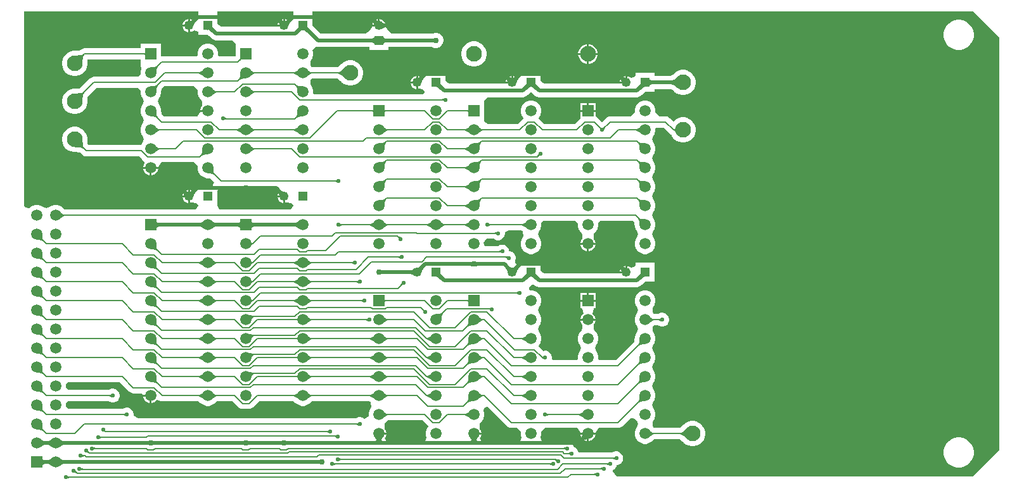
<source format=gbl>
G04*
G04 #@! TF.GenerationSoftware,Altium Limited,Altium Designer,21.0.9 (235)*
G04*
G04 Layer_Physical_Order=2*
G04 Layer_Color=16711680*
%FSLAX25Y25*%
%MOIN*%
G70*
G04*
G04 #@! TF.SameCoordinates,FB95D301-224C-4E96-9DF8-CBEBB5970212*
G04*
G04*
G04 #@! TF.FilePolarity,Positive*
G04*
G01*
G75*
%ADD15C,0.00800*%
%ADD25C,0.02000*%
%ADD26C,0.05906*%
%ADD27R,0.05906X0.05906*%
%ADD28C,0.04921*%
%ADD29R,0.04921X0.04921*%
%ADD30C,0.08268*%
%ADD31R,0.05906X0.05906*%
%ADD32C,0.05906*%
%ADD33R,0.04921X0.04921*%
%ADD34C,0.02200*%
%ADD35C,0.03000*%
G36*
X245039Y354961D02*
X245039Y354951D01*
Y353415D01*
X244132Y352861D01*
X242844Y352579D01*
X243540Y351811D01*
X243371Y351632D01*
X243219Y351451D01*
X243084Y351267D01*
X242966Y351081D01*
X242865Y350892D01*
X242781Y350701D01*
X242715Y350508D01*
X242665Y350312D01*
X242632Y350114D01*
X242617Y349913D01*
X240657Y352058D01*
Y350000D01*
X240158D01*
Y349500D01*
X236663D01*
X236486Y349270D01*
X206898D01*
X204982Y350680D01*
X204961Y350761D01*
Y354951D01*
X204961Y354961D01*
X204984Y357451D01*
X245016D01*
X245039Y354961D01*
D02*
G37*
G36*
X195039D02*
X195039Y354951D01*
Y353415D01*
X194132Y352861D01*
X192844Y352579D01*
X193540Y351811D01*
X193371Y351632D01*
X193219Y351451D01*
X193084Y351267D01*
X192966Y351081D01*
X192865Y350892D01*
X192781Y350701D01*
X192715Y350508D01*
X192665Y350312D01*
X192632Y350114D01*
X192617Y349913D01*
X190657Y352058D01*
Y350000D01*
Y346551D01*
X191493Y346775D01*
X192282Y347231D01*
X192539Y347488D01*
X194132Y347139D01*
X195039Y346585D01*
Y345039D01*
X199473D01*
X199507Y345029D01*
X199624Y345039D01*
X199771D01*
X199920Y345018D01*
X200002Y345039D01*
X200019D01*
X200475Y344652D01*
X200835Y344304D01*
X200908Y344257D01*
X200991Y344174D01*
X201014Y344146D01*
X201023Y344142D01*
X201922Y343243D01*
X202653Y342682D01*
X203504Y342330D01*
X204418Y342209D01*
X212775D01*
X214547Y340453D01*
X214547Y339709D01*
Y333772D01*
X205844D01*
X205453Y334282D01*
Y335718D01*
X205081Y337105D01*
X204363Y338348D01*
X203348Y339363D01*
X202105Y340081D01*
X200718Y340453D01*
X199282D01*
X197895Y340081D01*
X196652Y339363D01*
X195637Y338348D01*
X194919Y337105D01*
X194547Y335718D01*
Y334282D01*
X194156Y333772D01*
X175847D01*
X175453Y334118D01*
Y340453D01*
X164547D01*
Y337925D01*
X135000D01*
X134243Y337825D01*
X133537Y337533D01*
X132932Y337068D01*
X132799Y336936D01*
X132764Y336917D01*
X132764Y336917D01*
X132633Y336877D01*
X132398Y336825D01*
X132130Y336783D01*
X130626Y336684D01*
X130034Y336683D01*
X129793Y336634D01*
X129347D01*
X128065Y336379D01*
X126858Y335879D01*
X125771Y335153D01*
X124847Y334229D01*
X124121Y333142D01*
X123621Y331935D01*
X123366Y330653D01*
Y329347D01*
X123621Y328065D01*
X124121Y326858D01*
X124847Y325771D01*
X125771Y324847D01*
X126858Y324121D01*
X128065Y323621D01*
X129347Y323366D01*
X130653D01*
X131935Y323621D01*
X133142Y324121D01*
X134229Y324847D01*
X135153Y325771D01*
X135879Y326858D01*
X136379Y328065D01*
X136634Y329347D01*
Y329793D01*
X136683Y330034D01*
X136684Y330670D01*
X136700Y331184D01*
X136776Y332075D01*
X164547D01*
Y329547D01*
X164547D01*
X164919Y327105D01*
X164547Y325718D01*
Y324282D01*
X163506Y322925D01*
X140000D01*
X139243Y322825D01*
X138538Y322533D01*
X137932Y322068D01*
X132799Y316936D01*
X132764Y316917D01*
X132764Y316917D01*
X132633Y316877D01*
X132398Y316825D01*
X132130Y316783D01*
X130626Y316684D01*
X130034Y316683D01*
X129793Y316634D01*
X129347D01*
X128065Y316379D01*
X126858Y315879D01*
X125771Y315153D01*
X124847Y314229D01*
X124121Y313142D01*
X123621Y311935D01*
X123366Y310653D01*
Y309347D01*
X123621Y308065D01*
X124121Y306858D01*
X124847Y305771D01*
X125771Y304847D01*
X126858Y304121D01*
X128065Y303621D01*
X129347Y303366D01*
X130653D01*
X131935Y303621D01*
X133142Y304121D01*
X134229Y304847D01*
X135153Y305771D01*
X135879Y306858D01*
X136379Y308065D01*
X136634Y309347D01*
Y309793D01*
X136683Y310034D01*
X136684Y310670D01*
X136700Y311184D01*
X136779Y312105D01*
X136825Y312398D01*
X136877Y312633D01*
X136917Y312764D01*
X136917Y312764D01*
X136936Y312799D01*
X141212Y317075D01*
X163506D01*
X164547Y315718D01*
Y314282D01*
X164919Y312895D01*
X165637Y311652D01*
X166369Y310000D01*
X165637Y308348D01*
X164919Y307105D01*
X164547Y305718D01*
Y304282D01*
X164919Y302895D01*
X165637Y301652D01*
X166369Y300000D01*
X165637Y298348D01*
X164919Y297105D01*
X164547Y295718D01*
Y294282D01*
X164919Y292895D01*
X165637Y291652D01*
X166369Y290000D01*
X165637Y288348D01*
X164919Y287105D01*
X164871Y286925D01*
X137212D01*
X136936Y287201D01*
X136917Y287236D01*
X136917Y287236D01*
X136877Y287367D01*
X136825Y287602D01*
X136783Y287870D01*
X136684Y289374D01*
X136683Y289966D01*
X136634Y290207D01*
Y290653D01*
X136379Y291935D01*
X135879Y293142D01*
X135153Y294229D01*
X134229Y295153D01*
X133142Y295879D01*
X131935Y296379D01*
X130653Y296634D01*
X129347D01*
X128065Y296379D01*
X126858Y295879D01*
X125771Y295153D01*
X124847Y294229D01*
X124121Y293142D01*
X123621Y291935D01*
X123366Y290653D01*
Y289347D01*
X123621Y288065D01*
X124121Y286858D01*
X124847Y285771D01*
X125771Y284847D01*
X126858Y284121D01*
X128065Y283621D01*
X129347Y283366D01*
X129793D01*
X130034Y283317D01*
X130670Y283316D01*
X131184Y283299D01*
X132105Y283221D01*
X132398Y283175D01*
X132633Y283123D01*
X132764Y283083D01*
X132764Y283083D01*
X132799Y283064D01*
X133932Y281932D01*
X134537Y281467D01*
X135243Y281175D01*
X136000Y281075D01*
X163916D01*
X165433Y279558D01*
X166649Y277712D01*
X166317Y276526D01*
X166047Y275520D01*
Y275500D01*
X173953D01*
Y275520D01*
X175335Y277634D01*
X175764Y277922D01*
X192635D01*
X194547Y275718D01*
Y274282D01*
X194919Y272895D01*
X195637Y271652D01*
X196652Y270637D01*
X197895Y269919D01*
X199282Y269547D01*
X199777D01*
X200016Y269498D01*
X200399Y269496D01*
X201047Y269459D01*
X201242Y269434D01*
X201405Y269404D01*
X201477Y269386D01*
X203403Y267461D01*
X202367Y264961D01*
X195039D01*
Y263415D01*
X194132Y262861D01*
X192846Y262579D01*
X193498Y261927D01*
X193329Y261747D01*
X193178Y261566D01*
X193045Y261381D01*
X192930Y261195D01*
X192833Y261006D01*
X192754Y260814D01*
X192693Y260621D01*
X192650Y260424D01*
X192625Y260226D01*
X192618Y260025D01*
X190657Y261985D01*
Y260000D01*
Y256551D01*
X191493Y256775D01*
X191641Y256860D01*
X194102Y256273D01*
X194458Y256085D01*
X194934Y255083D01*
X193792Y252925D01*
X125014D01*
X124950Y252963D01*
X124814Y253057D01*
X124659Y253178D01*
X124174Y253609D01*
X123902Y253879D01*
X123698Y254013D01*
X123348Y254363D01*
X122105Y255081D01*
X120718Y255453D01*
X119282D01*
X117895Y255081D01*
X116652Y254363D01*
X115000Y253630D01*
X113348Y254363D01*
X112105Y255081D01*
X110718Y255453D01*
X109282D01*
X107895Y255081D01*
X106652Y254363D01*
X106030Y253742D01*
X104410Y254102D01*
X103530Y254643D01*
X103530Y357451D01*
X195016D01*
X195039Y354961D01*
D02*
G37*
G36*
X252332Y350376D02*
X252282Y350187D01*
X252287Y349972D01*
X252347Y349729D01*
X252462Y349460D01*
X252632Y349164D01*
X252857Y348840D01*
X253138Y348490D01*
X253863Y347709D01*
X252606Y346137D01*
X252188Y346541D01*
X251442Y347176D01*
X251114Y347405D01*
X250816Y347577D01*
X250548Y347691D01*
X250323Y347743D01*
X250537Y347551D01*
X250375Y347657D01*
X250185Y347709D01*
X249991Y347705D01*
X249925Y347682D01*
X249778Y347563D01*
X249886Y347684D01*
X249726Y347646D01*
X249457Y347532D01*
X249161Y347363D01*
X248838Y347139D01*
X248488Y346860D01*
X248112Y346526D01*
X247709Y346137D01*
X246137Y347394D01*
X246540Y347811D01*
X247172Y348556D01*
X247401Y348884D01*
X247571Y349181D01*
X247683Y349449D01*
X247738Y349687D01*
X247734Y349896D01*
X247672Y350074D01*
X247551Y350222D01*
X250109Y347934D01*
X252437Y350537D01*
X252332Y350376D01*
D02*
G37*
G36*
X202332D02*
X202282Y350187D01*
X202287Y349972D01*
X202347Y349729D01*
X202462Y349460D01*
X202632Y349164D01*
X202857Y348840D01*
X203138Y348490D01*
X203863Y347709D01*
X202606Y346137D01*
X202188Y346541D01*
X201442Y347176D01*
X201114Y347405D01*
X200816Y347577D01*
X200548Y347691D01*
X200310Y347746D01*
X200103Y347743D01*
X199925Y347682D01*
X199778Y347563D01*
X202437Y350537D01*
X202332Y350376D01*
D02*
G37*
G36*
X318929Y341076D02*
X318911Y341086D01*
X318875Y341094D01*
X318823Y341102D01*
X318668Y341113D01*
X318153Y341125D01*
X317982Y341126D01*
X317982Y343126D01*
X318929Y343176D01*
X318929Y341076D01*
D02*
G37*
G36*
X292457Y343936D02*
X292517Y343766D01*
X292618Y343616D01*
X292758Y343486D01*
X292940Y343376D01*
X293161Y343286D01*
X293423Y343216D01*
X293724Y343166D01*
X294066Y343136D01*
X294449Y343126D01*
Y341126D01*
X294066Y341116D01*
X293724Y341086D01*
X293423Y341036D01*
X293161Y340966D01*
X292940Y340876D01*
X292758Y340766D01*
X292618Y340636D01*
X292517Y340486D01*
X292457Y340316D01*
X292437Y340126D01*
Y344126D01*
X292457Y343936D01*
D02*
G37*
G36*
X287563Y340126D02*
X287543Y340316D01*
X287483Y340486D01*
X287382Y340636D01*
X287241Y340766D01*
X287060Y340876D01*
X286839Y340966D01*
X286578Y341036D01*
X286276Y341086D01*
X285934Y341116D01*
X285551Y341126D01*
Y343126D01*
X285934Y343136D01*
X286276Y343166D01*
X286578Y343216D01*
X286839Y343286D01*
X287060Y343376D01*
X287241Y343486D01*
X287382Y343616D01*
X287483Y343766D01*
X287543Y343936D01*
X287563Y344126D01*
Y340126D01*
D02*
G37*
G36*
X616470Y343538D02*
X616470Y126462D01*
X602557Y112549D01*
X414956D01*
X412873Y115013D01*
X412990Y115645D01*
X413810Y116119D01*
X414481Y116790D01*
X414955Y117610D01*
X415166Y118400D01*
X415374D01*
X416290Y118645D01*
X417110Y119119D01*
X417781Y119790D01*
X418255Y120610D01*
X418500Y121526D01*
Y122474D01*
X418255Y123390D01*
X417781Y124210D01*
X417110Y124881D01*
X416290Y125355D01*
X415374Y125600D01*
X414426D01*
X413511Y125355D01*
X412766Y124925D01*
X395100D01*
Y124974D01*
X394855Y125890D01*
X394381Y126710D01*
X393710Y127381D01*
X392890Y127855D01*
X392468Y127968D01*
X392355Y128390D01*
X391881Y129210D01*
X391210Y129881D01*
X390390Y130355D01*
X389474Y130600D01*
X388526D01*
X387610Y130355D01*
X387236Y130139D01*
X387203Y130125D01*
X376231D01*
X376124Y130212D01*
X374925Y132625D01*
X375081Y132895D01*
X375453Y134282D01*
Y135718D01*
X377365Y137922D01*
X394236D01*
X394665Y137634D01*
X396047Y135520D01*
Y135500D01*
X403953D01*
Y135520D01*
X405335Y137634D01*
X405764Y137922D01*
X415847D01*
X416604Y138022D01*
X417310Y138314D01*
X417915Y138779D01*
X422267Y143131D01*
X423623Y143010D01*
X425156Y142484D01*
X425637Y141652D01*
X426369Y140000D01*
X425637Y138348D01*
X424919Y137105D01*
X424547Y135718D01*
Y134282D01*
X424919Y132895D01*
X425637Y131652D01*
X426652Y130637D01*
X427895Y129919D01*
X429282Y129547D01*
X430718D01*
X432105Y129919D01*
X433348Y130637D01*
X433698Y130987D01*
X433902Y131122D01*
X434174Y131391D01*
X434658Y131822D01*
X434814Y131943D01*
X434950Y132037D01*
X435014Y132075D01*
X448116D01*
X448154Y132063D01*
X448155Y132063D01*
X448276Y131999D01*
X448478Y131870D01*
X448698Y131710D01*
X449831Y130716D01*
X450250Y130299D01*
X450456Y130163D01*
X450771Y129847D01*
X451858Y129121D01*
X453065Y128621D01*
X454347Y128366D01*
X455653D01*
X456935Y128621D01*
X458142Y129121D01*
X459229Y129847D01*
X460153Y130771D01*
X460879Y131858D01*
X461379Y133065D01*
X461634Y134347D01*
Y135653D01*
X461379Y136935D01*
X460879Y138142D01*
X460153Y139229D01*
X459229Y140153D01*
X458142Y140879D01*
X456935Y141379D01*
X455653Y141634D01*
X454347D01*
X453065Y141379D01*
X451858Y140879D01*
X450771Y140153D01*
X450456Y139837D01*
X450250Y139701D01*
X449800Y139253D01*
X449425Y138901D01*
X448718Y138305D01*
X448478Y138130D01*
X448275Y138001D01*
X448155Y137937D01*
X448154Y137937D01*
X448116Y137925D01*
X435014D01*
X434950Y137963D01*
X434814Y138057D01*
X434658Y138178D01*
X434435Y138377D01*
X434156Y138957D01*
X434051Y140948D01*
X434363Y141652D01*
X435081Y142895D01*
X435453Y144282D01*
Y145718D01*
X435081Y147105D01*
X434363Y148348D01*
X433631Y150000D01*
X434363Y151652D01*
X435081Y152895D01*
X435453Y154282D01*
Y155718D01*
X435081Y157105D01*
X434363Y158348D01*
X433631Y160000D01*
X434363Y161652D01*
X435081Y162895D01*
X435453Y164282D01*
Y165718D01*
X435081Y167105D01*
X434363Y168348D01*
X433631Y170000D01*
X434363Y171652D01*
X435081Y172895D01*
X435453Y174282D01*
Y175718D01*
X435081Y177105D01*
X434363Y178348D01*
X433631Y180000D01*
X434363Y181652D01*
X435081Y182895D01*
X435453Y184282D01*
Y185718D01*
X435081Y187105D01*
X434363Y188348D01*
X434051Y189052D01*
X434156Y191043D01*
X434435Y191623D01*
X434658Y191822D01*
X434814Y191943D01*
X434950Y192037D01*
X435014Y192075D01*
X436866D01*
X437610Y191645D01*
X438526Y191400D01*
X439474D01*
X440389Y191645D01*
X441211Y192119D01*
X441881Y192790D01*
X442355Y193610D01*
X442600Y194526D01*
Y195474D01*
X442355Y196390D01*
X441881Y197210D01*
X441211Y197881D01*
X440389Y198355D01*
X439474Y198600D01*
X438526D01*
X437610Y198355D01*
X436866Y197925D01*
X435014D01*
X434950Y197963D01*
X434814Y198057D01*
X434658Y198178D01*
X434435Y198377D01*
X434156Y198957D01*
X434051Y200948D01*
X434363Y201652D01*
X435081Y202895D01*
X435453Y204282D01*
Y205718D01*
X435081Y207105D01*
X434363Y208348D01*
X433348Y209363D01*
X432105Y210081D01*
X430718Y210453D01*
X429282D01*
X427895Y210081D01*
X426652Y209363D01*
X425637Y208348D01*
X424919Y207105D01*
X424547Y205718D01*
Y204282D01*
X424919Y202895D01*
X425637Y201652D01*
X426369Y200000D01*
X425637Y198348D01*
X424919Y197105D01*
X424547Y195718D01*
Y194282D01*
X424919Y192895D01*
X425637Y191652D01*
X426369Y190000D01*
X425637Y188348D01*
X424919Y187105D01*
X424547Y185718D01*
Y185222D01*
X424498Y184984D01*
X424497Y184601D01*
X424459Y183953D01*
X424434Y183758D01*
X424404Y183595D01*
X424386Y183523D01*
X414636Y173772D01*
X405844D01*
X405453Y174282D01*
Y175718D01*
X405081Y177105D01*
X404363Y178348D01*
X403630Y180000D01*
X404363Y181652D01*
X405081Y182895D01*
X405453Y184282D01*
Y185718D01*
X405081Y187105D01*
X404363Y188348D01*
X403348Y189363D01*
X403245Y189423D01*
X402967Y190244D01*
X402899Y192237D01*
X402941Y192351D01*
X403163Y192573D01*
X403683Y193474D01*
X403953Y194480D01*
Y194500D01*
X396047D01*
Y194480D01*
X396317Y193474D01*
X396837Y192573D01*
X397059Y192351D01*
X397101Y192237D01*
X397033Y190244D01*
X396755Y189423D01*
X396652Y189363D01*
X395637Y188348D01*
X394919Y187105D01*
X394547Y185718D01*
Y184282D01*
X394919Y182895D01*
X395637Y181652D01*
X396370Y180000D01*
X395637Y178348D01*
X394919Y177105D01*
X394547Y175718D01*
Y174282D01*
X394156Y173772D01*
X381678D01*
X381100Y174526D01*
Y175474D01*
X380855Y176390D01*
X380381Y177210D01*
X379710Y177881D01*
X378890Y178355D01*
X377974Y178600D01*
X377026D01*
X376540Y178470D01*
X373860Y181149D01*
X374363Y181652D01*
X375081Y182895D01*
X375453Y184282D01*
Y185718D01*
X375081Y187105D01*
X374363Y188348D01*
X373630Y190000D01*
X374363Y191652D01*
X375081Y192895D01*
X375453Y194282D01*
Y195718D01*
X375081Y197105D01*
X374363Y198348D01*
X373630Y200000D01*
X374363Y201652D01*
X375081Y202895D01*
X375453Y204282D01*
Y205718D01*
X375081Y207105D01*
X374363Y208348D01*
X373348Y209363D01*
X372105Y210081D01*
X370718Y210453D01*
X369864D01*
X368985Y211052D01*
X369065Y211978D01*
X370204Y213557D01*
X371446Y213562D01*
X371764Y213243D01*
X372496Y212682D01*
X373347Y212330D01*
X374261Y212209D01*
X425739D01*
X426653Y212330D01*
X427504Y212682D01*
X428236Y213243D01*
X429223Y214231D01*
X429286Y214269D01*
X430009Y214941D01*
X430132Y215039D01*
X430194D01*
X430380Y215002D01*
X430566Y215039D01*
X430632D01*
X430777Y215034D01*
X430793Y215039D01*
X434961D01*
Y224961D01*
X425039D01*
Y223415D01*
X424132Y222861D01*
X422539Y222512D01*
X422282Y222769D01*
X421493Y223225D01*
X420657Y223449D01*
Y220000D01*
X420157D01*
Y219500D01*
X416663D01*
X416486Y219270D01*
X377121D01*
X376395Y219649D01*
X374966Y220777D01*
X374961Y220793D01*
Y224961D01*
X365039D01*
Y224961D01*
X364934Y224876D01*
X362539Y224020D01*
X361693Y224737D01*
X361616Y225123D01*
X361658Y225769D01*
X361855Y226110D01*
X362100Y227026D01*
Y227974D01*
X361855Y228890D01*
X361381Y229710D01*
X360710Y230381D01*
X359890Y230855D01*
X358974Y231100D01*
X358524D01*
Y231398D01*
X358278Y232313D01*
X357804Y233134D01*
X357134Y233804D01*
X356313Y234278D01*
X355398Y234524D01*
X354450D01*
X353534Y234278D01*
X352713Y233804D01*
X352681Y233772D01*
X345646D01*
X344959Y235454D01*
X346585Y237575D01*
X350490D01*
X351234Y237145D01*
X352150Y236900D01*
X353098D01*
X354013Y237145D01*
X354834Y237619D01*
X355504Y238290D01*
X355978Y239110D01*
X356224Y240026D01*
Y240974D01*
X358517Y242075D01*
X364986D01*
X365050Y242037D01*
X365186Y241943D01*
X365341Y241822D01*
X365565Y241623D01*
X365844Y241043D01*
X365949Y239052D01*
X365637Y238348D01*
X364919Y237105D01*
X364547Y235718D01*
Y234282D01*
X364919Y232895D01*
X365637Y231652D01*
X366652Y230637D01*
X367895Y229919D01*
X369282Y229547D01*
X370718D01*
X372105Y229919D01*
X373348Y230637D01*
X374363Y231652D01*
X375081Y232895D01*
X375453Y234282D01*
Y235718D01*
X375081Y237105D01*
X374363Y238348D01*
X373630Y240000D01*
X374363Y241652D01*
X375081Y242895D01*
X375453Y244282D01*
Y245718D01*
X376494Y247075D01*
X393506D01*
X394547Y245718D01*
Y244282D01*
X394919Y242895D01*
X395637Y241652D01*
X396652Y240637D01*
X396755Y240577D01*
X397033Y239756D01*
X397101Y237763D01*
X397059Y237649D01*
X396837Y237427D01*
X396317Y236526D01*
X396047Y235520D01*
Y235500D01*
X403953D01*
Y235520D01*
X403683Y236526D01*
X403163Y237427D01*
X402941Y237649D01*
X402899Y237763D01*
X402967Y239756D01*
X403245Y240577D01*
X403348Y240637D01*
X404363Y241652D01*
X405081Y242895D01*
X405453Y244282D01*
Y245718D01*
X406494Y247075D01*
X423788D01*
X424386Y246477D01*
X424404Y246405D01*
X424434Y246242D01*
X424459Y246047D01*
X424497Y245399D01*
X424498Y245016D01*
X424547Y244777D01*
Y244282D01*
X424919Y242895D01*
X425637Y241652D01*
X426369Y240000D01*
X425637Y238348D01*
X424919Y237105D01*
X424547Y235718D01*
Y234282D01*
X424919Y232895D01*
X425637Y231652D01*
X426652Y230637D01*
X427895Y229919D01*
X429282Y229547D01*
X430718D01*
X432105Y229919D01*
X433348Y230637D01*
X434363Y231652D01*
X435081Y232895D01*
X435453Y234282D01*
Y235718D01*
X435081Y237105D01*
X434363Y238348D01*
X433631Y240000D01*
X434363Y241652D01*
X435081Y242895D01*
X435453Y244282D01*
Y245718D01*
X435081Y247105D01*
X434369Y248339D01*
X434363Y248349D01*
X433631Y250000D01*
X434363Y251651D01*
X434369Y251661D01*
X435081Y252895D01*
X435453Y254282D01*
Y255718D01*
X435081Y257105D01*
X434363Y258348D01*
X433631Y260000D01*
X434363Y261652D01*
X435081Y262895D01*
X435453Y264282D01*
Y265718D01*
X435081Y267105D01*
X434363Y268348D01*
X433631Y270000D01*
X434363Y271652D01*
X435081Y272895D01*
X435453Y274282D01*
Y275718D01*
X435081Y277105D01*
X434363Y278348D01*
X433631Y280000D01*
X434363Y281652D01*
X435081Y282895D01*
X435453Y284282D01*
Y285718D01*
X435081Y287105D01*
X434363Y288348D01*
X433631Y290000D01*
X434363Y291652D01*
X435081Y292895D01*
X435453Y294282D01*
Y295718D01*
X435844Y296228D01*
X439636D01*
X442932Y292932D01*
X443538Y292467D01*
X443878Y292326D01*
X443936Y292284D01*
X443946Y292281D01*
X444121Y291858D01*
X444847Y290771D01*
X445771Y289847D01*
X446858Y289121D01*
X448065Y288621D01*
X449347Y288366D01*
X450653D01*
X451935Y288621D01*
X453142Y289121D01*
X454229Y289847D01*
X455153Y290771D01*
X455879Y291858D01*
X456379Y293065D01*
X456634Y294347D01*
Y295653D01*
X456379Y296935D01*
X455879Y298142D01*
X455153Y299229D01*
X454229Y300153D01*
X453142Y300879D01*
X451935Y301379D01*
X450653Y301634D01*
X449347D01*
X448065Y301379D01*
X446858Y300879D01*
X445771Y300153D01*
X444877Y299259D01*
X442915Y301221D01*
X442310Y301686D01*
X441604Y301978D01*
X440847Y302078D01*
X437365D01*
X435453Y304282D01*
Y305718D01*
X435081Y307105D01*
X434363Y308348D01*
X433348Y309363D01*
X432105Y310081D01*
X430718Y310453D01*
X429282D01*
X427895Y310081D01*
X426652Y309363D01*
X425637Y308348D01*
X424919Y307105D01*
X424547Y305718D01*
Y304282D01*
X422635Y302078D01*
X411653D01*
X410896Y301978D01*
X410190Y301686D01*
X409585Y301221D01*
X407500Y299137D01*
X405415Y301221D01*
X404810Y301686D01*
X404104Y301978D01*
X403953Y301998D01*
Y304500D01*
X396047D01*
Y301057D01*
X392916Y297925D01*
X377084D01*
X373860Y301149D01*
X374363Y301652D01*
X375081Y302895D01*
X375453Y304282D01*
Y305718D01*
X375081Y307105D01*
X374363Y308348D01*
X373348Y309363D01*
X372105Y310081D01*
X370718Y310453D01*
X369282D01*
X367895Y310081D01*
X366652Y309363D01*
X365637Y308348D01*
X364919Y307105D01*
X364547Y305718D01*
Y304282D01*
X364919Y302895D01*
X365637Y301652D01*
X366140Y301149D01*
X362915Y297925D01*
X347281D01*
X345453Y299547D01*
Y310453D01*
X347225Y312209D01*
X365739D01*
X366653Y312330D01*
X367505Y312682D01*
X368236Y313243D01*
X369223Y314231D01*
X369286Y314269D01*
X369992Y314925D01*
X370328Y314641D01*
X370678Y314303D01*
X370751Y314257D01*
X371764Y313243D01*
X372496Y312682D01*
X373347Y312330D01*
X374261Y312209D01*
X425739D01*
X426653Y312330D01*
X427504Y312682D01*
X428236Y313243D01*
X429223Y314231D01*
X429286Y314269D01*
X430009Y314941D01*
X430132Y315039D01*
X430194D01*
X430380Y315002D01*
X430566Y315039D01*
X430632D01*
X430777Y315034D01*
X430793Y315039D01*
X434961D01*
Y316470D01*
X443309D01*
X443366Y316455D01*
X443566Y316444D01*
X443641Y316431D01*
X443742Y316404D01*
X443873Y316354D01*
X444034Y316276D01*
X444224Y316165D01*
X444411Y316037D01*
X444972Y315570D01*
X445270Y315280D01*
X445465Y315153D01*
X445771Y314847D01*
X446858Y314121D01*
X448065Y313621D01*
X449347Y313366D01*
X450653D01*
X451935Y313621D01*
X453142Y314121D01*
X454229Y314847D01*
X455153Y315771D01*
X455879Y316858D01*
X456379Y318065D01*
X456634Y319347D01*
Y320653D01*
X456379Y321935D01*
X455879Y323142D01*
X455153Y324229D01*
X454229Y325153D01*
X453142Y325879D01*
X451935Y326379D01*
X450653Y326634D01*
X449347D01*
X448065Y326379D01*
X446858Y325879D01*
X445771Y325153D01*
X445465Y324847D01*
X445270Y324720D01*
X444946Y324405D01*
X444683Y324174D01*
X444442Y323985D01*
X444224Y323835D01*
X444034Y323724D01*
X443873Y323646D01*
X443742Y323596D01*
X443641Y323569D01*
X443566Y323556D01*
X443366Y323545D01*
X443309Y323530D01*
X434961D01*
Y324961D01*
X425039D01*
Y323415D01*
X424132Y322861D01*
X422539Y322512D01*
X422282Y322769D01*
X421493Y323225D01*
X420657Y323449D01*
Y320000D01*
X420157D01*
Y319500D01*
X416663D01*
X416486Y319270D01*
X377121D01*
X376395Y319649D01*
X374966Y320777D01*
X374961Y320793D01*
Y324961D01*
X365039D01*
Y323415D01*
X364132Y322861D01*
X362846Y322579D01*
X363498Y321927D01*
X363329Y321747D01*
X363178Y321566D01*
X363045Y321381D01*
X362930Y321195D01*
X362833Y321006D01*
X362754Y320814D01*
X362693Y320621D01*
X362650Y320424D01*
X362625Y320226D01*
X362618Y320025D01*
X360658Y321985D01*
Y320000D01*
X360157D01*
Y319500D01*
X356663D01*
X356486Y319270D01*
X327121D01*
X326395Y319649D01*
X324966Y320777D01*
X324961Y320793D01*
Y324961D01*
X315039D01*
Y323415D01*
X314132Y322861D01*
X312846Y322579D01*
X313498Y321927D01*
X313329Y321747D01*
X313178Y321566D01*
X313045Y321381D01*
X312930Y321195D01*
X312833Y321006D01*
X312754Y320814D01*
X312693Y320621D01*
X312650Y320424D01*
X312625Y320226D01*
X312618Y320025D01*
X310658Y321985D01*
Y320000D01*
Y316551D01*
X311493Y316775D01*
X311611Y316843D01*
X311738Y316836D01*
X313500Y316055D01*
X314081Y315494D01*
X314047Y314403D01*
X313064Y313772D01*
X255844D01*
X255453Y314282D01*
Y315718D01*
X255081Y317105D01*
X254363Y318348D01*
X254051Y319052D01*
X254156Y321043D01*
X254434Y321623D01*
X254659Y321822D01*
X254814Y321942D01*
X254950Y322037D01*
X255014Y322075D01*
X268116D01*
X268154Y322063D01*
X268155Y322063D01*
X268275Y321999D01*
X268478Y321870D01*
X268698Y321710D01*
X269831Y320716D01*
X270250Y320299D01*
X270456Y320163D01*
X270771Y319847D01*
X271858Y319121D01*
X273065Y318621D01*
X274347Y318366D01*
X275653D01*
X276935Y318621D01*
X278142Y319121D01*
X279229Y319847D01*
X280153Y320771D01*
X280879Y321858D01*
X281379Y323065D01*
X281634Y324347D01*
Y325653D01*
X281379Y326935D01*
X280879Y328142D01*
X280153Y329229D01*
X279229Y330153D01*
X278142Y330879D01*
X276935Y331379D01*
X275653Y331634D01*
X274347D01*
X273065Y331379D01*
X271858Y330879D01*
X270771Y330153D01*
X270456Y329837D01*
X270250Y329701D01*
X269800Y329253D01*
X269425Y328901D01*
X268718Y328305D01*
X268478Y328130D01*
X268275Y328001D01*
X268155Y327937D01*
X268154Y327937D01*
X268116Y327925D01*
X255014D01*
X254950Y327963D01*
X254814Y328057D01*
X254659Y328178D01*
X254434Y328377D01*
X254156Y328957D01*
X254051Y330948D01*
X254363Y331652D01*
X255081Y332895D01*
X255453Y334282D01*
Y335718D01*
X255124Y336945D01*
X255515Y337476D01*
X257012Y338760D01*
X257118Y338716D01*
X258032Y338596D01*
X258032Y338596D01*
X285039D01*
Y337165D01*
X294961D01*
Y338596D01*
X317882D01*
X317974Y338577D01*
X318120Y338577D01*
X318149Y338576D01*
X318456Y338399D01*
X319473Y338126D01*
X320527D01*
X321544Y338399D01*
X322456Y338925D01*
X323201Y339670D01*
X323727Y340582D01*
X324000Y341599D01*
Y342653D01*
X323727Y343670D01*
X323201Y344582D01*
X322456Y345327D01*
X321544Y345853D01*
X320527Y346126D01*
X319473D01*
X318456Y345853D01*
X318170Y345689D01*
X317847Y345671D01*
X317788Y345656D01*
X296868D01*
X294961Y347087D01*
X294961D01*
X293737Y349080D01*
X293725Y349101D01*
Y349000D01*
X293478Y348993D01*
X293243Y348971D01*
X293019Y348935D01*
X292805Y348884D01*
X292603Y348819D01*
X292412Y348740D01*
X292232Y348646D01*
X292062Y348538D01*
X291904Y348415D01*
X291757Y348278D01*
Y349500D01*
X290000D01*
X286513D01*
X286262Y349080D01*
X285039Y347087D01*
Y347087D01*
X283132Y345656D01*
X259494D01*
X255770Y349380D01*
X255731Y349443D01*
X255070Y350156D01*
X254961Y350292D01*
Y350531D01*
X254982Y350680D01*
X254961Y350761D01*
Y354951D01*
X254961Y354961D01*
X254984Y357451D01*
X602557D01*
X616470Y343538D01*
D02*
G37*
G36*
X167071Y334200D02*
X167063Y334276D01*
X167039Y334344D01*
X166998Y334404D01*
X166941Y334456D01*
X166868Y334500D01*
X166779Y334536D01*
X166673Y334564D01*
X166552Y334584D01*
X166413Y334596D01*
X166259Y334600D01*
Y335400D01*
X166413Y335404D01*
X166552Y335416D01*
X166673Y335436D01*
X166779Y335464D01*
X166868Y335500D01*
X166941Y335544D01*
X166998Y335596D01*
X167039Y335656D01*
X167063Y335724D01*
X167071Y335800D01*
Y334200D01*
D02*
G37*
G36*
X218191Y332059D02*
X218128Y332104D01*
X218055Y332127D01*
X217970D01*
X217874Y332104D01*
X217766Y332059D01*
X217648Y331991D01*
X217517Y331901D01*
X217376Y331788D01*
X217059Y331494D01*
X216494Y332059D01*
X216652Y332223D01*
X216901Y332518D01*
X216991Y332648D01*
X217059Y332766D01*
X217105Y332874D01*
X217127Y332970D01*
Y333055D01*
X217105Y333128D01*
X217059Y333191D01*
X218191Y332059D01*
D02*
G37*
G36*
X134946Y334380D02*
X134785Y334185D01*
X134642Y333936D01*
X134517Y333634D01*
X134409Y333279D01*
X134319Y332872D01*
X134247Y332412D01*
X134155Y331332D01*
X134135Y330713D01*
X134134Y330041D01*
X130041Y334134D01*
X130713Y334136D01*
X132412Y334247D01*
X132872Y334319D01*
X133279Y334409D01*
X133634Y334517D01*
X133936Y334642D01*
X134185Y334785D01*
X134380Y334946D01*
X134946Y334380D01*
D02*
G37*
G36*
X173604Y328039D02*
X173476Y327887D01*
X173362Y327702D01*
X173262Y327484D01*
X173176Y327233D01*
X173104Y326949D01*
X173046Y326631D01*
X173001Y326281D01*
X172955Y325480D01*
X172953Y325029D01*
X170029Y327953D01*
X170480Y327955D01*
X171281Y328001D01*
X171631Y328046D01*
X171949Y328104D01*
X172233Y328176D01*
X172484Y328262D01*
X172702Y328362D01*
X172887Y328476D01*
X173039Y328604D01*
X173604Y328039D01*
D02*
G37*
G36*
X252429Y326750D02*
X253028Y326217D01*
X253307Y326000D01*
X253573Y325817D01*
X253825Y325667D01*
X254063Y325550D01*
X254288Y325467D01*
X254500Y325417D01*
X254697Y325400D01*
Y324600D01*
X254500Y324583D01*
X254288Y324533D01*
X254063Y324450D01*
X253825Y324333D01*
X253573Y324183D01*
X253307Y324000D01*
X253028Y323783D01*
X252429Y323250D01*
X252109Y322933D01*
Y327067D01*
X252429Y326750D01*
D02*
G37*
G36*
X247891Y322933D02*
X247571Y323250D01*
X246972Y323783D01*
X246693Y324000D01*
X246427Y324183D01*
X246175Y324333D01*
X245937Y324450D01*
X245712Y324533D01*
X245500Y324583D01*
X245303Y324600D01*
Y325400D01*
X245500Y325417D01*
X245712Y325467D01*
X245937Y325550D01*
X246175Y325667D01*
X246427Y325817D01*
X246693Y326000D01*
X246972Y326217D01*
X247571Y326750D01*
X247891Y327067D01*
Y322933D01*
D02*
G37*
G36*
X222429Y326750D02*
X223028Y326217D01*
X223307Y326000D01*
X223573Y325817D01*
X223825Y325667D01*
X224063Y325550D01*
X224288Y325467D01*
X224500Y325417D01*
X224697Y325400D01*
Y324600D01*
X224500Y324583D01*
X224288Y324533D01*
X224063Y324450D01*
X223825Y324333D01*
X223573Y324183D01*
X223307Y324000D01*
X223028Y323783D01*
X222429Y323250D01*
X222109Y322933D01*
Y327067D01*
X222429Y326750D01*
D02*
G37*
G36*
X197891Y322933D02*
X197571Y323250D01*
X196972Y323783D01*
X196693Y324000D01*
X196427Y324183D01*
X196175Y324333D01*
X195937Y324450D01*
X195712Y324533D01*
X195501Y324583D01*
X195303Y324600D01*
Y325400D01*
X195501Y325417D01*
X195712Y325467D01*
X195937Y325550D01*
X196175Y325667D01*
X196427Y325817D01*
X196693Y326000D01*
X196972Y326217D01*
X197571Y326750D01*
X197891Y327067D01*
Y322933D01*
D02*
G37*
G36*
X272048Y322106D02*
X271571Y322580D01*
X270292Y323702D01*
X269915Y323977D01*
X269563Y324201D01*
X269236Y324376D01*
X268934Y324500D01*
X268657Y324575D01*
X268405Y324600D01*
Y325400D01*
X268657Y325425D01*
X268934Y325500D01*
X269236Y325624D01*
X269563Y325799D01*
X269915Y326023D01*
X270292Y326298D01*
X271120Y326996D01*
X271571Y327420D01*
X272048Y327894D01*
Y322106D01*
D02*
G37*
G36*
X219970Y322047D02*
X219520Y322045D01*
X218719Y321999D01*
X218369Y321954D01*
X218051Y321896D01*
X217767Y321824D01*
X217516Y321738D01*
X217298Y321638D01*
X217113Y321524D01*
X216961Y321396D01*
X216396Y321961D01*
X216524Y322113D01*
X216638Y322298D01*
X216738Y322516D01*
X216824Y322767D01*
X216896Y323051D01*
X216954Y323369D01*
X216999Y323719D01*
X217045Y324520D01*
X217047Y324971D01*
X219970Y322047D01*
D02*
G37*
G36*
X432457Y321810D02*
X432517Y321640D01*
X432618Y321490D01*
X432759Y321360D01*
X432940Y321250D01*
X433161Y321160D01*
X433423Y321090D01*
X433724Y321040D01*
X434066Y321010D01*
X434449Y321000D01*
Y319000D01*
X434066Y318990D01*
X433724Y318960D01*
X433423Y318910D01*
X433161Y318840D01*
X432940Y318750D01*
X432759Y318640D01*
X432618Y318510D01*
X432517Y318360D01*
X432457Y318190D01*
X432437Y318000D01*
Y322000D01*
X432457Y321810D01*
D02*
G37*
G36*
X372336Y320224D02*
X372279Y320040D01*
Y319828D01*
X372336Y319588D01*
X372449Y319319D01*
X372618Y319022D01*
X372845Y318697D01*
X373127Y318343D01*
X373863Y317551D01*
X372449Y316137D01*
X372039Y316533D01*
X371303Y317155D01*
X370978Y317382D01*
X370681Y317551D01*
X370412Y317665D01*
X370222Y317709D01*
X370380Y317551D01*
X370224Y317665D01*
X370040Y317721D01*
X369960D01*
X369776Y317665D01*
X369620Y317551D01*
X369778Y317709D01*
X369588Y317665D01*
X369319Y317551D01*
X369022Y317382D01*
X368697Y317155D01*
X368343Y316873D01*
X367551Y316137D01*
X366137Y317551D01*
X366533Y317962D01*
X367155Y318697D01*
X367382Y319022D01*
X367551Y319319D01*
X367665Y319588D01*
X367721Y319828D01*
Y320040D01*
X367665Y320224D01*
X367551Y320380D01*
X370000Y317931D01*
X372449Y320380D01*
X372336Y320224D01*
D02*
G37*
G36*
X430380Y317551D02*
X430224Y317665D01*
X430040Y317721D01*
X429828D01*
X429588Y317665D01*
X429319Y317551D01*
X429022Y317382D01*
X428697Y317155D01*
X428343Y316873D01*
X427551Y316137D01*
X426137Y317551D01*
X426533Y317962D01*
X427155Y318697D01*
X427382Y319022D01*
X427551Y319319D01*
X427665Y319588D01*
X427721Y319828D01*
Y320040D01*
X427665Y320224D01*
X427551Y320380D01*
X430380Y317551D01*
D02*
G37*
G36*
X447048Y317106D02*
X446678Y317466D01*
X445950Y318072D01*
X445591Y318318D01*
X445235Y318527D01*
X444883Y318697D01*
X444534Y318830D01*
X444189Y318924D01*
X443847Y318981D01*
X443509Y319000D01*
Y321000D01*
X443847Y321019D01*
X444189Y321076D01*
X444534Y321170D01*
X444883Y321303D01*
X445235Y321473D01*
X445591Y321682D01*
X445950Y321928D01*
X446312Y322212D01*
X446678Y322534D01*
X447048Y322894D01*
Y317106D01*
D02*
G37*
G36*
X322336Y320224D02*
X322279Y320040D01*
Y319828D01*
X322336Y319588D01*
X322449Y319319D01*
X322618Y319022D01*
X322845Y318697D01*
X323127Y318343D01*
X323863Y317551D01*
X322449Y316137D01*
X322039Y316533D01*
X321303Y317155D01*
X320978Y317382D01*
X320681Y317551D01*
X320412Y317665D01*
X320172Y317721D01*
X319960D01*
X319776Y317665D01*
X319620Y317551D01*
X322449Y320380D01*
X322336Y320224D01*
D02*
G37*
G36*
X247113Y318476D02*
X247298Y318362D01*
X247516Y318262D01*
X247767Y318176D01*
X248051Y318104D01*
X248369Y318046D01*
X248719Y318002D01*
X249520Y317955D01*
X249971Y317953D01*
X247047Y315030D01*
X247045Y315480D01*
X246999Y316281D01*
X246954Y316631D01*
X246896Y316949D01*
X246824Y317233D01*
X246738Y317484D01*
X246638Y317702D01*
X246524Y317887D01*
X246396Y318039D01*
X246961Y318604D01*
X247113Y318476D01*
D02*
G37*
G36*
X173604Y318039D02*
X173476Y317887D01*
X173362Y317702D01*
X173262Y317484D01*
X173176Y317233D01*
X173104Y316949D01*
X173046Y316631D01*
X173001Y316281D01*
X172955Y315480D01*
X172953Y315030D01*
X170029Y317953D01*
X170480Y317955D01*
X171281Y318002D01*
X171631Y318046D01*
X171949Y318104D01*
X172233Y318176D01*
X172484Y318262D01*
X172702Y318362D01*
X172887Y318476D01*
X173039Y318604D01*
X173604Y318039D01*
D02*
G37*
G36*
X222429Y316750D02*
X223028Y316217D01*
X223307Y316000D01*
X223573Y315817D01*
X223825Y315667D01*
X224063Y315550D01*
X224288Y315467D01*
X224500Y315417D01*
X224697Y315400D01*
Y314600D01*
X224500Y314583D01*
X224288Y314533D01*
X224063Y314450D01*
X223825Y314333D01*
X223573Y314183D01*
X223307Y314000D01*
X223028Y313783D01*
X222429Y313250D01*
X222109Y312933D01*
Y317067D01*
X222429Y316750D01*
D02*
G37*
G36*
X202429D02*
X203028Y316217D01*
X203307Y316000D01*
X203573Y315817D01*
X203825Y315667D01*
X204063Y315550D01*
X204288Y315467D01*
X204500Y315417D01*
X204697Y315400D01*
Y314600D01*
X204500Y314583D01*
X204288Y314533D01*
X204063Y314450D01*
X203825Y314333D01*
X203573Y314183D01*
X203307Y314000D01*
X203028Y313783D01*
X202429Y313250D01*
X202109Y312933D01*
Y317067D01*
X202429Y316750D01*
D02*
G37*
G36*
X324214Y310077D02*
X324140Y310148D01*
X324062Y310210D01*
X323981Y310266D01*
X323897Y310314D01*
X323808Y310355D01*
X323717Y310388D01*
X323622Y310414D01*
X323523Y310433D01*
X323421Y310444D01*
X323315Y310447D01*
X323315Y311247D01*
X323421Y311251D01*
X323523Y311262D01*
X323622Y311280D01*
X323717Y311306D01*
X323808Y311340D01*
X323897Y311380D01*
X323981Y311428D01*
X324062Y311484D01*
X324140Y311547D01*
X324215Y311617D01*
X324214Y310077D01*
D02*
G37*
G36*
X134946Y314380D02*
X134785Y314184D01*
X134642Y313936D01*
X134517Y313634D01*
X134409Y313279D01*
X134319Y312872D01*
X134247Y312412D01*
X134155Y311332D01*
X134135Y310713D01*
X134134Y310041D01*
X130041Y314134D01*
X130713Y314136D01*
X132412Y314247D01*
X132872Y314319D01*
X133279Y314409D01*
X133634Y314517D01*
X133936Y314642D01*
X134185Y314785D01*
X134380Y314946D01*
X134946Y314380D01*
D02*
G37*
G36*
X337071Y304200D02*
X337063Y304276D01*
X337039Y304344D01*
X336998Y304404D01*
X336941Y304456D01*
X336868Y304500D01*
X336779Y304536D01*
X336673Y304564D01*
X336552Y304584D01*
X336414Y304596D01*
X336259Y304600D01*
Y305400D01*
X336414Y305404D01*
X336552Y305416D01*
X336673Y305436D01*
X336779Y305464D01*
X336868Y305500D01*
X336941Y305544D01*
X336998Y305596D01*
X337039Y305656D01*
X337063Y305724D01*
X337071Y305800D01*
Y304200D01*
D02*
G37*
G36*
X292937Y305724D02*
X292961Y305656D01*
X293002Y305596D01*
X293059Y305544D01*
X293132Y305500D01*
X293221Y305464D01*
X293327Y305436D01*
X293448Y305416D01*
X293586Y305404D01*
X293741Y305400D01*
Y304600D01*
X293586Y304596D01*
X293448Y304584D01*
X293327Y304564D01*
X293221Y304536D01*
X293132Y304500D01*
X293059Y304456D01*
X293002Y304404D01*
X292961Y304344D01*
X292937Y304276D01*
X292929Y304200D01*
Y305800D01*
X292937Y305724D01*
D02*
G37*
G36*
X287071Y304200D02*
X287063Y304276D01*
X287039Y304344D01*
X286998Y304404D01*
X286941Y304456D01*
X286868Y304500D01*
X286779Y304536D01*
X286673Y304564D01*
X286552Y304584D01*
X286414Y304596D01*
X286259Y304600D01*
Y305400D01*
X286414Y305404D01*
X286552Y305416D01*
X286673Y305436D01*
X286779Y305464D01*
X286868Y305500D01*
X286941Y305544D01*
X286998Y305596D01*
X287039Y305656D01*
X287063Y305724D01*
X287071Y305800D01*
Y304200D01*
D02*
G37*
G36*
X194547Y315718D02*
Y314282D01*
X194919Y312895D01*
X195637Y311652D01*
X196652Y310637D01*
X196755Y310577D01*
X197033Y309756D01*
X197101Y307763D01*
X197059Y307649D01*
X196837Y307427D01*
X196317Y306526D01*
X196047Y305520D01*
Y305500D01*
X200000D01*
Y304500D01*
X196047D01*
Y304480D01*
X194665Y302366D01*
X194236Y302078D01*
X177059D01*
X175614Y303523D01*
X175596Y303595D01*
X175566Y303758D01*
X175541Y303953D01*
X175504Y304601D01*
X175502Y304984D01*
X175453Y305223D01*
Y305718D01*
X175081Y307105D01*
X174363Y308348D01*
X173630Y310000D01*
X174363Y311652D01*
X175081Y312895D01*
X175453Y314282D01*
Y314777D01*
X175502Y315016D01*
X175504Y315399D01*
X175541Y316047D01*
X175566Y316242D01*
X175596Y316405D01*
X175614Y316477D01*
X177059Y317922D01*
X192635D01*
X194547Y315718D01*
D02*
G37*
G36*
X249971Y302047D02*
X249520Y302045D01*
X248719Y301999D01*
X248369Y301954D01*
X248051Y301896D01*
X247767Y301824D01*
X247516Y301738D01*
X247298Y301638D01*
X247113Y301524D01*
X246961Y301396D01*
X246396Y301961D01*
X246524Y302113D01*
X246638Y302298D01*
X246738Y302516D01*
X246824Y302767D01*
X246896Y303051D01*
X246954Y303369D01*
X246999Y303719D01*
X247045Y304520D01*
X247047Y304971D01*
X249971Y302047D01*
D02*
G37*
G36*
X172955Y304520D02*
X173001Y303719D01*
X173046Y303369D01*
X173104Y303051D01*
X173176Y302767D01*
X173262Y302516D01*
X173362Y302298D01*
X173476Y302113D01*
X173604Y301961D01*
X173039Y301396D01*
X172887Y301524D01*
X172702Y301638D01*
X172484Y301738D01*
X172233Y301824D01*
X171949Y301896D01*
X171631Y301954D01*
X171281Y301998D01*
X170480Y302045D01*
X170029Y302047D01*
X172953Y304971D01*
X172955Y304520D01*
D02*
G37*
G36*
X208947Y301576D02*
X209015Y301507D01*
X209087Y301446D01*
X209164Y301394D01*
X209247Y301349D01*
X209334Y301312D01*
X209426Y301284D01*
X209523Y301263D01*
X209625Y301251D01*
X209732Y301247D01*
X209611Y300447D01*
X209507Y300444D01*
X209405Y300434D01*
X209306Y300419D01*
X209208Y300396D01*
X209113Y300367D01*
X209020Y300332D01*
X208930Y300291D01*
X208841Y300243D01*
X208755Y300189D01*
X208671Y300128D01*
X208885Y301654D01*
X208947Y301576D01*
D02*
G37*
G36*
X408974Y295908D02*
X408902Y295831D01*
X408838Y295751D01*
X408781Y295668D01*
X408732Y295583D01*
X408691Y295494D01*
X408657Y295403D01*
X408631Y295309D01*
X408613Y295213D01*
X408603Y295113D01*
X408600Y295011D01*
X407511Y296100D01*
X407613Y296103D01*
X407713Y296113D01*
X407809Y296131D01*
X407903Y296157D01*
X407994Y296191D01*
X408083Y296232D01*
X408168Y296281D01*
X408251Y296338D01*
X408331Y296402D01*
X408408Y296474D01*
X408974Y295908D01*
D02*
G37*
G36*
X406669Y296402D02*
X406749Y296338D01*
X406832Y296281D01*
X406917Y296232D01*
X407006Y296191D01*
X407097Y296157D01*
X407191Y296131D01*
X407287Y296113D01*
X407387Y296103D01*
X407489Y296100D01*
X406400Y295011D01*
X406397Y295113D01*
X406387Y295213D01*
X406369Y295309D01*
X406343Y295403D01*
X406309Y295494D01*
X406268Y295583D01*
X406219Y295668D01*
X406162Y295751D01*
X406098Y295831D01*
X406026Y295908D01*
X406592Y296474D01*
X406669Y296402D01*
D02*
G37*
G36*
X445992Y293989D02*
X445954Y294106D01*
X445903Y294209D01*
X445838Y294301D01*
X445759Y294380D01*
X445667Y294447D01*
X445561Y294502D01*
X445441Y294545D01*
X445308Y294576D01*
X445161Y294594D01*
X445000Y294600D01*
Y295400D01*
X445161Y295406D01*
X445308Y295424D01*
X445441Y295455D01*
X445561Y295498D01*
X445667Y295553D01*
X445759Y295620D01*
X445838Y295699D01*
X445903Y295791D01*
X445954Y295895D01*
X445992Y296010D01*
Y293989D01*
D02*
G37*
G36*
X427891Y292933D02*
X427571Y293250D01*
X426972Y293783D01*
X426693Y294000D01*
X426427Y294183D01*
X426175Y294333D01*
X425937Y294450D01*
X425712Y294533D01*
X425500Y294583D01*
X425303Y294600D01*
Y295400D01*
X425500Y295417D01*
X425712Y295467D01*
X425937Y295550D01*
X426175Y295667D01*
X426427Y295817D01*
X426693Y296000D01*
X426972Y296217D01*
X427571Y296750D01*
X427891Y297067D01*
Y292933D01*
D02*
G37*
G36*
X342429Y296750D02*
X343028Y296217D01*
X343307Y296000D01*
X343573Y295817D01*
X343825Y295667D01*
X344063Y295550D01*
X344288Y295467D01*
X344499Y295417D01*
X344697Y295400D01*
Y294600D01*
X344499Y294583D01*
X344288Y294533D01*
X344063Y294450D01*
X343825Y294333D01*
X343573Y294183D01*
X343307Y294000D01*
X343028Y293783D01*
X342429Y293250D01*
X342109Y292933D01*
Y297067D01*
X342429Y296750D01*
D02*
G37*
G36*
X337891Y292933D02*
X337571Y293250D01*
X336972Y293783D01*
X336693Y294000D01*
X336427Y294183D01*
X336175Y294333D01*
X335937Y294450D01*
X335712Y294533D01*
X335501Y294583D01*
X335303Y294600D01*
Y295400D01*
X335501Y295417D01*
X335712Y295467D01*
X335937Y295550D01*
X336175Y295667D01*
X336427Y295817D01*
X336693Y296000D01*
X336972Y296217D01*
X337571Y296750D01*
X337891Y297067D01*
Y292933D01*
D02*
G37*
G36*
X292429Y296750D02*
X293028Y296217D01*
X293307Y296000D01*
X293573Y295817D01*
X293825Y295667D01*
X294063Y295550D01*
X294288Y295467D01*
X294499Y295417D01*
X294697Y295400D01*
Y294600D01*
X294499Y294583D01*
X294288Y294533D01*
X294063Y294450D01*
X293825Y294333D01*
X293573Y294183D01*
X293307Y294000D01*
X293028Y293783D01*
X292429Y293250D01*
X292109Y292933D01*
Y297067D01*
X292429Y296750D01*
D02*
G37*
G36*
X247891Y292933D02*
X247571Y293250D01*
X246972Y293783D01*
X246693Y294000D01*
X246427Y294183D01*
X246175Y294333D01*
X245937Y294450D01*
X245712Y294533D01*
X245500Y294583D01*
X245303Y294600D01*
Y295400D01*
X245500Y295417D01*
X245712Y295467D01*
X245937Y295550D01*
X246175Y295667D01*
X246427Y295817D01*
X246693Y296000D01*
X246972Y296217D01*
X247571Y296750D01*
X247891Y297067D01*
Y292933D01*
D02*
G37*
G36*
X222429Y296750D02*
X223028Y296217D01*
X223307Y296000D01*
X223573Y295817D01*
X223825Y295667D01*
X224063Y295550D01*
X224288Y295467D01*
X224500Y295417D01*
X224697Y295400D01*
Y294600D01*
X224500Y294583D01*
X224288Y294533D01*
X224063Y294450D01*
X223825Y294333D01*
X223573Y294183D01*
X223307Y294000D01*
X223028Y293783D01*
X222429Y293250D01*
X222109Y292933D01*
Y297067D01*
X222429Y296750D01*
D02*
G37*
G36*
X217891Y292933D02*
X217571Y293250D01*
X216972Y293783D01*
X216693Y294000D01*
X216427Y294183D01*
X216175Y294333D01*
X215937Y294450D01*
X215712Y294533D01*
X215500Y294583D01*
X215303Y294600D01*
Y295400D01*
X215500Y295417D01*
X215712Y295467D01*
X215937Y295550D01*
X216175Y295667D01*
X216427Y295817D01*
X216693Y296000D01*
X216972Y296217D01*
X217571Y296750D01*
X217891Y297067D01*
Y292933D01*
D02*
G37*
G36*
X172429Y296750D02*
X173028Y296217D01*
X173307Y296000D01*
X173573Y295817D01*
X173825Y295667D01*
X174063Y295550D01*
X174288Y295467D01*
X174499Y295417D01*
X174697Y295400D01*
Y294600D01*
X174499Y294583D01*
X174288Y294533D01*
X174063Y294450D01*
X173825Y294333D01*
X173573Y294183D01*
X173307Y294000D01*
X173028Y293783D01*
X172429Y293250D01*
X172109Y292933D01*
Y297067D01*
X172429Y296750D01*
D02*
G37*
G36*
X134135Y289287D02*
X134247Y287588D01*
X134319Y287128D01*
X134409Y286721D01*
X134517Y286366D01*
X134642Y286064D01*
X134785Y285816D01*
X134946Y285620D01*
X134380Y285054D01*
X134185Y285215D01*
X133936Y285358D01*
X133634Y285483D01*
X133279Y285591D01*
X132872Y285681D01*
X132412Y285753D01*
X131332Y285845D01*
X130713Y285864D01*
X130041Y285866D01*
X134134Y289959D01*
X134135Y289287D01*
D02*
G37*
G36*
X427113Y288476D02*
X427298Y288362D01*
X427516Y288262D01*
X427767Y288176D01*
X428051Y288104D01*
X428369Y288046D01*
X428719Y288001D01*
X429520Y287955D01*
X429971Y287953D01*
X427047Y285030D01*
X427045Y285480D01*
X426999Y286281D01*
X426954Y286631D01*
X426896Y286949D01*
X426824Y287233D01*
X426738Y287484D01*
X426638Y287702D01*
X426524Y287887D01*
X426396Y288039D01*
X426961Y288604D01*
X427113Y288476D01*
D02*
G37*
G36*
X343604Y288039D02*
X343476Y287887D01*
X343362Y287702D01*
X343262Y287484D01*
X343176Y287233D01*
X343104Y286949D01*
X343046Y286631D01*
X343002Y286281D01*
X342955Y285480D01*
X342953Y285030D01*
X340030Y287953D01*
X340480Y287955D01*
X341281Y288001D01*
X341631Y288046D01*
X341949Y288104D01*
X342233Y288176D01*
X342484Y288262D01*
X342702Y288362D01*
X342887Y288476D01*
X343039Y288604D01*
X343604Y288039D01*
D02*
G37*
G36*
X293604D02*
X293476Y287887D01*
X293362Y287702D01*
X293262Y287484D01*
X293176Y287233D01*
X293104Y286949D01*
X293046Y286631D01*
X293002Y286281D01*
X292955Y285480D01*
X292953Y285030D01*
X290030Y287953D01*
X290480Y287955D01*
X291281Y288001D01*
X291631Y288046D01*
X291949Y288104D01*
X292233Y288176D01*
X292484Y288262D01*
X292702Y288362D01*
X292887Y288476D01*
X293039Y288604D01*
X293604Y288039D01*
D02*
G37*
G36*
X337891Y282933D02*
X337571Y283250D01*
X336972Y283783D01*
X336693Y284000D01*
X336427Y284183D01*
X336175Y284333D01*
X335937Y284450D01*
X335712Y284533D01*
X335501Y284583D01*
X335303Y284600D01*
Y285400D01*
X335501Y285417D01*
X335712Y285467D01*
X335937Y285550D01*
X336175Y285667D01*
X336427Y285817D01*
X336693Y286000D01*
X336972Y286217D01*
X337571Y286750D01*
X337891Y287067D01*
Y282933D01*
D02*
G37*
G36*
X222429Y286750D02*
X223028Y286217D01*
X223307Y286000D01*
X223573Y285817D01*
X223825Y285667D01*
X224063Y285550D01*
X224288Y285467D01*
X224500Y285417D01*
X224697Y285400D01*
Y284600D01*
X224500Y284583D01*
X224288Y284533D01*
X224063Y284450D01*
X223825Y284333D01*
X223573Y284183D01*
X223307Y284000D01*
X223028Y283783D01*
X222429Y283250D01*
X222109Y282933D01*
Y287067D01*
X222429Y286750D01*
D02*
G37*
G36*
X172429D02*
X173028Y286217D01*
X173307Y286000D01*
X173573Y285817D01*
X173825Y285667D01*
X174063Y285550D01*
X174288Y285467D01*
X174499Y285417D01*
X174697Y285400D01*
Y284600D01*
X174499Y284583D01*
X174288Y284533D01*
X174063Y284450D01*
X173825Y284333D01*
X173573Y284183D01*
X173307Y284000D01*
X173028Y283783D01*
X172429Y283250D01*
X172109Y282933D01*
Y287067D01*
X172429Y286750D01*
D02*
G37*
G36*
X199970Y282047D02*
X199520Y282045D01*
X198719Y281999D01*
X198369Y281954D01*
X198051Y281896D01*
X197767Y281824D01*
X197516Y281738D01*
X197298Y281638D01*
X197113Y281524D01*
X196961Y281396D01*
X196396Y281961D01*
X196524Y282113D01*
X196638Y282298D01*
X196738Y282516D01*
X196824Y282767D01*
X196896Y283051D01*
X196954Y283369D01*
X196999Y283719D01*
X197045Y284520D01*
X197047Y284970D01*
X199970Y282047D01*
D02*
G37*
G36*
X374989Y281400D02*
X374887Y281397D01*
X374787Y281387D01*
X374691Y281369D01*
X374597Y281343D01*
X374506Y281309D01*
X374417Y281268D01*
X374332Y281219D01*
X374249Y281162D01*
X374169Y281098D01*
X374092Y281026D01*
X373526Y281592D01*
X373598Y281669D01*
X373662Y281749D01*
X373719Y281832D01*
X373768Y281917D01*
X373809Y282006D01*
X373843Y282097D01*
X373869Y282191D01*
X373887Y282287D01*
X373897Y282387D01*
X373900Y282489D01*
X374989Y281400D01*
D02*
G37*
G36*
X427113Y278476D02*
X427298Y278362D01*
X427516Y278262D01*
X427767Y278176D01*
X428051Y278104D01*
X428369Y278046D01*
X428719Y278001D01*
X429520Y277955D01*
X429971Y277953D01*
X427047Y275029D01*
X427045Y275480D01*
X426999Y276281D01*
X426954Y276631D01*
X426896Y276949D01*
X426824Y277233D01*
X426738Y277484D01*
X426638Y277702D01*
X426524Y277887D01*
X426396Y278039D01*
X426961Y278604D01*
X427113Y278476D01*
D02*
G37*
G36*
X343604Y278039D02*
X343476Y277887D01*
X343362Y277702D01*
X343262Y277484D01*
X343176Y277233D01*
X343104Y276949D01*
X343046Y276631D01*
X343002Y276281D01*
X342955Y275480D01*
X342953Y275029D01*
X340030Y277953D01*
X340480Y277955D01*
X341281Y278001D01*
X341631Y278046D01*
X341949Y278104D01*
X342233Y278176D01*
X342484Y278262D01*
X342702Y278362D01*
X342887Y278476D01*
X343039Y278604D01*
X343604Y278039D01*
D02*
G37*
G36*
X293604D02*
X293476Y277887D01*
X293362Y277702D01*
X293262Y277484D01*
X293176Y277233D01*
X293104Y276949D01*
X293046Y276631D01*
X293002Y276281D01*
X292955Y275480D01*
X292953Y275029D01*
X290030Y277953D01*
X290480Y277955D01*
X291281Y278001D01*
X291631Y278046D01*
X291949Y278104D01*
X292233Y278176D01*
X292484Y278262D01*
X292702Y278362D01*
X292887Y278476D01*
X293039Y278604D01*
X293604Y278039D01*
D02*
G37*
G36*
X337891Y272933D02*
X337571Y273250D01*
X336972Y273783D01*
X336693Y274000D01*
X336427Y274183D01*
X336175Y274333D01*
X335937Y274450D01*
X335712Y274533D01*
X335501Y274583D01*
X335303Y274600D01*
Y275400D01*
X335501Y275417D01*
X335712Y275467D01*
X335937Y275550D01*
X336175Y275667D01*
X336427Y275817D01*
X336693Y276000D01*
X336972Y276217D01*
X337571Y276750D01*
X337891Y277067D01*
Y272933D01*
D02*
G37*
G36*
X202955Y274520D02*
X203001Y273719D01*
X203046Y273369D01*
X203104Y273051D01*
X203176Y272767D01*
X203262Y272516D01*
X203362Y272298D01*
X203476Y272113D01*
X203604Y271961D01*
X203039Y271396D01*
X202887Y271524D01*
X202702Y271638D01*
X202484Y271738D01*
X202233Y271824D01*
X201949Y271896D01*
X201631Y271954D01*
X201281Y271999D01*
X200480Y272045D01*
X200029Y272047D01*
X202953Y274971D01*
X202955Y274520D01*
D02*
G37*
G36*
X267964Y267230D02*
X267890Y267300D01*
X267812Y267363D01*
X267731Y267419D01*
X267647Y267467D01*
X267558Y267508D01*
X267467Y267541D01*
X267372Y267567D01*
X267273Y267585D01*
X267171Y267596D01*
X267065Y267600D01*
Y268400D01*
X267171Y268404D01*
X267273Y268415D01*
X267372Y268433D01*
X267467Y268459D01*
X267558Y268493D01*
X267647Y268533D01*
X267731Y268581D01*
X267812Y268637D01*
X267890Y268700D01*
X267964Y268770D01*
Y267230D01*
D02*
G37*
G36*
X221090Y265301D02*
X221125Y265293D01*
X221177Y265285D01*
X221332Y265273D01*
X221847Y265261D01*
X222018Y265261D01*
Y265075D01*
X237026D01*
X237744Y263429D01*
X237801Y262911D01*
X238231Y263341D01*
X238410Y263172D01*
X238592Y263021D01*
X238776Y262888D01*
X238963Y262773D01*
X239152Y262676D01*
X239343Y262597D01*
X239537Y262536D01*
X239733Y262492D01*
X239932Y262468D01*
X240133Y262460D01*
X238172Y260500D01*
X240157D01*
Y260000D01*
X240657D01*
Y256551D01*
X241493Y256775D01*
X241641Y256861D01*
X244102Y256273D01*
X244458Y256085D01*
X244935Y255083D01*
X243793Y252925D01*
X205892D01*
X204961Y255039D01*
X204961Y255425D01*
Y263000D01*
X205271Y263526D01*
X206977Y265055D01*
X207413Y265075D01*
X217982D01*
Y265261D01*
X218929Y265311D01*
Y265075D01*
X221071D01*
Y265311D01*
X221090Y265301D01*
D02*
G37*
G36*
X427113Y268476D02*
X427298Y268362D01*
X427516Y268262D01*
X427767Y268176D01*
X428051Y268104D01*
X428369Y268046D01*
X428719Y268002D01*
X429520Y267955D01*
X429971Y267953D01*
X427047Y265030D01*
X427045Y265480D01*
X426999Y266281D01*
X426954Y266631D01*
X426896Y266949D01*
X426824Y267233D01*
X426738Y267484D01*
X426638Y267702D01*
X426524Y267887D01*
X426396Y268039D01*
X426961Y268604D01*
X427113Y268476D01*
D02*
G37*
G36*
X343604Y268039D02*
X343476Y267887D01*
X343362Y267702D01*
X343262Y267484D01*
X343176Y267233D01*
X343104Y266949D01*
X343046Y266631D01*
X343002Y266281D01*
X342955Y265480D01*
X342953Y265030D01*
X340030Y267953D01*
X340480Y267955D01*
X341281Y268002D01*
X341631Y268046D01*
X341949Y268104D01*
X342233Y268176D01*
X342484Y268262D01*
X342702Y268362D01*
X342887Y268476D01*
X343039Y268604D01*
X343604Y268039D01*
D02*
G37*
G36*
X293604D02*
X293476Y267887D01*
X293362Y267702D01*
X293262Y267484D01*
X293176Y267233D01*
X293104Y266949D01*
X293046Y266631D01*
X293002Y266281D01*
X292955Y265480D01*
X292953Y265030D01*
X290030Y267953D01*
X290480Y267955D01*
X291281Y268002D01*
X291631Y268046D01*
X291949Y268104D01*
X292233Y268176D01*
X292484Y268262D01*
X292702Y268362D01*
X292887Y268476D01*
X293039Y268604D01*
X293604Y268039D01*
D02*
G37*
G36*
X337891Y262933D02*
X337571Y263250D01*
X336972Y263783D01*
X336693Y264000D01*
X336427Y264183D01*
X336175Y264333D01*
X335937Y264450D01*
X335712Y264533D01*
X335501Y264583D01*
X335303Y264600D01*
Y265400D01*
X335501Y265417D01*
X335712Y265467D01*
X335937Y265550D01*
X336175Y265667D01*
X336427Y265817D01*
X336693Y266000D01*
X336972Y266217D01*
X337571Y266750D01*
X337891Y267067D01*
Y262933D01*
D02*
G37*
G36*
X427113Y258476D02*
X427298Y258362D01*
X427516Y258262D01*
X427767Y258176D01*
X428051Y258104D01*
X428369Y258046D01*
X428719Y258001D01*
X429520Y257955D01*
X429971Y257953D01*
X427047Y255030D01*
X427045Y255480D01*
X426999Y256281D01*
X426954Y256631D01*
X426896Y256949D01*
X426824Y257233D01*
X426738Y257484D01*
X426638Y257702D01*
X426524Y257887D01*
X426396Y258039D01*
X426961Y258604D01*
X427113Y258476D01*
D02*
G37*
G36*
X343604Y258039D02*
X343476Y257887D01*
X343362Y257702D01*
X343262Y257484D01*
X343176Y257233D01*
X343104Y256949D01*
X343046Y256631D01*
X343002Y256281D01*
X342955Y255480D01*
X342953Y255030D01*
X340030Y257953D01*
X340480Y257955D01*
X341281Y258001D01*
X341631Y258046D01*
X341949Y258104D01*
X342233Y258176D01*
X342484Y258262D01*
X342702Y258362D01*
X342887Y258476D01*
X343039Y258604D01*
X343604Y258039D01*
D02*
G37*
G36*
X293604D02*
X293476Y257887D01*
X293362Y257702D01*
X293262Y257484D01*
X293176Y257233D01*
X293104Y256949D01*
X293046Y256631D01*
X293002Y256281D01*
X292955Y255480D01*
X292953Y255030D01*
X290030Y257953D01*
X290480Y257955D01*
X291281Y258001D01*
X291631Y258046D01*
X291949Y258104D01*
X292233Y258176D01*
X292484Y258262D01*
X292702Y258362D01*
X292887Y258476D01*
X293039Y258604D01*
X293604Y258039D01*
D02*
G37*
G36*
X337891Y252933D02*
X337571Y253250D01*
X336972Y253783D01*
X336693Y254000D01*
X336427Y254183D01*
X336175Y254333D01*
X335937Y254450D01*
X335712Y254533D01*
X335501Y254583D01*
X335303Y254600D01*
Y255400D01*
X335501Y255417D01*
X335712Y255467D01*
X335937Y255550D01*
X336175Y255667D01*
X336427Y255817D01*
X336693Y256000D01*
X336972Y256217D01*
X337571Y256750D01*
X337891Y257067D01*
Y252933D01*
D02*
G37*
G36*
X122429Y251750D02*
X123028Y251217D01*
X123307Y251000D01*
X123573Y250817D01*
X123825Y250667D01*
X124063Y250550D01*
X124288Y250467D01*
X124499Y250417D01*
X124697Y250400D01*
Y249600D01*
X124499Y249583D01*
X124288Y249533D01*
X124063Y249450D01*
X123825Y249333D01*
X123573Y249183D01*
X123307Y249000D01*
X123028Y248783D01*
X122429Y248250D01*
X122109Y247933D01*
Y252067D01*
X122429Y251750D01*
D02*
G37*
G36*
X427113Y248476D02*
X427298Y248362D01*
X427516Y248262D01*
X427767Y248176D01*
X428051Y248104D01*
X428369Y248046D01*
X428719Y248002D01*
X429520Y247955D01*
X429971Y247953D01*
X427047Y245029D01*
X427045Y245480D01*
X426999Y246281D01*
X426954Y246631D01*
X426896Y246949D01*
X426824Y247233D01*
X426738Y247484D01*
X426638Y247702D01*
X426524Y247887D01*
X426396Y248039D01*
X426961Y248604D01*
X427113Y248476D01*
D02*
G37*
G36*
X347860Y245700D02*
X347938Y245637D01*
X348019Y245581D01*
X348103Y245533D01*
X348192Y245493D01*
X348283Y245459D01*
X348378Y245433D01*
X348477Y245415D01*
X348579Y245404D01*
X348685Y245400D01*
Y244600D01*
X348579Y244596D01*
X348477Y244585D01*
X348378Y244567D01*
X348283Y244541D01*
X348192Y244508D01*
X348103Y244467D01*
X348019Y244419D01*
X347938Y244363D01*
X347860Y244300D01*
X347786Y244230D01*
Y245770D01*
X347860Y245700D01*
D02*
G37*
G36*
X269610D02*
X269688Y245637D01*
X269769Y245581D01*
X269853Y245533D01*
X269942Y245493D01*
X270033Y245459D01*
X270128Y245433D01*
X270227Y245415D01*
X270329Y245404D01*
X270435Y245400D01*
Y244600D01*
X270329Y244596D01*
X270227Y244585D01*
X270128Y244567D01*
X270033Y244541D01*
X269942Y244508D01*
X269853Y244467D01*
X269769Y244419D01*
X269688Y244363D01*
X269610Y244300D01*
X269536Y244230D01*
Y245770D01*
X269610Y245700D01*
D02*
G37*
G36*
X222949Y246810D02*
X223009Y246640D01*
X223110Y246490D01*
X223251Y246360D01*
X223432Y246250D01*
X223653Y246160D01*
X223915Y246090D01*
X224216Y246040D01*
X224558Y246010D01*
X224941Y246000D01*
Y244000D01*
X224558Y243990D01*
X224216Y243960D01*
X223915Y243910D01*
X223653Y243840D01*
X223432Y243750D01*
X223251Y243640D01*
X223110Y243510D01*
X223009Y243360D01*
X222949Y243190D01*
X222929Y243000D01*
Y247000D01*
X222949Y246810D01*
D02*
G37*
G36*
X217071Y243000D02*
X217051Y243190D01*
X216991Y243360D01*
X216890Y243510D01*
X216749Y243640D01*
X216568Y243750D01*
X216347Y243840D01*
X216085Y243910D01*
X215784Y243960D01*
X215441Y243990D01*
X215059Y244000D01*
Y246000D01*
X215441Y246010D01*
X215784Y246040D01*
X216085Y246090D01*
X216347Y246160D01*
X216568Y246250D01*
X216749Y246360D01*
X216890Y246490D01*
X216991Y246640D01*
X217051Y246810D01*
X217071Y247000D01*
Y243000D01*
D02*
G37*
G36*
X172949Y246810D02*
X173009Y246640D01*
X173110Y246490D01*
X173251Y246360D01*
X173432Y246250D01*
X173653Y246160D01*
X173915Y246090D01*
X174216Y246040D01*
X174558Y246010D01*
X174941Y246000D01*
Y244000D01*
X174558Y243990D01*
X174216Y243960D01*
X173915Y243910D01*
X173653Y243840D01*
X173432Y243750D01*
X173251Y243640D01*
X173110Y243510D01*
X173009Y243360D01*
X172949Y243190D01*
X172929Y243000D01*
Y247000D01*
X172949Y246810D01*
D02*
G37*
G36*
X367891Y242933D02*
X367571Y243250D01*
X366972Y243783D01*
X366693Y244000D01*
X366427Y244183D01*
X366175Y244333D01*
X365937Y244450D01*
X365712Y244533D01*
X365500Y244583D01*
X365303Y244600D01*
Y245400D01*
X365500Y245417D01*
X365712Y245467D01*
X365937Y245550D01*
X366175Y245667D01*
X366427Y245817D01*
X366693Y246000D01*
X366972Y246217D01*
X367571Y246750D01*
X367891Y247067D01*
Y242933D01*
D02*
G37*
G36*
X337891D02*
X337571Y243250D01*
X336972Y243783D01*
X336693Y244000D01*
X336427Y244183D01*
X336175Y244333D01*
X335937Y244450D01*
X335712Y244533D01*
X335501Y244583D01*
X335303Y244600D01*
Y245400D01*
X335501Y245417D01*
X335712Y245467D01*
X335937Y245550D01*
X336175Y245667D01*
X336427Y245817D01*
X336693Y246000D01*
X336972Y246217D01*
X337571Y246750D01*
X337891Y247067D01*
Y242933D01*
D02*
G37*
G36*
X322429Y246750D02*
X323028Y246217D01*
X323307Y246000D01*
X323573Y245817D01*
X323825Y245667D01*
X324063Y245550D01*
X324288Y245467D01*
X324500Y245417D01*
X324697Y245400D01*
Y244600D01*
X324500Y244583D01*
X324288Y244533D01*
X324063Y244450D01*
X323825Y244333D01*
X323573Y244183D01*
X323307Y244000D01*
X323028Y243783D01*
X322429Y243250D01*
X322109Y242933D01*
Y247067D01*
X322429Y246750D01*
D02*
G37*
G36*
X317891Y242933D02*
X317571Y243250D01*
X316972Y243783D01*
X316693Y244000D01*
X316427Y244183D01*
X316175Y244333D01*
X315937Y244450D01*
X315712Y244533D01*
X315500Y244583D01*
X315303Y244600D01*
Y245400D01*
X315500Y245417D01*
X315712Y245467D01*
X315937Y245550D01*
X316175Y245667D01*
X316427Y245817D01*
X316693Y246000D01*
X316972Y246217D01*
X317571Y246750D01*
X317891Y247067D01*
Y242933D01*
D02*
G37*
G36*
X292429Y246750D02*
X293028Y246217D01*
X293307Y246000D01*
X293573Y245817D01*
X293825Y245667D01*
X294063Y245550D01*
X294288Y245467D01*
X294499Y245417D01*
X294697Y245400D01*
Y244600D01*
X294499Y244583D01*
X294288Y244533D01*
X294063Y244450D01*
X293825Y244333D01*
X293573Y244183D01*
X293307Y244000D01*
X293028Y243783D01*
X292429Y243250D01*
X292109Y242933D01*
Y247067D01*
X292429Y246750D01*
D02*
G37*
G36*
X287891Y242933D02*
X287571Y243250D01*
X286972Y243783D01*
X286693Y244000D01*
X286427Y244183D01*
X286175Y244333D01*
X285937Y244450D01*
X285712Y244533D01*
X285501Y244583D01*
X285303Y244600D01*
Y245400D01*
X285501Y245417D01*
X285712Y245467D01*
X285937Y245550D01*
X286175Y245667D01*
X286427Y245817D01*
X286693Y246000D01*
X286972Y246217D01*
X287571Y246750D01*
X287891Y247067D01*
Y242933D01*
D02*
G37*
G36*
X247891D02*
X247679Y243136D01*
X247459Y243317D01*
X247232Y243477D01*
X246999Y243616D01*
X246758Y243733D01*
X246511Y243829D01*
X246256Y243904D01*
X245994Y243957D01*
X245726Y243989D01*
X245450Y244000D01*
Y246000D01*
X245726Y246011D01*
X245994Y246043D01*
X246256Y246096D01*
X246511Y246171D01*
X246758Y246267D01*
X246999Y246384D01*
X247232Y246523D01*
X247459Y246683D01*
X247679Y246864D01*
X247891Y247067D01*
Y242933D01*
D02*
G37*
G36*
X202321Y246864D02*
X202541Y246683D01*
X202768Y246523D01*
X203001Y246384D01*
X203242Y246267D01*
X203489Y246171D01*
X203744Y246096D01*
X204006Y246043D01*
X204274Y246011D01*
X204550Y246000D01*
Y244000D01*
X204274Y243989D01*
X204006Y243957D01*
X203744Y243904D01*
X203489Y243829D01*
X203242Y243733D01*
X203001Y243616D01*
X202768Y243477D01*
X202541Y243317D01*
X202321Y243136D01*
X202109Y242933D01*
Y247067D01*
X202321Y246864D01*
D02*
G37*
G36*
X197891Y242933D02*
X197679Y243136D01*
X197459Y243317D01*
X197232Y243477D01*
X196999Y243616D01*
X196758Y243733D01*
X196511Y243829D01*
X196256Y243904D01*
X195994Y243957D01*
X195726Y243989D01*
X195450Y244000D01*
Y246000D01*
X195726Y246011D01*
X195994Y246043D01*
X196256Y246096D01*
X196511Y246171D01*
X196758Y246267D01*
X196999Y246384D01*
X197232Y246523D01*
X197459Y246683D01*
X197679Y246864D01*
X197891Y247067D01*
Y242933D01*
D02*
G37*
G36*
X351838Y239730D02*
X351764Y239800D01*
X351686Y239863D01*
X351605Y239919D01*
X351520Y239967D01*
X351432Y240007D01*
X351340Y240041D01*
X351245Y240067D01*
X351147Y240085D01*
X351045Y240096D01*
X350939Y240100D01*
Y240900D01*
X351045Y240904D01*
X351147Y240915D01*
X351245Y240933D01*
X351340Y240959D01*
X351432Y240992D01*
X351520Y241033D01*
X351605Y241081D01*
X351686Y241137D01*
X351764Y241200D01*
X351838Y241270D01*
Y239730D01*
D02*
G37*
G36*
X300669Y238902D02*
X300749Y238838D01*
X300832Y238781D01*
X300917Y238732D01*
X301006Y238691D01*
X301097Y238657D01*
X301191Y238631D01*
X301287Y238613D01*
X301387Y238603D01*
X301489Y238600D01*
X300400Y237511D01*
X300397Y237613D01*
X300387Y237713D01*
X300369Y237809D01*
X300343Y237903D01*
X300309Y237994D01*
X300268Y238083D01*
X300219Y238168D01*
X300162Y238251D01*
X300098Y238331D01*
X300026Y238408D01*
X300592Y238974D01*
X300669Y238902D01*
D02*
G37*
G36*
X112955Y239520D02*
X113001Y238719D01*
X113046Y238369D01*
X113104Y238051D01*
X113176Y237767D01*
X113262Y237516D01*
X113362Y237298D01*
X113476Y237113D01*
X113604Y236961D01*
X113039Y236396D01*
X112887Y236524D01*
X112702Y236638D01*
X112484Y236738D01*
X112233Y236824D01*
X111949Y236896D01*
X111631Y236954D01*
X111281Y236999D01*
X110480Y237045D01*
X110029Y237047D01*
X112953Y239970D01*
X112955Y239520D01*
D02*
G37*
G36*
X222877Y235697D02*
X222913Y235635D01*
X222961Y235580D01*
X223020Y235532D01*
X223090Y235492D01*
X223172Y235459D01*
X223265Y235433D01*
X223369Y235415D01*
X223484Y235404D01*
X223610Y235400D01*
Y234600D01*
X223484Y234596D01*
X223369Y234585D01*
X223265Y234567D01*
X223172Y234541D01*
X223090Y234508D01*
X223020Y234468D01*
X222961Y234420D01*
X222913Y234365D01*
X222877Y234303D01*
X222851Y234233D01*
Y235767D01*
X222877Y235697D01*
D02*
G37*
G36*
X172955Y234520D02*
X173001Y233719D01*
X173046Y233369D01*
X173104Y233051D01*
X173176Y232767D01*
X173262Y232516D01*
X173362Y232298D01*
X173476Y232113D01*
X173604Y231961D01*
X173039Y231396D01*
X172887Y231524D01*
X172702Y231638D01*
X172484Y231738D01*
X172233Y231824D01*
X171949Y231896D01*
X171631Y231954D01*
X171281Y231998D01*
X170480Y232045D01*
X170029Y232047D01*
X172953Y234970D01*
X172955Y234520D01*
D02*
G37*
G36*
X354193Y230101D02*
X354114Y230167D01*
X354032Y230226D01*
X353947Y230278D01*
X353859Y230323D01*
X353768Y230361D01*
X353675Y230392D01*
X353578Y230416D01*
X353479Y230433D01*
X353377Y230444D01*
X353272Y230447D01*
X353212Y231247D01*
X353319Y231251D01*
X353421Y231263D01*
X353519Y231282D01*
X353612Y231310D01*
X353702Y231345D01*
X353787Y231388D01*
X353868Y231438D01*
X353945Y231497D01*
X354018Y231563D01*
X354086Y231637D01*
X354193Y230101D01*
D02*
G37*
G36*
X301214Y227230D02*
X301140Y227300D01*
X301062Y227363D01*
X300981Y227419D01*
X300897Y227467D01*
X300808Y227507D01*
X300717Y227541D01*
X300622Y227567D01*
X300523Y227585D01*
X300421Y227596D01*
X300315Y227600D01*
Y228400D01*
X300421Y228404D01*
X300523Y228415D01*
X300622Y228433D01*
X300717Y228459D01*
X300808Y228492D01*
X300897Y228533D01*
X300981Y228581D01*
X301062Y228637D01*
X301140Y228700D01*
X301214Y228770D01*
Y227230D01*
D02*
G37*
G36*
X357464Y227130D02*
X357429Y227212D01*
X357386Y227285D01*
X357334Y227349D01*
X357275Y227406D01*
X357207Y227453D01*
X357130Y227492D01*
X357046Y227522D01*
X356953Y227543D01*
X356851Y227556D01*
X356742Y227561D01*
X357155Y228361D01*
X357259Y228362D01*
X357559Y228387D01*
X357654Y228401D01*
X357838Y228441D01*
X357927Y228465D01*
X358098Y228524D01*
X357464Y227130D01*
D02*
G37*
G36*
X112955Y229520D02*
X113001Y228719D01*
X113046Y228369D01*
X113104Y228051D01*
X113176Y227767D01*
X113262Y227516D01*
X113362Y227298D01*
X113476Y227113D01*
X113604Y226961D01*
X113039Y226396D01*
X112887Y226524D01*
X112702Y226638D01*
X112484Y226738D01*
X112233Y226824D01*
X111949Y226896D01*
X111631Y226954D01*
X111281Y226998D01*
X110480Y227045D01*
X110029Y227047D01*
X112953Y229971D01*
X112955Y229520D01*
D02*
G37*
G36*
X222877Y225697D02*
X222913Y225635D01*
X222961Y225580D01*
X223020Y225532D01*
X223090Y225492D01*
X223172Y225459D01*
X223265Y225433D01*
X223369Y225415D01*
X223484Y225404D01*
X223610Y225400D01*
Y224600D01*
X223484Y224596D01*
X223369Y224585D01*
X223265Y224567D01*
X223172Y224541D01*
X223090Y224508D01*
X223020Y224468D01*
X222961Y224420D01*
X222913Y224365D01*
X222877Y224303D01*
X222851Y224233D01*
Y225767D01*
X222877Y225697D01*
D02*
G37*
G36*
X276714Y224230D02*
X276640Y224300D01*
X276562Y224363D01*
X276481Y224419D01*
X276396Y224467D01*
X276308Y224507D01*
X276217Y224541D01*
X276121Y224567D01*
X276023Y224585D01*
X275921Y224596D01*
X275815Y224600D01*
Y225400D01*
X275921Y225404D01*
X276023Y225415D01*
X276121Y225433D01*
X276217Y225459D01*
X276308Y225493D01*
X276396Y225533D01*
X276481Y225581D01*
X276562Y225637D01*
X276640Y225700D01*
X276714Y225770D01*
Y224230D01*
D02*
G37*
G36*
X341090Y225301D02*
X341125Y225293D01*
X341177Y225285D01*
X341332Y225273D01*
X341847Y225261D01*
X342018Y225261D01*
X342018Y223261D01*
X341071Y223211D01*
X340000Y224261D01*
X341071Y225311D01*
X341090Y225301D01*
D02*
G37*
G36*
X340000Y224261D02*
X338929Y223211D01*
X337982Y223261D01*
X337982Y225261D01*
X338153Y225261D01*
X338668Y225273D01*
X338823Y225285D01*
X338875Y225293D01*
X338911Y225301D01*
X338929Y225311D01*
X340000Y224261D01*
D02*
G37*
G36*
X252429Y226750D02*
X253028Y226217D01*
X253307Y226000D01*
X253573Y225817D01*
X253825Y225667D01*
X254063Y225550D01*
X254288Y225467D01*
X254500Y225417D01*
X254697Y225400D01*
Y224600D01*
X254500Y224583D01*
X254288Y224533D01*
X254063Y224450D01*
X253825Y224333D01*
X253573Y224183D01*
X253307Y224000D01*
X253028Y223783D01*
X252429Y223250D01*
X252109Y222933D01*
Y227067D01*
X252429Y226750D01*
D02*
G37*
G36*
X247891Y222933D02*
X247571Y223250D01*
X246972Y223783D01*
X246693Y224000D01*
X246427Y224183D01*
X246175Y224333D01*
X245937Y224450D01*
X245712Y224533D01*
X245500Y224583D01*
X245303Y224600D01*
Y225400D01*
X245500Y225417D01*
X245712Y225467D01*
X245937Y225550D01*
X246175Y225667D01*
X246427Y225817D01*
X246693Y226000D01*
X246972Y226217D01*
X247571Y226750D01*
X247891Y227067D01*
Y222933D01*
D02*
G37*
G36*
X202429Y226750D02*
X203028Y226217D01*
X203307Y226000D01*
X203573Y225817D01*
X203825Y225667D01*
X204063Y225550D01*
X204288Y225467D01*
X204500Y225417D01*
X204697Y225400D01*
Y224600D01*
X204500Y224583D01*
X204288Y224533D01*
X204063Y224450D01*
X203825Y224333D01*
X203573Y224183D01*
X203307Y224000D01*
X203028Y223783D01*
X202429Y223250D01*
X202109Y222933D01*
Y227067D01*
X202429Y226750D01*
D02*
G37*
G36*
X197891Y222933D02*
X197571Y223250D01*
X196972Y223783D01*
X196693Y224000D01*
X196427Y224183D01*
X196175Y224333D01*
X195937Y224450D01*
X195712Y224533D01*
X195501Y224583D01*
X195303Y224600D01*
Y225400D01*
X195501Y225417D01*
X195712Y225467D01*
X195937Y225550D01*
X196175Y225667D01*
X196427Y225817D01*
X196693Y226000D01*
X196972Y226217D01*
X197571Y226750D01*
X197891Y227067D01*
Y222933D01*
D02*
G37*
G36*
X172955Y224520D02*
X173001Y223719D01*
X173046Y223369D01*
X173104Y223051D01*
X173176Y222767D01*
X173262Y222516D01*
X173362Y222298D01*
X173476Y222113D01*
X173604Y221961D01*
X173039Y221396D01*
X172887Y221524D01*
X172702Y221638D01*
X172484Y221738D01*
X172233Y221824D01*
X171949Y221896D01*
X171631Y221954D01*
X171281Y221999D01*
X170480Y222045D01*
X170029Y222047D01*
X172953Y224971D01*
X172955Y224520D01*
D02*
G37*
G36*
X363498Y221927D02*
X363329Y221747D01*
X363178Y221566D01*
X363045Y221381D01*
X362930Y221195D01*
X362833Y221006D01*
X362754Y220814D01*
X362693Y220621D01*
X362650Y220424D01*
X362625Y220226D01*
X362618Y220025D01*
X360182Y222461D01*
X360383Y222467D01*
X360582Y222493D01*
X360778Y222535D01*
X360972Y222597D01*
X361163Y222675D01*
X361352Y222773D01*
X361539Y222888D01*
X361723Y223021D01*
X361905Y223172D01*
X362084Y223341D01*
X363498Y221927D01*
D02*
G37*
G36*
X358410Y223172D02*
X358592Y223021D01*
X358776Y222888D01*
X358963Y222773D01*
X359152Y222675D01*
X359343Y222597D01*
X359537Y222535D01*
X359733Y222493D01*
X359932Y222467D01*
X360133Y222461D01*
X357697Y220025D01*
X357690Y220226D01*
X357665Y220424D01*
X357622Y220621D01*
X357561Y220814D01*
X357482Y221006D01*
X357385Y221195D01*
X357270Y221381D01*
X357137Y221566D01*
X356986Y221747D01*
X356817Y221927D01*
X358231Y223341D01*
X358410Y223172D01*
D02*
G37*
G36*
X313498Y221927D02*
X313329Y221747D01*
X313178Y221566D01*
X313045Y221381D01*
X312930Y221195D01*
X312833Y221006D01*
X312754Y220814D01*
X312693Y220621D01*
X312650Y220424D01*
X312625Y220226D01*
X312618Y220025D01*
X310182Y222461D01*
X310383Y222467D01*
X310582Y222493D01*
X310778Y222535D01*
X310972Y222597D01*
X311163Y222675D01*
X311352Y222773D01*
X311539Y222888D01*
X311723Y223021D01*
X311905Y223172D01*
X312084Y223341D01*
X313498Y221927D01*
D02*
G37*
G36*
X291090Y221041D02*
X291125Y221032D01*
X291177Y221024D01*
X291332Y221012D01*
X291847Y221001D01*
X292018Y221000D01*
Y219000D01*
X291071Y218950D01*
Y221050D01*
X291090Y221041D01*
D02*
G37*
G36*
X308400Y218278D02*
X308253Y218415D01*
X308095Y218538D01*
X307926Y218646D01*
X307746Y218740D01*
X307554Y218819D01*
X307352Y218884D01*
X307139Y218935D01*
X306914Y218971D01*
X306679Y218993D01*
X306433Y219000D01*
Y221000D01*
X306679Y221007D01*
X306914Y221029D01*
X307139Y221065D01*
X307352Y221116D01*
X307554Y221181D01*
X307746Y221260D01*
X307926Y221354D01*
X308095Y221462D01*
X308253Y221585D01*
X308400Y221722D01*
Y218278D01*
D02*
G37*
G36*
X372336Y220224D02*
X372279Y220040D01*
Y219828D01*
X372336Y219588D01*
X372449Y219319D01*
X372618Y219022D01*
X372845Y218697D01*
X373127Y218343D01*
X373863Y217551D01*
X372449Y216137D01*
X372039Y216533D01*
X371303Y217155D01*
X370978Y217382D01*
X370681Y217551D01*
X370412Y217665D01*
X370222Y217709D01*
X370380Y217551D01*
X370224Y217665D01*
X370040Y217721D01*
X369960D01*
X369776Y217665D01*
X369620Y217551D01*
X369778Y217709D01*
X369588Y217665D01*
X369319Y217551D01*
X369022Y217382D01*
X368697Y217155D01*
X368343Y216873D01*
X367551Y216137D01*
X366137Y217551D01*
X366533Y217962D01*
X367155Y218697D01*
X367382Y219022D01*
X367551Y219319D01*
X367665Y219588D01*
X367721Y219828D01*
Y220040D01*
X367665Y220224D01*
X367551Y220380D01*
X370000Y217931D01*
X372449Y220380D01*
X372336Y220224D01*
D02*
G37*
G36*
X430380Y217551D02*
X430224Y217665D01*
X430040Y217721D01*
X429828D01*
X429588Y217665D01*
X429319Y217551D01*
X429022Y217382D01*
X428697Y217155D01*
X428343Y216873D01*
X427551Y216137D01*
X426137Y217551D01*
X426533Y217962D01*
X427155Y218697D01*
X427382Y219022D01*
X427551Y219319D01*
X427665Y219588D01*
X427721Y219828D01*
Y220040D01*
X427665Y220224D01*
X427551Y220380D01*
X430380Y217551D01*
D02*
G37*
G36*
X112955Y219520D02*
X113001Y218719D01*
X113046Y218369D01*
X113104Y218051D01*
X113176Y217767D01*
X113262Y217516D01*
X113362Y217298D01*
X113476Y217113D01*
X113604Y216961D01*
X113039Y216396D01*
X112887Y216524D01*
X112702Y216638D01*
X112484Y216738D01*
X112233Y216824D01*
X111949Y216896D01*
X111631Y216954D01*
X111281Y216999D01*
X110480Y217045D01*
X110029Y217047D01*
X112953Y219970D01*
X112955Y219520D01*
D02*
G37*
G36*
X322336Y220224D02*
X322279Y220040D01*
Y219828D01*
X322336Y219588D01*
X322449Y219319D01*
X322618Y219022D01*
X322845Y218697D01*
X323127Y218343D01*
X323863Y217551D01*
X322449Y216137D01*
X322039Y216533D01*
X321303Y217155D01*
X320978Y217382D01*
X320681Y217551D01*
X320412Y217665D01*
X320172Y217721D01*
X319960D01*
X319776Y217665D01*
X319620Y217551D01*
X322449Y220380D01*
X322336Y220224D01*
D02*
G37*
G36*
X222877Y215697D02*
X222913Y215635D01*
X222961Y215580D01*
X223020Y215532D01*
X223090Y215492D01*
X223172Y215459D01*
X223265Y215433D01*
X223369Y215415D01*
X223484Y215404D01*
X223610Y215400D01*
Y214600D01*
X223484Y214596D01*
X223369Y214585D01*
X223265Y214567D01*
X223172Y214541D01*
X223090Y214508D01*
X223020Y214468D01*
X222961Y214420D01*
X222913Y214365D01*
X222877Y214303D01*
X222851Y214233D01*
Y215767D01*
X222877Y215697D01*
D02*
G37*
G36*
X279214Y214230D02*
X279140Y214300D01*
X279062Y214363D01*
X278981Y214419D01*
X278896Y214467D01*
X278808Y214508D01*
X278717Y214541D01*
X278622Y214567D01*
X278523Y214585D01*
X278421Y214596D01*
X278315Y214600D01*
Y215400D01*
X278421Y215404D01*
X278523Y215415D01*
X278622Y215433D01*
X278717Y215459D01*
X278808Y215493D01*
X278896Y215533D01*
X278981Y215581D01*
X279062Y215637D01*
X279140Y215700D01*
X279214Y215770D01*
Y214230D01*
D02*
G37*
G36*
X302989Y213400D02*
X302887Y213397D01*
X302787Y213387D01*
X302691Y213369D01*
X302597Y213343D01*
X302506Y213309D01*
X302417Y213268D01*
X302332Y213219D01*
X302249Y213162D01*
X302169Y213098D01*
X302092Y213026D01*
X301526Y213592D01*
X301598Y213669D01*
X301662Y213749D01*
X301719Y213832D01*
X301768Y213917D01*
X301809Y214006D01*
X301843Y214097D01*
X301869Y214191D01*
X301887Y214287D01*
X301897Y214387D01*
X301900Y214489D01*
X302989Y213400D01*
D02*
G37*
G36*
X252429Y216750D02*
X253028Y216217D01*
X253307Y216000D01*
X253573Y215817D01*
X253825Y215667D01*
X254063Y215550D01*
X254288Y215467D01*
X254500Y215417D01*
X254697Y215400D01*
Y214600D01*
X254500Y214583D01*
X254288Y214533D01*
X254063Y214450D01*
X253825Y214333D01*
X253573Y214183D01*
X253307Y214000D01*
X253028Y213783D01*
X252429Y213250D01*
X252109Y212933D01*
Y217067D01*
X252429Y216750D01*
D02*
G37*
G36*
X247891Y212933D02*
X247571Y213250D01*
X246972Y213783D01*
X246693Y214000D01*
X246427Y214183D01*
X246175Y214333D01*
X245937Y214450D01*
X245712Y214533D01*
X245500Y214583D01*
X245303Y214600D01*
Y215400D01*
X245500Y215417D01*
X245712Y215467D01*
X245937Y215550D01*
X246175Y215667D01*
X246427Y215817D01*
X246693Y216000D01*
X246972Y216217D01*
X247571Y216750D01*
X247891Y217067D01*
Y212933D01*
D02*
G37*
G36*
X202429Y216750D02*
X203028Y216217D01*
X203307Y216000D01*
X203573Y215817D01*
X203825Y215667D01*
X204063Y215550D01*
X204288Y215467D01*
X204500Y215417D01*
X204697Y215400D01*
Y214600D01*
X204500Y214583D01*
X204288Y214533D01*
X204063Y214450D01*
X203825Y214333D01*
X203573Y214183D01*
X203307Y214000D01*
X203028Y213783D01*
X202429Y213250D01*
X202109Y212933D01*
Y217067D01*
X202429Y216750D01*
D02*
G37*
G36*
X197891Y212933D02*
X197571Y213250D01*
X196972Y213783D01*
X196693Y214000D01*
X196427Y214183D01*
X196175Y214333D01*
X195937Y214450D01*
X195712Y214533D01*
X195501Y214583D01*
X195303Y214600D01*
Y215400D01*
X195501Y215417D01*
X195712Y215467D01*
X195937Y215550D01*
X196175Y215667D01*
X196427Y215817D01*
X196693Y216000D01*
X196972Y216217D01*
X197571Y216750D01*
X197891Y217067D01*
Y212933D01*
D02*
G37*
G36*
X172955Y214520D02*
X173001Y213719D01*
X173046Y213369D01*
X173104Y213051D01*
X173176Y212767D01*
X173262Y212516D01*
X173362Y212298D01*
X173476Y212113D01*
X173604Y211961D01*
X173039Y211396D01*
X172887Y211524D01*
X172702Y211638D01*
X172484Y211738D01*
X172233Y211824D01*
X171949Y211896D01*
X171631Y211954D01*
X171281Y211999D01*
X170480Y212045D01*
X170029Y212047D01*
X172953Y214970D01*
X172955Y214520D01*
D02*
G37*
G36*
X363115Y208347D02*
X363053Y208424D01*
X362985Y208493D01*
X362913Y208554D01*
X362836Y208607D01*
X362753Y208651D01*
X362666Y208688D01*
X362574Y208716D01*
X362477Y208736D01*
X362375Y208749D01*
X362268Y208753D01*
X362389Y209553D01*
X362493Y209556D01*
X362595Y209565D01*
X362694Y209581D01*
X362792Y209604D01*
X362887Y209632D01*
X362980Y209667D01*
X363070Y209709D01*
X363159Y209757D01*
X363245Y209811D01*
X363329Y209872D01*
X363115Y208347D01*
D02*
G37*
G36*
X112955Y209520D02*
X113001Y208719D01*
X113046Y208369D01*
X113104Y208051D01*
X113176Y207767D01*
X113262Y207516D01*
X113362Y207298D01*
X113476Y207113D01*
X113604Y206961D01*
X113039Y206396D01*
X112887Y206524D01*
X112702Y206638D01*
X112484Y206738D01*
X112233Y206824D01*
X111949Y206896D01*
X111631Y206954D01*
X111281Y206998D01*
X110480Y207045D01*
X110029Y207047D01*
X112953Y209970D01*
X112955Y209520D01*
D02*
G37*
G36*
X222877Y205697D02*
X222913Y205635D01*
X222961Y205580D01*
X223020Y205532D01*
X223090Y205492D01*
X223172Y205459D01*
X223265Y205433D01*
X223369Y205415D01*
X223484Y205404D01*
X223610Y205400D01*
Y204600D01*
X223484Y204596D01*
X223369Y204585D01*
X223265Y204567D01*
X223172Y204541D01*
X223090Y204508D01*
X223020Y204468D01*
X222961Y204420D01*
X222913Y204365D01*
X222877Y204303D01*
X222851Y204233D01*
Y205767D01*
X222877Y205697D01*
D02*
G37*
G36*
X281714Y204230D02*
X281640Y204300D01*
X281562Y204363D01*
X281481Y204419D01*
X281397Y204467D01*
X281308Y204507D01*
X281217Y204541D01*
X281121Y204567D01*
X281023Y204585D01*
X280921Y204596D01*
X280815Y204600D01*
Y205400D01*
X280921Y205404D01*
X281023Y205415D01*
X281121Y205433D01*
X281217Y205459D01*
X281308Y205492D01*
X281397Y205533D01*
X281481Y205581D01*
X281562Y205637D01*
X281640Y205700D01*
X281714Y205770D01*
Y204230D01*
D02*
G37*
G36*
X337071Y204200D02*
X337063Y204276D01*
X337039Y204344D01*
X336998Y204404D01*
X336941Y204456D01*
X336868Y204500D01*
X336779Y204536D01*
X336673Y204564D01*
X336552Y204584D01*
X336414Y204596D01*
X336259Y204600D01*
Y205400D01*
X336414Y205404D01*
X336552Y205416D01*
X336673Y205436D01*
X336779Y205464D01*
X336868Y205500D01*
X336941Y205544D01*
X336998Y205596D01*
X337039Y205656D01*
X337063Y205724D01*
X337071Y205800D01*
Y204200D01*
D02*
G37*
G36*
X292937Y205724D02*
X292961Y205656D01*
X293002Y205596D01*
X293059Y205544D01*
X293132Y205500D01*
X293221Y205464D01*
X293327Y205436D01*
X293448Y205416D01*
X293586Y205404D01*
X293741Y205400D01*
Y204600D01*
X293586Y204596D01*
X293448Y204584D01*
X293327Y204564D01*
X293221Y204536D01*
X293132Y204500D01*
X293059Y204456D01*
X293002Y204404D01*
X292961Y204344D01*
X292937Y204276D01*
X292929Y204200D01*
Y205800D01*
X292937Y205724D01*
D02*
G37*
G36*
X252429Y206750D02*
X253028Y206217D01*
X253307Y206000D01*
X253573Y205817D01*
X253825Y205667D01*
X254063Y205550D01*
X254288Y205467D01*
X254500Y205417D01*
X254697Y205400D01*
Y204600D01*
X254500Y204583D01*
X254288Y204533D01*
X254063Y204450D01*
X253825Y204333D01*
X253573Y204183D01*
X253307Y204000D01*
X253028Y203783D01*
X252429Y203250D01*
X252109Y202933D01*
Y207067D01*
X252429Y206750D01*
D02*
G37*
G36*
X247891Y202933D02*
X247571Y203250D01*
X246972Y203783D01*
X246693Y204000D01*
X246427Y204183D01*
X246175Y204333D01*
X245937Y204450D01*
X245712Y204533D01*
X245500Y204583D01*
X245303Y204600D01*
Y205400D01*
X245500Y205417D01*
X245712Y205467D01*
X245937Y205550D01*
X246175Y205667D01*
X246427Y205817D01*
X246693Y206000D01*
X246972Y206217D01*
X247571Y206750D01*
X247891Y207067D01*
Y202933D01*
D02*
G37*
G36*
X202429Y206750D02*
X203028Y206217D01*
X203307Y206000D01*
X203573Y205817D01*
X203825Y205667D01*
X204063Y205550D01*
X204288Y205467D01*
X204500Y205417D01*
X204697Y205400D01*
Y204600D01*
X204500Y204583D01*
X204288Y204533D01*
X204063Y204450D01*
X203825Y204333D01*
X203573Y204183D01*
X203307Y204000D01*
X203028Y203783D01*
X202429Y203250D01*
X202109Y202933D01*
Y207067D01*
X202429Y206750D01*
D02*
G37*
G36*
X197891Y202933D02*
X197571Y203250D01*
X196972Y203783D01*
X196693Y204000D01*
X196427Y204183D01*
X196175Y204333D01*
X195937Y204450D01*
X195712Y204533D01*
X195501Y204583D01*
X195303Y204600D01*
Y205400D01*
X195501Y205417D01*
X195712Y205467D01*
X195937Y205550D01*
X196175Y205667D01*
X196427Y205817D01*
X196693Y206000D01*
X196972Y206217D01*
X197571Y206750D01*
X197891Y207067D01*
Y202933D01*
D02*
G37*
G36*
X172955Y204520D02*
X173001Y203719D01*
X173046Y203369D01*
X173104Y203051D01*
X173176Y202767D01*
X173262Y202516D01*
X173362Y202298D01*
X173476Y202113D01*
X173604Y201961D01*
X173039Y201396D01*
X172887Y201524D01*
X172702Y201638D01*
X172484Y201738D01*
X172233Y201824D01*
X171949Y201896D01*
X171631Y201954D01*
X171281Y201999D01*
X170480Y202045D01*
X170029Y202047D01*
X172953Y204971D01*
X172955Y204520D01*
D02*
G37*
G36*
X348558Y199931D02*
X348505Y200011D01*
X348445Y200083D01*
X348379Y200146D01*
X348307Y200201D01*
X348229Y200247D01*
X348145Y200285D01*
X348055Y200315D01*
X347959Y200336D01*
X347858Y200348D01*
X347750Y200353D01*
X347955Y201153D01*
X348058Y201155D01*
X348159Y201164D01*
X348259Y201178D01*
X348357Y201197D01*
X348454Y201222D01*
X348549Y201253D01*
X348642Y201289D01*
X348734Y201330D01*
X348824Y201377D01*
X348912Y201430D01*
X348558Y199931D01*
D02*
G37*
G36*
X313669Y200402D02*
X313749Y200338D01*
X313832Y200281D01*
X313917Y200232D01*
X314006Y200191D01*
X314097Y200157D01*
X314191Y200131D01*
X314287Y200113D01*
X314387Y200103D01*
X314489Y200100D01*
X313400Y199011D01*
X313397Y199113D01*
X313387Y199213D01*
X313369Y199309D01*
X313343Y199403D01*
X313309Y199494D01*
X313268Y199583D01*
X313219Y199668D01*
X313162Y199751D01*
X313098Y199831D01*
X313026Y199908D01*
X313592Y200474D01*
X313669Y200402D01*
D02*
G37*
G36*
X112955Y199520D02*
X113001Y198719D01*
X113046Y198369D01*
X113104Y198051D01*
X113176Y197767D01*
X113262Y197516D01*
X113362Y197298D01*
X113476Y197113D01*
X113604Y196961D01*
X113039Y196396D01*
X112887Y196524D01*
X112702Y196638D01*
X112484Y196738D01*
X112233Y196824D01*
X111949Y196896D01*
X111631Y196954D01*
X111281Y196999D01*
X110480Y197045D01*
X110029Y197047D01*
X112953Y199970D01*
X112955Y199520D01*
D02*
G37*
G36*
X323604Y198039D02*
X323476Y197887D01*
X323362Y197702D01*
X323262Y197484D01*
X323176Y197233D01*
X323104Y196949D01*
X323046Y196631D01*
X323002Y196281D01*
X322955Y195480D01*
X322953Y195029D01*
X320029Y197953D01*
X320480Y197955D01*
X321281Y198001D01*
X321631Y198046D01*
X321949Y198104D01*
X322233Y198176D01*
X322484Y198262D01*
X322702Y198362D01*
X322887Y198476D01*
X323039Y198604D01*
X323604Y198039D01*
D02*
G37*
G36*
X223827Y197120D02*
X224413Y196320D01*
X224178Y196302D01*
X223962Y196249D01*
X223766Y196161D01*
X223588Y196037D01*
X223429Y195877D01*
X223289Y195682D01*
X223168Y195452D01*
X223065Y195186D01*
X222982Y194885D01*
X222918Y194548D01*
X220745Y197857D01*
X223827Y197120D01*
D02*
G37*
G36*
X438214Y194230D02*
X438140Y194300D01*
X438062Y194363D01*
X437981Y194419D01*
X437896Y194467D01*
X437808Y194508D01*
X437717Y194541D01*
X437621Y194567D01*
X437523Y194585D01*
X437421Y194596D01*
X437315Y194600D01*
Y195400D01*
X437421Y195404D01*
X437523Y195415D01*
X437621Y195433D01*
X437717Y195459D01*
X437808Y195492D01*
X437896Y195533D01*
X437981Y195581D01*
X438062Y195637D01*
X438140Y195700D01*
X438214Y195770D01*
Y194230D01*
D02*
G37*
G36*
X284214D02*
X284140Y194300D01*
X284062Y194363D01*
X283981Y194419D01*
X283896Y194467D01*
X283808Y194508D01*
X283717Y194541D01*
X283622Y194567D01*
X283523Y194585D01*
X283421Y194596D01*
X283315Y194600D01*
Y195400D01*
X283421Y195404D01*
X283523Y195415D01*
X283622Y195433D01*
X283717Y195459D01*
X283808Y195492D01*
X283896Y195533D01*
X283981Y195581D01*
X284062Y195637D01*
X284140Y195700D01*
X284214Y195770D01*
Y194230D01*
D02*
G37*
G36*
X432429Y196750D02*
X433028Y196217D01*
X433307Y196000D01*
X433573Y195817D01*
X433825Y195667D01*
X434063Y195550D01*
X434288Y195467D01*
X434500Y195417D01*
X434697Y195400D01*
Y194600D01*
X434500Y194583D01*
X434288Y194533D01*
X434063Y194450D01*
X433825Y194333D01*
X433573Y194183D01*
X433307Y194000D01*
X433028Y193783D01*
X432429Y193250D01*
X432109Y192933D01*
Y197067D01*
X432429Y196750D01*
D02*
G37*
G36*
X342429D02*
X343028Y196217D01*
X343307Y196000D01*
X343573Y195817D01*
X343825Y195667D01*
X344063Y195550D01*
X344288Y195467D01*
X344499Y195417D01*
X344697Y195400D01*
Y194600D01*
X344499Y194583D01*
X344288Y194533D01*
X344063Y194450D01*
X343825Y194333D01*
X343573Y194183D01*
X343307Y194000D01*
X343028Y193783D01*
X342429Y193250D01*
X342109Y192933D01*
Y197067D01*
X342429Y196750D01*
D02*
G37*
G36*
X292429D02*
X293028Y196217D01*
X293307Y196000D01*
X293573Y195817D01*
X293825Y195667D01*
X294063Y195550D01*
X294288Y195467D01*
X294499Y195417D01*
X294697Y195400D01*
Y194600D01*
X294499Y194583D01*
X294288Y194533D01*
X294063Y194450D01*
X293825Y194333D01*
X293573Y194183D01*
X293307Y194000D01*
X293028Y193783D01*
X292429Y193250D01*
X292109Y192933D01*
Y197067D01*
X292429Y196750D01*
D02*
G37*
G36*
X252429D02*
X253028Y196217D01*
X253307Y196000D01*
X253573Y195817D01*
X253825Y195667D01*
X254063Y195550D01*
X254288Y195467D01*
X254500Y195417D01*
X254697Y195400D01*
Y194600D01*
X254500Y194583D01*
X254288Y194533D01*
X254063Y194450D01*
X253825Y194333D01*
X253573Y194183D01*
X253307Y194000D01*
X253028Y193783D01*
X252429Y193250D01*
X252109Y192933D01*
Y197067D01*
X252429Y196750D01*
D02*
G37*
G36*
X202429D02*
X203028Y196217D01*
X203307Y196000D01*
X203573Y195817D01*
X203825Y195667D01*
X204063Y195550D01*
X204288Y195467D01*
X204500Y195417D01*
X204697Y195400D01*
Y194600D01*
X204500Y194583D01*
X204288Y194533D01*
X204063Y194450D01*
X203825Y194333D01*
X203573Y194183D01*
X203307Y194000D01*
X203028Y193783D01*
X202429Y193250D01*
X202109Y192933D01*
Y197067D01*
X202429Y196750D01*
D02*
G37*
G36*
X197891Y192933D02*
X197571Y193250D01*
X196972Y193783D01*
X196693Y194000D01*
X196427Y194183D01*
X196175Y194333D01*
X195937Y194450D01*
X195712Y194533D01*
X195501Y194583D01*
X195303Y194600D01*
Y195400D01*
X195501Y195417D01*
X195712Y195467D01*
X195937Y195550D01*
X196175Y195667D01*
X196427Y195817D01*
X196693Y196000D01*
X196972Y196217D01*
X197571Y196750D01*
X197891Y197067D01*
Y192933D01*
D02*
G37*
G36*
X339970Y192047D02*
X339520Y192045D01*
X338719Y191999D01*
X338369Y191954D01*
X338051Y191896D01*
X337767Y191824D01*
X337516Y191738D01*
X337298Y191638D01*
X337113Y191524D01*
X336961Y191396D01*
X336396Y191961D01*
X336524Y192113D01*
X336638Y192298D01*
X336738Y192516D01*
X336824Y192767D01*
X336896Y193051D01*
X336954Y193369D01*
X336999Y193719D01*
X337045Y194520D01*
X337047Y194971D01*
X339970Y192047D01*
D02*
G37*
G36*
X172955Y194520D02*
X173001Y193719D01*
X173046Y193369D01*
X173104Y193051D01*
X173176Y192767D01*
X173262Y192516D01*
X173362Y192298D01*
X173476Y192113D01*
X173604Y191961D01*
X173039Y191396D01*
X172887Y191524D01*
X172702Y191638D01*
X172484Y191738D01*
X172233Y191824D01*
X171949Y191896D01*
X171631Y191954D01*
X171281Y191999D01*
X170480Y192045D01*
X170029Y192047D01*
X172953Y194971D01*
X172955Y194520D01*
D02*
G37*
G36*
X112955Y189520D02*
X113001Y188719D01*
X113046Y188369D01*
X113104Y188051D01*
X113176Y187767D01*
X113262Y187516D01*
X113362Y187298D01*
X113476Y187113D01*
X113604Y186961D01*
X113039Y186396D01*
X112887Y186524D01*
X112702Y186638D01*
X112484Y186738D01*
X112233Y186824D01*
X111949Y186896D01*
X111631Y186954D01*
X111281Y186999D01*
X110480Y187045D01*
X110029Y187047D01*
X112953Y189971D01*
X112955Y189520D01*
D02*
G37*
G36*
X223827Y187120D02*
X224413Y186320D01*
X224178Y186302D01*
X223962Y186249D01*
X223766Y186161D01*
X223588Y186037D01*
X223429Y185877D01*
X223289Y185682D01*
X223168Y185452D01*
X223065Y185186D01*
X222982Y184885D01*
X222918Y184548D01*
X220745Y187857D01*
X223827Y187120D01*
D02*
G37*
G36*
X367891Y182933D02*
X367571Y183250D01*
X366972Y183783D01*
X366693Y184000D01*
X366427Y184183D01*
X366175Y184333D01*
X365937Y184450D01*
X365712Y184533D01*
X365500Y184583D01*
X365303Y184600D01*
Y185400D01*
X365500Y185417D01*
X365712Y185467D01*
X365937Y185550D01*
X366175Y185667D01*
X366427Y185817D01*
X366693Y186000D01*
X366972Y186217D01*
X367571Y186750D01*
X367891Y187067D01*
Y182933D01*
D02*
G37*
G36*
X342429Y186750D02*
X343028Y186217D01*
X343307Y186000D01*
X343573Y185817D01*
X343825Y185667D01*
X344063Y185550D01*
X344288Y185467D01*
X344499Y185417D01*
X344697Y185400D01*
Y184600D01*
X344499Y184583D01*
X344288Y184533D01*
X344063Y184450D01*
X343825Y184333D01*
X343573Y184183D01*
X343307Y184000D01*
X343028Y183783D01*
X342429Y183250D01*
X342109Y182933D01*
Y187067D01*
X342429Y186750D01*
D02*
G37*
G36*
X317891Y182933D02*
X317571Y183250D01*
X316972Y183783D01*
X316693Y184000D01*
X316427Y184183D01*
X316175Y184333D01*
X315937Y184450D01*
X315712Y184533D01*
X315500Y184583D01*
X315303Y184600D01*
Y185400D01*
X315500Y185417D01*
X315712Y185467D01*
X315937Y185550D01*
X316175Y185667D01*
X316427Y185817D01*
X316693Y186000D01*
X316972Y186217D01*
X317571Y186750D01*
X317891Y187067D01*
Y182933D01*
D02*
G37*
G36*
X292429Y186750D02*
X293028Y186217D01*
X293307Y186000D01*
X293573Y185817D01*
X293825Y185667D01*
X294063Y185550D01*
X294288Y185467D01*
X294499Y185417D01*
X294697Y185400D01*
Y184600D01*
X294499Y184583D01*
X294288Y184533D01*
X294063Y184450D01*
X293825Y184333D01*
X293573Y184183D01*
X293307Y184000D01*
X293028Y183783D01*
X292429Y183250D01*
X292109Y182933D01*
Y187067D01*
X292429Y186750D01*
D02*
G37*
G36*
X287891Y182933D02*
X287571Y183250D01*
X286972Y183783D01*
X286693Y184000D01*
X286427Y184183D01*
X286175Y184333D01*
X285937Y184450D01*
X285712Y184533D01*
X285501Y184583D01*
X285303Y184600D01*
Y185400D01*
X285501Y185417D01*
X285712Y185467D01*
X285937Y185550D01*
X286175Y185667D01*
X286427Y185817D01*
X286693Y186000D01*
X286972Y186217D01*
X287571Y186750D01*
X287891Y187067D01*
Y182933D01*
D02*
G37*
G36*
X252429Y186750D02*
X253028Y186217D01*
X253307Y186000D01*
X253573Y185817D01*
X253825Y185667D01*
X254063Y185550D01*
X254288Y185467D01*
X254500Y185417D01*
X254697Y185400D01*
Y184600D01*
X254500Y184583D01*
X254288Y184533D01*
X254063Y184450D01*
X253825Y184333D01*
X253573Y184183D01*
X253307Y184000D01*
X253028Y183783D01*
X252429Y183250D01*
X252109Y182933D01*
Y187067D01*
X252429Y186750D01*
D02*
G37*
G36*
X202429D02*
X203028Y186217D01*
X203307Y186000D01*
X203573Y185817D01*
X203825Y185667D01*
X204063Y185550D01*
X204288Y185467D01*
X204500Y185417D01*
X204697Y185400D01*
Y184600D01*
X204500Y184583D01*
X204288Y184533D01*
X204063Y184450D01*
X203825Y184333D01*
X203573Y184183D01*
X203307Y184000D01*
X203028Y183783D01*
X202429Y183250D01*
X202109Y182933D01*
Y187067D01*
X202429Y186750D01*
D02*
G37*
G36*
X197891Y182933D02*
X197571Y183250D01*
X196972Y183783D01*
X196693Y184000D01*
X196427Y184183D01*
X196175Y184333D01*
X195937Y184450D01*
X195712Y184533D01*
X195501Y184583D01*
X195303Y184600D01*
Y185400D01*
X195501Y185417D01*
X195712Y185467D01*
X195937Y185550D01*
X196175Y185667D01*
X196427Y185817D01*
X196693Y186000D01*
X196972Y186217D01*
X197571Y186750D01*
X197891Y187067D01*
Y182933D01*
D02*
G37*
G36*
X429971Y182047D02*
X429520Y182045D01*
X428719Y181999D01*
X428369Y181954D01*
X428051Y181896D01*
X427767Y181824D01*
X427516Y181738D01*
X427298Y181638D01*
X427113Y181524D01*
X426961Y181396D01*
X426396Y181961D01*
X426524Y182113D01*
X426638Y182298D01*
X426738Y182516D01*
X426824Y182767D01*
X426896Y183051D01*
X426954Y183369D01*
X426999Y183719D01*
X427045Y184520D01*
X427047Y184970D01*
X429971Y182047D01*
D02*
G37*
G36*
X339970D02*
X339520Y182045D01*
X338719Y181999D01*
X338369Y181954D01*
X338051Y181896D01*
X337767Y181824D01*
X337516Y181738D01*
X337298Y181638D01*
X337113Y181524D01*
X336961Y181396D01*
X336396Y181961D01*
X336524Y182113D01*
X336638Y182298D01*
X336738Y182516D01*
X336824Y182767D01*
X336896Y183051D01*
X336954Y183369D01*
X336999Y183719D01*
X337045Y184520D01*
X337047Y184970D01*
X339970Y182047D01*
D02*
G37*
G36*
X172955Y184520D02*
X173001Y183719D01*
X173046Y183369D01*
X173104Y183051D01*
X173176Y182767D01*
X173262Y182516D01*
X173362Y182298D01*
X173476Y182113D01*
X173604Y181961D01*
X173039Y181396D01*
X172887Y181524D01*
X172702Y181638D01*
X172484Y181738D01*
X172233Y181824D01*
X171949Y181896D01*
X171631Y181954D01*
X171281Y181999D01*
X170480Y182045D01*
X170029Y182047D01*
X172953Y184970D01*
X172955Y184520D01*
D02*
G37*
G36*
X112955Y179520D02*
X113001Y178719D01*
X113046Y178369D01*
X113104Y178051D01*
X113176Y177767D01*
X113262Y177516D01*
X113362Y177298D01*
X113476Y177113D01*
X113604Y176961D01*
X113039Y176396D01*
X112887Y176524D01*
X112702Y176638D01*
X112484Y176738D01*
X112233Y176824D01*
X111949Y176896D01*
X111631Y176954D01*
X111281Y176999D01*
X110480Y177045D01*
X110029Y177047D01*
X112953Y179971D01*
X112955Y179520D01*
D02*
G37*
G36*
X223827Y177120D02*
X224413Y176320D01*
X224178Y176302D01*
X223962Y176249D01*
X223766Y176161D01*
X223588Y176037D01*
X223429Y175877D01*
X223289Y175682D01*
X223168Y175452D01*
X223065Y175186D01*
X222982Y174885D01*
X222918Y174548D01*
X220745Y177857D01*
X223827Y177120D01*
D02*
G37*
G36*
X376588Y174385D02*
X376555Y174426D01*
X376513Y174462D01*
X376463Y174495D01*
X376404Y174523D01*
X376337Y174546D01*
X376261Y174566D01*
X376177Y174581D01*
X376084Y174591D01*
X375873Y174600D01*
Y175400D01*
X375983Y175402D01*
X376177Y175419D01*
X376261Y175434D01*
X376337Y175454D01*
X376404Y175477D01*
X376463Y175505D01*
X376513Y175538D01*
X376555Y175574D01*
X376588Y175615D01*
Y174385D01*
D02*
G37*
G36*
X367891Y172933D02*
X367571Y173250D01*
X366972Y173783D01*
X366693Y174000D01*
X366427Y174183D01*
X366175Y174333D01*
X365937Y174450D01*
X365712Y174533D01*
X365500Y174583D01*
X365303Y174600D01*
Y175400D01*
X365500Y175417D01*
X365712Y175467D01*
X365937Y175550D01*
X366175Y175667D01*
X366427Y175817D01*
X366693Y176000D01*
X366972Y176217D01*
X367571Y176750D01*
X367891Y177067D01*
Y172933D01*
D02*
G37*
G36*
X342429Y176750D02*
X343028Y176217D01*
X343307Y176000D01*
X343573Y175817D01*
X343825Y175667D01*
X344063Y175550D01*
X344288Y175467D01*
X344499Y175417D01*
X344697Y175400D01*
Y174600D01*
X344499Y174583D01*
X344288Y174533D01*
X344063Y174450D01*
X343825Y174333D01*
X343573Y174183D01*
X343307Y174000D01*
X343028Y173783D01*
X342429Y173250D01*
X342109Y172933D01*
Y177067D01*
X342429Y176750D01*
D02*
G37*
G36*
X317891Y172933D02*
X317571Y173250D01*
X316972Y173783D01*
X316693Y174000D01*
X316427Y174183D01*
X316175Y174333D01*
X315937Y174450D01*
X315712Y174533D01*
X315500Y174583D01*
X315303Y174600D01*
Y175400D01*
X315500Y175417D01*
X315712Y175467D01*
X315937Y175550D01*
X316175Y175667D01*
X316427Y175817D01*
X316693Y176000D01*
X316972Y176217D01*
X317571Y176750D01*
X317891Y177067D01*
Y172933D01*
D02*
G37*
G36*
X292429Y176750D02*
X293028Y176217D01*
X293307Y176000D01*
X293573Y175817D01*
X293825Y175667D01*
X294063Y175550D01*
X294288Y175467D01*
X294499Y175417D01*
X294697Y175400D01*
Y174600D01*
X294499Y174583D01*
X294288Y174533D01*
X294063Y174450D01*
X293825Y174333D01*
X293573Y174183D01*
X293307Y174000D01*
X293028Y173783D01*
X292429Y173250D01*
X292109Y172933D01*
Y177067D01*
X292429Y176750D01*
D02*
G37*
G36*
X287891Y172933D02*
X287571Y173250D01*
X286972Y173783D01*
X286693Y174000D01*
X286427Y174183D01*
X286175Y174333D01*
X285937Y174450D01*
X285712Y174533D01*
X285501Y174583D01*
X285303Y174600D01*
Y175400D01*
X285501Y175417D01*
X285712Y175467D01*
X285937Y175550D01*
X286175Y175667D01*
X286427Y175817D01*
X286693Y176000D01*
X286972Y176217D01*
X287571Y176750D01*
X287891Y177067D01*
Y172933D01*
D02*
G37*
G36*
X252429Y176750D02*
X253028Y176217D01*
X253307Y176000D01*
X253573Y175817D01*
X253825Y175667D01*
X254063Y175550D01*
X254288Y175467D01*
X254500Y175417D01*
X254697Y175400D01*
Y174600D01*
X254500Y174583D01*
X254288Y174533D01*
X254063Y174450D01*
X253825Y174333D01*
X253573Y174183D01*
X253307Y174000D01*
X253028Y173783D01*
X252429Y173250D01*
X252109Y172933D01*
Y177067D01*
X252429Y176750D01*
D02*
G37*
G36*
X202429D02*
X203028Y176217D01*
X203307Y176000D01*
X203573Y175817D01*
X203825Y175667D01*
X204063Y175550D01*
X204288Y175467D01*
X204500Y175417D01*
X204697Y175400D01*
Y174600D01*
X204500Y174583D01*
X204288Y174533D01*
X204063Y174450D01*
X203825Y174333D01*
X203573Y174183D01*
X203307Y174000D01*
X203028Y173783D01*
X202429Y173250D01*
X202109Y172933D01*
Y177067D01*
X202429Y176750D01*
D02*
G37*
G36*
X197891Y172933D02*
X197571Y173250D01*
X196972Y173783D01*
X196693Y174000D01*
X196427Y174183D01*
X196175Y174333D01*
X195937Y174450D01*
X195712Y174533D01*
X195501Y174583D01*
X195303Y174600D01*
Y175400D01*
X195501Y175417D01*
X195712Y175467D01*
X195937Y175550D01*
X196175Y175667D01*
X196427Y175817D01*
X196693Y176000D01*
X196972Y176217D01*
X197571Y176750D01*
X197891Y177067D01*
Y172933D01*
D02*
G37*
G36*
X429971Y172047D02*
X429520Y172045D01*
X428719Y171999D01*
X428369Y171954D01*
X428051Y171896D01*
X427767Y171824D01*
X427516Y171738D01*
X427298Y171638D01*
X427113Y171524D01*
X426961Y171396D01*
X426396Y171961D01*
X426524Y172113D01*
X426638Y172298D01*
X426738Y172516D01*
X426824Y172767D01*
X426896Y173051D01*
X426954Y173369D01*
X426999Y173719D01*
X427045Y174520D01*
X427047Y174970D01*
X429971Y172047D01*
D02*
G37*
G36*
X339970D02*
X339520Y172045D01*
X338719Y171999D01*
X338369Y171954D01*
X338051Y171896D01*
X337767Y171824D01*
X337516Y171738D01*
X337298Y171638D01*
X337113Y171524D01*
X336961Y171396D01*
X336396Y171961D01*
X336524Y172113D01*
X336638Y172298D01*
X336738Y172516D01*
X336824Y172767D01*
X336896Y173051D01*
X336954Y173369D01*
X336999Y173719D01*
X337045Y174520D01*
X337047Y174970D01*
X339970Y172047D01*
D02*
G37*
G36*
X172955Y174520D02*
X173001Y173719D01*
X173046Y173369D01*
X173104Y173051D01*
X173176Y172767D01*
X173262Y172516D01*
X173362Y172298D01*
X173476Y172113D01*
X173604Y171961D01*
X173039Y171396D01*
X172887Y171524D01*
X172702Y171638D01*
X172484Y171738D01*
X172233Y171824D01*
X171949Y171896D01*
X171631Y171954D01*
X171281Y171999D01*
X170480Y172045D01*
X170029Y172047D01*
X172953Y174970D01*
X172955Y174520D01*
D02*
G37*
G36*
X112955Y169520D02*
X113001Y168719D01*
X113046Y168369D01*
X113104Y168051D01*
X113176Y167767D01*
X113262Y167516D01*
X113362Y167298D01*
X113476Y167113D01*
X113604Y166961D01*
X113039Y166396D01*
X112887Y166524D01*
X112702Y166638D01*
X112484Y166738D01*
X112233Y166824D01*
X111949Y166896D01*
X111631Y166954D01*
X111281Y166999D01*
X110480Y167045D01*
X110029Y167047D01*
X112953Y169971D01*
X112955Y169520D01*
D02*
G37*
G36*
X223827Y167120D02*
X224413Y166320D01*
X224178Y166302D01*
X223962Y166249D01*
X223766Y166161D01*
X223588Y166037D01*
X223429Y165877D01*
X223289Y165682D01*
X223168Y165452D01*
X223065Y165186D01*
X222982Y164885D01*
X222918Y164548D01*
X220745Y167857D01*
X223827Y167120D01*
D02*
G37*
G36*
X367891Y162933D02*
X367571Y163250D01*
X366972Y163783D01*
X366693Y164000D01*
X366427Y164183D01*
X366175Y164333D01*
X365937Y164450D01*
X365712Y164533D01*
X365500Y164583D01*
X365303Y164600D01*
Y165400D01*
X365500Y165417D01*
X365712Y165467D01*
X365937Y165550D01*
X366175Y165667D01*
X366427Y165817D01*
X366693Y166000D01*
X366972Y166217D01*
X367571Y166750D01*
X367891Y167067D01*
Y162933D01*
D02*
G37*
G36*
X342429Y166750D02*
X343028Y166217D01*
X343307Y166000D01*
X343573Y165817D01*
X343825Y165667D01*
X344063Y165550D01*
X344288Y165467D01*
X344499Y165417D01*
X344697Y165400D01*
Y164600D01*
X344499Y164583D01*
X344288Y164533D01*
X344063Y164450D01*
X343825Y164333D01*
X343573Y164183D01*
X343307Y164000D01*
X343028Y163783D01*
X342429Y163250D01*
X342109Y162933D01*
Y167067D01*
X342429Y166750D01*
D02*
G37*
G36*
X317891Y162933D02*
X317571Y163250D01*
X316972Y163783D01*
X316693Y164000D01*
X316427Y164183D01*
X316175Y164333D01*
X315937Y164450D01*
X315712Y164533D01*
X315500Y164583D01*
X315303Y164600D01*
Y165400D01*
X315500Y165417D01*
X315712Y165467D01*
X315937Y165550D01*
X316175Y165667D01*
X316427Y165817D01*
X316693Y166000D01*
X316972Y166217D01*
X317571Y166750D01*
X317891Y167067D01*
Y162933D01*
D02*
G37*
G36*
X292429Y166750D02*
X293028Y166217D01*
X293307Y166000D01*
X293573Y165817D01*
X293825Y165667D01*
X294063Y165550D01*
X294288Y165467D01*
X294499Y165417D01*
X294697Y165400D01*
Y164600D01*
X294499Y164583D01*
X294288Y164533D01*
X294063Y164450D01*
X293825Y164333D01*
X293573Y164183D01*
X293307Y164000D01*
X293028Y163783D01*
X292429Y163250D01*
X292109Y162933D01*
Y167067D01*
X292429Y166750D01*
D02*
G37*
G36*
X287891Y162933D02*
X287571Y163250D01*
X286972Y163783D01*
X286693Y164000D01*
X286427Y164183D01*
X286175Y164333D01*
X285937Y164450D01*
X285712Y164533D01*
X285501Y164583D01*
X285303Y164600D01*
Y165400D01*
X285501Y165417D01*
X285712Y165467D01*
X285937Y165550D01*
X286175Y165667D01*
X286427Y165817D01*
X286693Y166000D01*
X286972Y166217D01*
X287571Y166750D01*
X287891Y167067D01*
Y162933D01*
D02*
G37*
G36*
X252429Y166750D02*
X253028Y166217D01*
X253307Y166000D01*
X253573Y165817D01*
X253825Y165667D01*
X254063Y165550D01*
X254288Y165467D01*
X254500Y165417D01*
X254697Y165400D01*
Y164600D01*
X254500Y164583D01*
X254288Y164533D01*
X254063Y164450D01*
X253825Y164333D01*
X253573Y164183D01*
X253307Y164000D01*
X253028Y163783D01*
X252429Y163250D01*
X252109Y162933D01*
Y167067D01*
X252429Y166750D01*
D02*
G37*
G36*
X202429D02*
X203028Y166217D01*
X203307Y166000D01*
X203573Y165817D01*
X203825Y165667D01*
X204063Y165550D01*
X204288Y165467D01*
X204500Y165417D01*
X204697Y165400D01*
Y164600D01*
X204500Y164583D01*
X204288Y164533D01*
X204063Y164450D01*
X203825Y164333D01*
X203573Y164183D01*
X203307Y164000D01*
X203028Y163783D01*
X202429Y163250D01*
X202109Y162933D01*
Y167067D01*
X202429Y166750D01*
D02*
G37*
G36*
X197891Y162933D02*
X197571Y163250D01*
X196972Y163783D01*
X196693Y164000D01*
X196427Y164183D01*
X196175Y164333D01*
X195937Y164450D01*
X195712Y164533D01*
X195501Y164583D01*
X195303Y164600D01*
Y165400D01*
X195501Y165417D01*
X195712Y165467D01*
X195937Y165550D01*
X196175Y165667D01*
X196427Y165817D01*
X196693Y166000D01*
X196972Y166217D01*
X197571Y166750D01*
X197891Y167067D01*
Y162933D01*
D02*
G37*
G36*
X429971Y162047D02*
X429520Y162045D01*
X428719Y161999D01*
X428369Y161954D01*
X428051Y161896D01*
X427767Y161824D01*
X427516Y161738D01*
X427298Y161638D01*
X427113Y161524D01*
X426961Y161396D01*
X426396Y161961D01*
X426524Y162113D01*
X426638Y162298D01*
X426738Y162516D01*
X426824Y162767D01*
X426896Y163051D01*
X426954Y163369D01*
X426999Y163719D01*
X427045Y164520D01*
X427047Y164971D01*
X429971Y162047D01*
D02*
G37*
G36*
X339970D02*
X339520Y162045D01*
X338719Y161999D01*
X338369Y161954D01*
X338051Y161896D01*
X337767Y161824D01*
X337516Y161738D01*
X337298Y161638D01*
X337113Y161524D01*
X336961Y161396D01*
X336396Y161961D01*
X336524Y162113D01*
X336638Y162298D01*
X336738Y162516D01*
X336824Y162767D01*
X336896Y163051D01*
X336954Y163369D01*
X336999Y163719D01*
X337045Y164520D01*
X337047Y164971D01*
X339970Y162047D01*
D02*
G37*
G36*
X172955Y164520D02*
X173001Y163719D01*
X173046Y163369D01*
X173104Y163051D01*
X173176Y162767D01*
X173262Y162516D01*
X173362Y162298D01*
X173476Y162113D01*
X173604Y161961D01*
X173039Y161396D01*
X172887Y161524D01*
X172702Y161638D01*
X172484Y161738D01*
X172233Y161824D01*
X171949Y161896D01*
X171631Y161954D01*
X171281Y161999D01*
X170480Y162045D01*
X170029Y162047D01*
X172953Y164971D01*
X172955Y164520D01*
D02*
G37*
G36*
X112955Y159520D02*
X113001Y158719D01*
X113046Y158369D01*
X113104Y158051D01*
X113176Y157767D01*
X113262Y157516D01*
X113362Y157298D01*
X113476Y157113D01*
X113604Y156961D01*
X113039Y156396D01*
X112887Y156524D01*
X112702Y156638D01*
X112484Y156738D01*
X112233Y156824D01*
X111949Y156896D01*
X111631Y156954D01*
X111281Y156999D01*
X110480Y157045D01*
X110029Y157047D01*
X112953Y159970D01*
X112955Y159520D01*
D02*
G37*
G36*
X149214Y154230D02*
X149140Y154300D01*
X149062Y154363D01*
X148981Y154419D01*
X148897Y154467D01*
X148808Y154508D01*
X148717Y154541D01*
X148621Y154567D01*
X148523Y154585D01*
X148421Y154596D01*
X148315Y154600D01*
Y155400D01*
X148421Y155404D01*
X148523Y155415D01*
X148621Y155433D01*
X148717Y155459D01*
X148808Y155492D01*
X148897Y155533D01*
X148981Y155581D01*
X149062Y155637D01*
X149140Y155700D01*
X149214Y155770D01*
Y154230D01*
D02*
G37*
G36*
X367891Y152933D02*
X367571Y153250D01*
X366972Y153783D01*
X366693Y154000D01*
X366427Y154183D01*
X366175Y154333D01*
X365937Y154450D01*
X365712Y154533D01*
X365500Y154583D01*
X365303Y154600D01*
Y155400D01*
X365500Y155417D01*
X365712Y155467D01*
X365937Y155550D01*
X366175Y155667D01*
X366427Y155817D01*
X366693Y156000D01*
X366972Y156217D01*
X367571Y156750D01*
X367891Y157067D01*
Y152933D01*
D02*
G37*
G36*
X342429Y156750D02*
X343028Y156217D01*
X343307Y156000D01*
X343573Y155817D01*
X343825Y155667D01*
X344063Y155550D01*
X344288Y155467D01*
X344499Y155417D01*
X344697Y155400D01*
Y154600D01*
X344499Y154583D01*
X344288Y154533D01*
X344063Y154450D01*
X343825Y154333D01*
X343573Y154183D01*
X343307Y154000D01*
X343028Y153783D01*
X342429Y153250D01*
X342109Y152933D01*
Y157067D01*
X342429Y156750D01*
D02*
G37*
G36*
X317891Y152933D02*
X317571Y153250D01*
X316972Y153783D01*
X316693Y154000D01*
X316427Y154183D01*
X316175Y154333D01*
X315937Y154450D01*
X315712Y154533D01*
X315500Y154583D01*
X315303Y154600D01*
Y155400D01*
X315500Y155417D01*
X315712Y155467D01*
X315937Y155550D01*
X316175Y155667D01*
X316427Y155817D01*
X316693Y156000D01*
X316972Y156217D01*
X317571Y156750D01*
X317891Y157067D01*
Y152933D01*
D02*
G37*
G36*
X292429Y156750D02*
X293028Y156217D01*
X293307Y156000D01*
X293573Y155817D01*
X293825Y155667D01*
X294063Y155550D01*
X294288Y155467D01*
X294499Y155417D01*
X294697Y155400D01*
Y154600D01*
X294499Y154583D01*
X294288Y154533D01*
X294063Y154450D01*
X293825Y154333D01*
X293573Y154183D01*
X293307Y154000D01*
X293028Y153783D01*
X292429Y153250D01*
X292109Y152933D01*
Y157067D01*
X292429Y156750D01*
D02*
G37*
G36*
X287891Y152933D02*
X287571Y153250D01*
X286972Y153783D01*
X286693Y154000D01*
X286427Y154183D01*
X286175Y154333D01*
X285937Y154450D01*
X285712Y154533D01*
X285501Y154583D01*
X285303Y154600D01*
Y155400D01*
X285501Y155417D01*
X285712Y155467D01*
X285937Y155550D01*
X286175Y155667D01*
X286427Y155817D01*
X286693Y156000D01*
X286972Y156217D01*
X287571Y156750D01*
X287891Y157067D01*
Y152933D01*
D02*
G37*
G36*
X252429Y156750D02*
X253028Y156217D01*
X253307Y156000D01*
X253573Y155817D01*
X253825Y155667D01*
X254063Y155550D01*
X254288Y155467D01*
X254500Y155417D01*
X254697Y155400D01*
Y154600D01*
X254500Y154583D01*
X254288Y154533D01*
X254063Y154450D01*
X253825Y154333D01*
X253573Y154183D01*
X253307Y154000D01*
X253028Y153783D01*
X252429Y153250D01*
X252109Y152933D01*
Y157067D01*
X252429Y156750D01*
D02*
G37*
G36*
X247891Y152933D02*
X247571Y153250D01*
X246972Y153783D01*
X246693Y154000D01*
X246427Y154183D01*
X246175Y154333D01*
X245937Y154450D01*
X245712Y154533D01*
X245500Y154583D01*
X245303Y154600D01*
Y155400D01*
X245500Y155417D01*
X245712Y155467D01*
X245937Y155550D01*
X246175Y155667D01*
X246427Y155817D01*
X246693Y156000D01*
X246972Y156217D01*
X247571Y156750D01*
X247891Y157067D01*
Y152933D01*
D02*
G37*
G36*
X202429Y156750D02*
X203028Y156217D01*
X203307Y156000D01*
X203573Y155817D01*
X203825Y155667D01*
X204063Y155550D01*
X204288Y155467D01*
X204500Y155417D01*
X204697Y155400D01*
Y154600D01*
X204500Y154583D01*
X204288Y154533D01*
X204063Y154450D01*
X203825Y154333D01*
X203573Y154183D01*
X203307Y154000D01*
X203028Y153783D01*
X202429Y153250D01*
X202109Y152933D01*
Y157067D01*
X202429Y156750D01*
D02*
G37*
G36*
X197891Y152933D02*
X197571Y153250D01*
X196972Y153783D01*
X196693Y154000D01*
X196427Y154183D01*
X196175Y154333D01*
X195937Y154450D01*
X195712Y154533D01*
X195501Y154583D01*
X195303Y154600D01*
Y155400D01*
X195501Y155417D01*
X195712Y155467D01*
X195937Y155550D01*
X196175Y155667D01*
X196427Y155817D01*
X196693Y156000D01*
X196972Y156217D01*
X197571Y156750D01*
X197891Y157067D01*
Y152933D01*
D02*
G37*
G36*
X158779Y157084D02*
X159385Y156620D01*
X160090Y156327D01*
X160847Y156228D01*
X165505D01*
X166047Y155520D01*
Y155500D01*
X170000D01*
Y155000D01*
X170500D01*
Y151047D01*
X170520D01*
X171526Y151317D01*
X172427Y151837D01*
X173163Y152573D01*
X174410Y152467D01*
X175116Y152175D01*
X175873Y152075D01*
X194986D01*
X195050Y152037D01*
X195186Y151943D01*
X195342Y151822D01*
X195826Y151391D01*
X196098Y151121D01*
X196302Y150987D01*
X196652Y150637D01*
X197895Y149919D01*
X199282Y149547D01*
X200718D01*
X202105Y149919D01*
X203348Y150637D01*
X203698Y150987D01*
X203902Y151121D01*
X204174Y151391D01*
X204659Y151822D01*
X204814Y151943D01*
X204950Y152037D01*
X205014Y152075D01*
X212915D01*
X216212Y148779D01*
X216817Y148314D01*
X217523Y148022D01*
X218280Y147922D01*
X221720D01*
X222477Y148022D01*
X223183Y148314D01*
X223788Y148779D01*
X227084Y152075D01*
X244986D01*
X245050Y152037D01*
X245186Y151943D01*
X245341Y151822D01*
X245826Y151391D01*
X246098Y151121D01*
X246302Y150987D01*
X246652Y150637D01*
X247895Y149919D01*
X249282Y149547D01*
X250718D01*
X252105Y149919D01*
X253348Y150637D01*
X253698Y150987D01*
X253902Y151121D01*
X254174Y151391D01*
X254659Y151822D01*
X254814Y151943D01*
X254950Y152037D01*
X255014Y152075D01*
X284986D01*
X285050Y152037D01*
X285186Y151943D01*
X285342Y151822D01*
X285565Y151623D01*
X285844Y151043D01*
X285949Y149052D01*
X285637Y148348D01*
X284919Y147105D01*
X284547Y145718D01*
Y144282D01*
X284621Y144005D01*
X282380Y142711D01*
X282210Y142881D01*
X281390Y143355D01*
X280474Y143600D01*
X279526D01*
X278610Y143355D01*
X277866Y142925D01*
X163240D01*
X161100Y144526D01*
Y145474D01*
X160855Y146390D01*
X160381Y147210D01*
X159710Y147881D01*
X158890Y148355D01*
X157974Y148600D01*
X157026D01*
X156110Y148355D01*
X155366Y147925D01*
X126494D01*
X125453Y149282D01*
Y150718D01*
X126494Y152075D01*
X147866D01*
X148610Y151645D01*
X149526Y151400D01*
X150474D01*
X151390Y151645D01*
X152210Y152119D01*
X152881Y152790D01*
X153355Y153610D01*
X153600Y154526D01*
Y155474D01*
X153355Y156390D01*
X152881Y157210D01*
X152210Y157881D01*
X151390Y158355D01*
X150474Y158600D01*
X149526D01*
X148610Y158355D01*
X147866Y157925D01*
X126494D01*
X125453Y159282D01*
Y160718D01*
X126494Y162075D01*
X153788D01*
X158779Y157084D01*
D02*
G37*
G36*
X429971Y152047D02*
X429520Y152045D01*
X428719Y151999D01*
X428369Y151954D01*
X428051Y151896D01*
X427767Y151824D01*
X427516Y151738D01*
X427298Y151638D01*
X427113Y151524D01*
X426961Y151396D01*
X426396Y151961D01*
X426524Y152113D01*
X426638Y152298D01*
X426738Y152516D01*
X426824Y152767D01*
X426896Y153051D01*
X426954Y153369D01*
X426999Y153719D01*
X427045Y154520D01*
X427047Y154971D01*
X429971Y152047D01*
D02*
G37*
G36*
X339970D02*
X339520Y152045D01*
X338719Y151999D01*
X338369Y151954D01*
X338051Y151896D01*
X337767Y151824D01*
X337516Y151738D01*
X337298Y151638D01*
X337113Y151524D01*
X336961Y151396D01*
X336396Y151961D01*
X336524Y152113D01*
X336638Y152298D01*
X336738Y152516D01*
X336824Y152767D01*
X336896Y153051D01*
X336954Y153369D01*
X336999Y153719D01*
X337045Y154520D01*
X337047Y154971D01*
X339970Y152047D01*
D02*
G37*
G36*
X112955Y149520D02*
X113001Y148719D01*
X113046Y148369D01*
X113104Y148051D01*
X113176Y147767D01*
X113262Y147516D01*
X113362Y147298D01*
X113476Y147113D01*
X113604Y146961D01*
X113039Y146396D01*
X112887Y146524D01*
X112702Y146638D01*
X112484Y146738D01*
X112233Y146824D01*
X111949Y146896D01*
X111631Y146954D01*
X111281Y146999D01*
X110480Y147045D01*
X110029Y147047D01*
X112953Y149970D01*
X112955Y149520D01*
D02*
G37*
G36*
X378360Y145700D02*
X378438Y145637D01*
X378519Y145581D01*
X378604Y145533D01*
X378692Y145492D01*
X378783Y145459D01*
X378878Y145433D01*
X378977Y145415D01*
X379079Y145404D01*
X379185Y145400D01*
Y144600D01*
X379079Y144596D01*
X378977Y144585D01*
X378878Y144567D01*
X378783Y144541D01*
X378692Y144508D01*
X378604Y144467D01*
X378519Y144419D01*
X378438Y144363D01*
X378360Y144300D01*
X378286Y144230D01*
Y145770D01*
X378360Y145700D01*
D02*
G37*
G36*
X156714Y144230D02*
X156640Y144300D01*
X156562Y144363D01*
X156481Y144419D01*
X156396Y144467D01*
X156308Y144508D01*
X156217Y144541D01*
X156122Y144567D01*
X156023Y144585D01*
X155921Y144596D01*
X155815Y144600D01*
Y145400D01*
X155921Y145404D01*
X156023Y145415D01*
X156122Y145433D01*
X156217Y145459D01*
X156308Y145492D01*
X156396Y145533D01*
X156481Y145581D01*
X156562Y145637D01*
X156640Y145700D01*
X156714Y145770D01*
Y144230D01*
D02*
G37*
G36*
X397891Y142933D02*
X397571Y143250D01*
X396972Y143783D01*
X396693Y144000D01*
X396427Y144183D01*
X396175Y144333D01*
X395937Y144450D01*
X395712Y144533D01*
X395500Y144583D01*
X395303Y144600D01*
Y145400D01*
X395500Y145417D01*
X395712Y145467D01*
X395937Y145550D01*
X396175Y145667D01*
X396427Y145817D01*
X396693Y146000D01*
X396972Y146217D01*
X397571Y146750D01*
X397891Y147067D01*
Y142933D01*
D02*
G37*
G36*
X337891D02*
X337571Y143250D01*
X336972Y143783D01*
X336693Y144000D01*
X336427Y144183D01*
X336175Y144333D01*
X335937Y144450D01*
X335712Y144533D01*
X335501Y144583D01*
X335303Y144600D01*
Y145400D01*
X335501Y145417D01*
X335712Y145467D01*
X335937Y145550D01*
X336175Y145667D01*
X336427Y145817D01*
X336693Y146000D01*
X336972Y146217D01*
X337571Y146750D01*
X337891Y147067D01*
Y142933D01*
D02*
G37*
G36*
X292429Y146750D02*
X293028Y146217D01*
X293307Y146000D01*
X293573Y145817D01*
X293825Y145667D01*
X294063Y145550D01*
X294288Y145467D01*
X294499Y145417D01*
X294697Y145400D01*
Y144600D01*
X294499Y144583D01*
X294288Y144533D01*
X294063Y144450D01*
X293825Y144333D01*
X293573Y144183D01*
X293307Y144000D01*
X293028Y143783D01*
X292429Y143250D01*
X292109Y142933D01*
Y147067D01*
X292429Y146750D01*
D02*
G37*
G36*
X279214Y139230D02*
X279140Y139300D01*
X279062Y139363D01*
X278981Y139419D01*
X278896Y139467D01*
X278808Y139507D01*
X278717Y139541D01*
X278622Y139567D01*
X278523Y139585D01*
X278421Y139596D01*
X278315Y139600D01*
Y140400D01*
X278421Y140404D01*
X278523Y140415D01*
X278622Y140433D01*
X278717Y140459D01*
X278808Y140492D01*
X278896Y140533D01*
X278981Y140581D01*
X279062Y140637D01*
X279140Y140700D01*
X279214Y140770D01*
Y139230D01*
D02*
G37*
G36*
X112955Y139520D02*
X113001Y138719D01*
X113046Y138369D01*
X113104Y138051D01*
X113176Y137767D01*
X113262Y137516D01*
X113362Y137298D01*
X113476Y137113D01*
X113604Y136961D01*
X113039Y136396D01*
X112887Y136524D01*
X112702Y136638D01*
X112484Y136738D01*
X112233Y136824D01*
X111949Y136896D01*
X111631Y136954D01*
X111281Y136999D01*
X110480Y137045D01*
X110029Y137047D01*
X112953Y139971D01*
X112955Y139520D01*
D02*
G37*
G36*
X263714Y135230D02*
X263640Y135300D01*
X263562Y135363D01*
X263481Y135419D01*
X263397Y135467D01*
X263308Y135508D01*
X263217Y135541D01*
X263122Y135567D01*
X263023Y135585D01*
X262921Y135596D01*
X262815Y135600D01*
Y136400D01*
X262921Y136404D01*
X263023Y136415D01*
X263122Y136433D01*
X263217Y136459D01*
X263308Y136493D01*
X263397Y136533D01*
X263481Y136581D01*
X263562Y136637D01*
X263640Y136700D01*
X263714Y136770D01*
Y135230D01*
D02*
G37*
G36*
X432429Y136750D02*
X433028Y136217D01*
X433307Y136000D01*
X433573Y135817D01*
X433825Y135667D01*
X434063Y135550D01*
X434288Y135467D01*
X434500Y135417D01*
X434697Y135400D01*
Y134600D01*
X434500Y134583D01*
X434288Y134533D01*
X434063Y134450D01*
X433825Y134333D01*
X433573Y134183D01*
X433307Y134000D01*
X433028Y133783D01*
X432429Y133250D01*
X432109Y132933D01*
Y137067D01*
X432429Y136750D01*
D02*
G37*
G36*
X267587Y132886D02*
X267529Y132964D01*
X267465Y133035D01*
X267396Y133097D01*
X267321Y133151D01*
X267241Y133196D01*
X267155Y133234D01*
X267064Y133263D01*
X266968Y133283D01*
X266866Y133296D01*
X266758Y133300D01*
X266918Y134100D01*
X267022Y134103D01*
X267123Y134112D01*
X267223Y134127D01*
X267321Y134148D01*
X267417Y134175D01*
X267511Y134208D01*
X267603Y134247D01*
X267693Y134292D01*
X267781Y134343D01*
X267867Y134400D01*
X267587Y132886D01*
D02*
G37*
G36*
X143160Y133700D02*
X143238Y133637D01*
X143319Y133581D01*
X143403Y133533D01*
X143492Y133493D01*
X143583Y133459D01*
X143678Y133433D01*
X143777Y133415D01*
X143879Y133404D01*
X143985Y133400D01*
Y132600D01*
X143879Y132596D01*
X143777Y132585D01*
X143678Y132567D01*
X143583Y132541D01*
X143492Y132508D01*
X143403Y132467D01*
X143319Y132419D01*
X143238Y132363D01*
X143160Y132300D01*
X143086Y132230D01*
Y133770D01*
X143160Y133700D01*
D02*
G37*
G36*
X452048Y132106D02*
X451571Y132580D01*
X450292Y133702D01*
X449915Y133977D01*
X449563Y134201D01*
X449236Y134376D01*
X448934Y134500D01*
X448657Y134575D01*
X448405Y134600D01*
Y135400D01*
X448657Y135425D01*
X448934Y135500D01*
X449236Y135624D01*
X449563Y135799D01*
X449915Y136023D01*
X450292Y136298D01*
X451120Y136996D01*
X451571Y137420D01*
X452048Y137894D01*
Y132106D01*
D02*
G37*
G36*
X357584Y138779D02*
X358190Y138314D01*
X358896Y138022D01*
X359653Y137922D01*
X362635D01*
X364547Y135718D01*
Y134282D01*
X364919Y132895D01*
X365075Y132625D01*
X363876Y130212D01*
X363769Y130125D01*
X344251D01*
X343163Y132573D01*
X343683Y133474D01*
X343953Y134480D01*
Y134500D01*
X340000D01*
Y135500D01*
X343953D01*
Y135520D01*
X343683Y136526D01*
X343163Y137427D01*
X342941Y137649D01*
X342899Y137763D01*
X342967Y139756D01*
X343245Y140577D01*
X343348Y140637D01*
X344363Y141652D01*
X345081Y142895D01*
X345453Y144282D01*
Y145718D01*
X345081Y147105D01*
X344994Y147256D01*
X345723Y148702D01*
X347192Y149171D01*
X357584Y138779D01*
D02*
G37*
G36*
X316140Y138851D02*
X315637Y138348D01*
X314919Y137105D01*
X314547Y135718D01*
Y134282D01*
X314919Y132895D01*
X315075Y132625D01*
X313876Y130212D01*
X313769Y130125D01*
X294251D01*
X293163Y132573D01*
X293683Y133474D01*
X293953Y134480D01*
Y134500D01*
X290000D01*
Y135500D01*
X293953D01*
Y135520D01*
X293683Y136526D01*
X293163Y137427D01*
X292941Y137649D01*
X292899Y137763D01*
X292967Y139756D01*
X293245Y140577D01*
X293348Y140637D01*
X293698Y140987D01*
X293902Y141121D01*
X294174Y141391D01*
X294658Y141822D01*
X294814Y141943D01*
X294950Y142037D01*
X295014Y142075D01*
X312915D01*
X316140Y138851D01*
D02*
G37*
G36*
X341006Y132891D02*
X342067D01*
X341864Y132679D01*
X341683Y132459D01*
X341523Y132232D01*
X341384Y131999D01*
X341282Y131790D01*
X341320Y131720D01*
X341500Y131500D01*
X341720Y131320D01*
X341980Y131180D01*
X342280Y131080D01*
X342620Y131020D01*
X343000Y131000D01*
X340000Y129000D01*
X337000Y131000D01*
X337380Y131020D01*
X337720Y131080D01*
X338020Y131180D01*
X338280Y131320D01*
X338500Y131500D01*
X338680Y131720D01*
X338718Y131790D01*
X338616Y131999D01*
X338477Y132232D01*
X338317Y132459D01*
X338136Y132679D01*
X337933Y132891D01*
X338994D01*
X339000Y133000D01*
X341000D01*
X341006Y132891D01*
D02*
G37*
G36*
X291006D02*
X292067D01*
X291864Y132679D01*
X291683Y132459D01*
X291523Y132232D01*
X291384Y131999D01*
X291282Y131790D01*
X291320Y131720D01*
X291500Y131500D01*
X291720Y131320D01*
X291980Y131180D01*
X292280Y131080D01*
X292620Y131020D01*
X293000Y131000D01*
X290000Y129000D01*
X287000Y131000D01*
X287380Y131020D01*
X287720Y131080D01*
X288020Y131180D01*
X288280Y131320D01*
X288500Y131500D01*
X288680Y131720D01*
X288718Y131790D01*
X288616Y131999D01*
X288477Y132232D01*
X288317Y132459D01*
X288136Y132679D01*
X287933Y132891D01*
X288994D01*
X289000Y133000D01*
X291000D01*
X291006Y132891D01*
D02*
G37*
G36*
X241090Y131041D02*
X241125Y131032D01*
X241177Y131025D01*
X241332Y131012D01*
X241847Y131000D01*
X242018Y131000D01*
Y129000D01*
X241071Y128950D01*
Y131050D01*
X241090Y131041D01*
D02*
G37*
G36*
X238929Y128950D02*
X238911Y128960D01*
X238875Y128968D01*
X238823Y128975D01*
X238668Y128988D01*
X238153Y128999D01*
X237982Y129000D01*
Y131000D01*
X238929Y131050D01*
Y128950D01*
D02*
G37*
G36*
X221090Y131041D02*
X221125Y131032D01*
X221177Y131025D01*
X221332Y131012D01*
X221847Y131000D01*
X222018Y131000D01*
Y129000D01*
X221071Y128950D01*
Y131050D01*
X221090Y131041D01*
D02*
G37*
G36*
X218929Y128950D02*
X218911Y128960D01*
X218875Y128968D01*
X218823Y128975D01*
X218668Y128988D01*
X218153Y128999D01*
X217982Y129000D01*
Y131000D01*
X218929Y131050D01*
Y128950D01*
D02*
G37*
G36*
X171089Y131041D02*
X171125Y131032D01*
X171177Y131025D01*
X171332Y131012D01*
X171847Y131000D01*
X172018Y131000D01*
Y129000D01*
X171071Y128950D01*
Y131050D01*
X171089Y131041D01*
D02*
G37*
G36*
X168929Y128950D02*
X168911Y128960D01*
X168875Y128968D01*
X168823Y128975D01*
X168668Y128988D01*
X168153Y128999D01*
X167982Y129000D01*
Y131000D01*
X168929Y131050D01*
Y128950D01*
D02*
G37*
G36*
X122321Y131864D02*
X122541Y131683D01*
X122768Y131523D01*
X123001Y131384D01*
X123242Y131267D01*
X123489Y131171D01*
X123744Y131096D01*
X124006Y131043D01*
X124274Y131011D01*
X124550Y131000D01*
Y129000D01*
X124274Y128989D01*
X124006Y128957D01*
X123744Y128904D01*
X123489Y128829D01*
X123242Y128733D01*
X123001Y128616D01*
X122768Y128477D01*
X122541Y128317D01*
X122321Y128136D01*
X122109Y127933D01*
Y132067D01*
X122321Y131864D01*
D02*
G37*
G36*
X117891Y127933D02*
X117679Y128136D01*
X117459Y128317D01*
X117232Y128477D01*
X116999Y128616D01*
X116758Y128733D01*
X116510Y128829D01*
X116256Y128904D01*
X115994Y128957D01*
X115726Y128989D01*
X115450Y129000D01*
Y131000D01*
X115726Y131011D01*
X115994Y131043D01*
X116256Y131096D01*
X116510Y131171D01*
X116758Y131267D01*
X116999Y131384D01*
X117232Y131523D01*
X117459Y131683D01*
X117679Y131864D01*
X117891Y132067D01*
Y127933D01*
D02*
G37*
G36*
X112321Y131864D02*
X112541Y131683D01*
X112768Y131523D01*
X113001Y131384D01*
X113242Y131267D01*
X113489Y131171D01*
X113744Y131096D01*
X114006Y131043D01*
X114274Y131011D01*
X114550Y131000D01*
Y129000D01*
X114274Y128989D01*
X114006Y128957D01*
X113744Y128904D01*
X113489Y128829D01*
X113242Y128733D01*
X113001Y128616D01*
X112768Y128477D01*
X112541Y128317D01*
X112321Y128136D01*
X112109Y127933D01*
Y132067D01*
X112321Y131864D01*
D02*
G37*
G36*
X388088Y126386D02*
X388029Y126464D01*
X387965Y126535D01*
X387896Y126597D01*
X387821Y126651D01*
X387741Y126696D01*
X387655Y126734D01*
X387564Y126763D01*
X387468Y126783D01*
X387366Y126796D01*
X387258Y126800D01*
X387418Y127600D01*
X387522Y127603D01*
X387623Y127612D01*
X387723Y127627D01*
X387821Y127648D01*
X387917Y127675D01*
X388011Y127708D01*
X388103Y127747D01*
X388193Y127792D01*
X388281Y127843D01*
X388368Y127900D01*
X388088Y126386D01*
D02*
G37*
G36*
X139719Y127843D02*
X139807Y127792D01*
X139897Y127747D01*
X139989Y127708D01*
X140083Y127675D01*
X140179Y127648D01*
X140277Y127627D01*
X140377Y127612D01*
X140478Y127603D01*
X140582Y127600D01*
X140742Y126800D01*
X140634Y126796D01*
X140532Y126783D01*
X140436Y126763D01*
X140345Y126734D01*
X140259Y126696D01*
X140179Y126651D01*
X140104Y126597D01*
X140035Y126535D01*
X139971Y126464D01*
X139912Y126386D01*
X139632Y127900D01*
X139719Y127843D01*
D02*
G37*
G36*
X137096Y126158D02*
X137128Y126061D01*
X137164Y125968D01*
X137206Y125876D01*
X137252Y125788D01*
X137303Y125703D01*
X137359Y125620D01*
X137420Y125540D01*
X137486Y125462D01*
X137557Y125388D01*
X137145Y124668D01*
X137066Y124741D01*
X136985Y124804D01*
X136903Y124857D01*
X136818Y124899D01*
X136732Y124931D01*
X136645Y124953D01*
X136556Y124964D01*
X136465Y124965D01*
X136373Y124955D01*
X136278Y124936D01*
X137069Y126257D01*
X137096Y126158D01*
D02*
G37*
G36*
X390714Y123730D02*
X390640Y123800D01*
X390562Y123863D01*
X390481Y123919D01*
X390396Y123967D01*
X390308Y124007D01*
X390217Y124041D01*
X390122Y124067D01*
X390023Y124085D01*
X389921Y124096D01*
X389815Y124100D01*
Y124900D01*
X389921Y124904D01*
X390023Y124915D01*
X390122Y124933D01*
X390217Y124959D01*
X390308Y124993D01*
X390396Y125033D01*
X390481Y125081D01*
X390562Y125137D01*
X390640Y125200D01*
X390714Y125270D01*
Y123730D01*
D02*
G37*
G36*
X134024Y124027D02*
X134098Y123961D01*
X134176Y123904D01*
X134259Y123854D01*
X134345Y123812D01*
X134435Y123777D01*
X134529Y123750D01*
X134627Y123731D01*
X134729Y123719D01*
X134836Y123716D01*
X134794Y122916D01*
X134689Y122912D01*
X134587Y122901D01*
X134488Y122884D01*
X134392Y122859D01*
X134299Y122827D01*
X134209Y122788D01*
X134122Y122742D01*
X134038Y122689D01*
X133957Y122629D01*
X133879Y122562D01*
X133953Y124100D01*
X134024Y124027D01*
D02*
G37*
G36*
X414114Y121230D02*
X414040Y121300D01*
X413962Y121363D01*
X413881Y121419D01*
X413797Y121467D01*
X413708Y121508D01*
X413617Y121541D01*
X413521Y121567D01*
X413423Y121585D01*
X413321Y121596D01*
X413215Y121600D01*
Y122400D01*
X413321Y122404D01*
X413423Y122415D01*
X413521Y122433D01*
X413617Y122459D01*
X413708Y122493D01*
X413797Y122533D01*
X413881Y122581D01*
X413962Y122637D01*
X414040Y122700D01*
X414114Y122770D01*
Y121230D01*
D02*
G37*
G36*
X269360Y122100D02*
X269438Y122037D01*
X269519Y121981D01*
X269603Y121933D01*
X269692Y121892D01*
X269783Y121859D01*
X269879Y121833D01*
X269977Y121815D01*
X270079Y121804D01*
X270185Y121800D01*
Y121000D01*
X270079Y120996D01*
X269977Y120985D01*
X269879Y120967D01*
X269783Y120941D01*
X269692Y120907D01*
X269603Y120867D01*
X269519Y120819D01*
X269438Y120763D01*
X269360Y120700D01*
X269286Y120630D01*
Y122170D01*
X269360Y122100D01*
D02*
G37*
G36*
X383375Y121625D02*
X383485Y121534D01*
X383536Y121500D01*
X383584Y121474D01*
X383629Y121456D01*
X383671Y121446D01*
X383710Y121444D01*
X383746Y121449D01*
X383779Y121463D01*
X383211Y120514D01*
X383206Y120545D01*
X383193Y120583D01*
X383170Y120627D01*
X383138Y120677D01*
X383097Y120733D01*
X382987Y120866D01*
X382841Y121024D01*
X382754Y121113D01*
X383315Y121683D01*
X383375Y121625D01*
D02*
G37*
G36*
X258929Y118950D02*
X258910Y118959D01*
X258875Y118968D01*
X258823Y118975D01*
X258668Y118988D01*
X258153Y119000D01*
X257982Y119000D01*
Y121000D01*
X258929Y121050D01*
Y118950D01*
D02*
G37*
G36*
X410814Y118230D02*
X410740Y118300D01*
X410662Y118363D01*
X410581Y118419D01*
X410497Y118467D01*
X410408Y118508D01*
X410317Y118541D01*
X410221Y118567D01*
X410123Y118585D01*
X410021Y118596D01*
X409915Y118600D01*
Y119400D01*
X410021Y119404D01*
X410123Y119415D01*
X410221Y119433D01*
X410317Y119459D01*
X410408Y119492D01*
X410497Y119533D01*
X410581Y119581D01*
X410662Y119637D01*
X410740Y119700D01*
X410814Y119770D01*
Y118230D01*
D02*
G37*
G36*
X380814D02*
X380740Y118300D01*
X380662Y118363D01*
X380581Y118419D01*
X380497Y118467D01*
X380408Y118508D01*
X380317Y118541D01*
X380222Y118567D01*
X380123Y118585D01*
X380021Y118596D01*
X379915Y118600D01*
Y119400D01*
X380021Y119404D01*
X380123Y119415D01*
X380222Y119433D01*
X380317Y119459D01*
X380408Y119492D01*
X380497Y119533D01*
X380581Y119581D01*
X380662Y119637D01*
X380740Y119700D01*
X380814Y119770D01*
Y118230D01*
D02*
G37*
G36*
X266360Y119700D02*
X266438Y119637D01*
X266519Y119581D01*
X266603Y119533D01*
X266692Y119492D01*
X266783Y119459D01*
X266879Y119433D01*
X266977Y119415D01*
X267079Y119404D01*
X267185Y119400D01*
Y118600D01*
X267079Y118596D01*
X266977Y118585D01*
X266879Y118567D01*
X266783Y118541D01*
X266692Y118508D01*
X266603Y118467D01*
X266519Y118419D01*
X266438Y118363D01*
X266360Y118300D01*
X266286Y118230D01*
Y119770D01*
X266360Y119700D01*
D02*
G37*
G36*
X112949Y121810D02*
X113009Y121640D01*
X113110Y121490D01*
X113251Y121360D01*
X113432Y121250D01*
X113653Y121160D01*
X113915Y121090D01*
X114216Y121040D01*
X114558Y121010D01*
X114941Y121000D01*
Y119000D01*
X114558Y118990D01*
X114216Y118960D01*
X113915Y118910D01*
X113653Y118840D01*
X113432Y118750D01*
X113251Y118640D01*
X113110Y118510D01*
X113009Y118360D01*
X112949Y118190D01*
X112929Y118000D01*
Y122000D01*
X112949Y121810D01*
D02*
G37*
G36*
X122321Y121864D02*
X122541Y121683D01*
X122768Y121523D01*
X123001Y121384D01*
X123242Y121267D01*
X123489Y121171D01*
X123744Y121096D01*
X124006Y121043D01*
X124274Y121011D01*
X124550Y121000D01*
Y119000D01*
X124274Y118989D01*
X124006Y118957D01*
X123744Y118904D01*
X123489Y118829D01*
X123242Y118733D01*
X123001Y118616D01*
X122768Y118477D01*
X122541Y118317D01*
X122321Y118136D01*
X122109Y117933D01*
Y122067D01*
X122321Y121864D01*
D02*
G37*
G36*
X117891Y117933D02*
X117679Y118136D01*
X117459Y118317D01*
X117232Y118477D01*
X116999Y118616D01*
X116758Y118733D01*
X116510Y118829D01*
X116256Y118904D01*
X115994Y118957D01*
X115726Y118989D01*
X115450Y119000D01*
Y121000D01*
X115726Y121011D01*
X115994Y121043D01*
X116256Y121096D01*
X116510Y121171D01*
X116758Y121267D01*
X116999Y121384D01*
X117232Y121523D01*
X117459Y121683D01*
X117679Y121864D01*
X117891Y122067D01*
Y117933D01*
D02*
G37*
G36*
X407514Y115730D02*
X407440Y115800D01*
X407362Y115863D01*
X407281Y115919D01*
X407197Y115967D01*
X407108Y116007D01*
X407017Y116041D01*
X406921Y116067D01*
X406823Y116085D01*
X406721Y116096D01*
X406615Y116100D01*
Y116900D01*
X406721Y116904D01*
X406823Y116915D01*
X406921Y116933D01*
X407017Y116959D01*
X407108Y116992D01*
X407197Y117033D01*
X407281Y117081D01*
X407362Y117137D01*
X407440Y117200D01*
X407514Y117270D01*
Y115730D01*
D02*
G37*
G36*
X133419Y116920D02*
X133490Y116853D01*
X133566Y116794D01*
X133646Y116742D01*
X133730Y116699D01*
X133819Y116663D01*
X133912Y116636D01*
X134010Y116616D01*
X134112Y116604D01*
X134218Y116600D01*
X134140Y115800D01*
X134035Y115797D01*
X133933Y115787D01*
X133834Y115770D01*
X133737Y115746D01*
X133643Y115715D01*
X133552Y115678D01*
X133463Y115634D01*
X133377Y115584D01*
X133293Y115526D01*
X133212Y115462D01*
X133352Y116995D01*
X133419Y116920D01*
D02*
G37*
G36*
X130606Y115566D02*
X130631Y115467D01*
X130661Y115371D01*
X130697Y115278D01*
X130739Y115188D01*
X130788Y115101D01*
X130841Y115016D01*
X130901Y114935D01*
X130966Y114857D01*
X131037Y114781D01*
X130572Y114115D01*
X130493Y114188D01*
X130413Y114251D01*
X130330Y114305D01*
X130245Y114349D01*
X130157Y114384D01*
X130068Y114410D01*
X129977Y114426D01*
X129883Y114432D01*
X129787Y114429D01*
X129690Y114417D01*
X130587Y115668D01*
X130606Y115566D01*
D02*
G37*
G36*
X404214Y112730D02*
X404140Y112800D01*
X404062Y112863D01*
X403981Y112919D01*
X403897Y112967D01*
X403808Y113007D01*
X403717Y113041D01*
X403621Y113067D01*
X403523Y113085D01*
X403421Y113096D01*
X403315Y113100D01*
Y113900D01*
X403421Y113904D01*
X403523Y113915D01*
X403621Y113933D01*
X403717Y113959D01*
X403808Y113993D01*
X403897Y114033D01*
X403981Y114081D01*
X404062Y114137D01*
X404140Y114200D01*
X404214Y114270D01*
Y112730D01*
D02*
G37*
G36*
X126360Y112700D02*
X126438Y112637D01*
X126519Y112581D01*
X126603Y112533D01*
X126692Y112493D01*
X126783Y112459D01*
X126878Y112433D01*
X126977Y112415D01*
X127079Y112404D01*
X127185Y112400D01*
Y111600D01*
X127079Y111596D01*
X126977Y111585D01*
X126878Y111567D01*
X126783Y111541D01*
X126692Y111507D01*
X126603Y111467D01*
X126519Y111419D01*
X126438Y111363D01*
X126360Y111300D01*
X126286Y111230D01*
Y112770D01*
X126360Y112700D01*
D02*
G37*
%LPC*%
G36*
X239657Y353449D02*
X238822Y353225D01*
X238638Y353119D01*
X238707Y353061D01*
X238891Y352926D01*
X239076Y352808D01*
X239265Y352708D01*
X239456Y352624D01*
X239649Y352557D01*
X239657Y352555D01*
Y353449D01*
D02*
G37*
G36*
X240657D02*
Y352469D01*
X240692Y352472D01*
X240888Y352509D01*
X241082Y352564D01*
X241273Y352639D01*
X241462Y352732D01*
X241649Y352844D01*
X241833Y352975D01*
X241871Y353007D01*
X241493Y353225D01*
X240657Y353449D01*
D02*
G37*
G36*
X239657Y351923D02*
X238099Y350500D01*
X239657D01*
Y351923D01*
D02*
G37*
G36*
X237151Y351714D02*
X236933Y351336D01*
X236709Y350500D01*
X237688D01*
X237685Y350535D01*
X237649Y350731D01*
X237593Y350924D01*
X237519Y351116D01*
X237426Y351305D01*
X237313Y351491D01*
X237182Y351676D01*
X237151Y351714D01*
D02*
G37*
G36*
X190657Y353449D02*
Y352469D01*
X190692Y352472D01*
X190888Y352509D01*
X191082Y352564D01*
X191273Y352639D01*
X191462Y352732D01*
X191649Y352844D01*
X191833Y352975D01*
X191871Y353007D01*
X191493Y353225D01*
X190657Y353449D01*
D02*
G37*
G36*
X189657D02*
X188822Y353225D01*
X188033Y352769D01*
X187388Y352125D01*
X186933Y351336D01*
X186709Y350500D01*
X189657D01*
Y353449D01*
D02*
G37*
G36*
Y349500D02*
X186709D01*
X186933Y348664D01*
X187388Y347875D01*
X188033Y347231D01*
X188822Y346775D01*
X189657Y346551D01*
Y349500D01*
D02*
G37*
G36*
X173953Y274500D02*
X170500D01*
Y271047D01*
X170520D01*
X171526Y271317D01*
X172427Y271837D01*
X173163Y272573D01*
X173683Y273474D01*
X173953Y274480D01*
Y274500D01*
D02*
G37*
G36*
X169500D02*
X166047D01*
Y274480D01*
X166317Y273474D01*
X166837Y272573D01*
X167573Y271837D01*
X168474Y271317D01*
X169480Y271047D01*
X169500D01*
Y274500D01*
D02*
G37*
G36*
X190657Y263449D02*
Y262509D01*
X190778Y262536D01*
X190972Y262597D01*
X191163Y262675D01*
X191352Y262773D01*
X191539Y262888D01*
X191723Y263021D01*
X191774Y263063D01*
X191493Y263225D01*
X190657Y263449D01*
D02*
G37*
G36*
X189657D02*
X188822Y263225D01*
X188444Y263006D01*
X188481Y262975D01*
X188666Y262844D01*
X188853Y262732D01*
X189042Y262638D01*
X189233Y262564D01*
X189427Y262509D01*
X189623Y262473D01*
X189657Y262470D01*
Y263449D01*
D02*
G37*
G36*
Y262058D02*
X188234Y260500D01*
X189657D01*
Y262058D01*
D02*
G37*
G36*
X187039Y261519D02*
X186933Y261336D01*
X186709Y260500D01*
X187602D01*
X187600Y260508D01*
X187534Y260701D01*
X187450Y260892D01*
X187349Y261081D01*
X187231Y261267D01*
X187096Y261451D01*
X187039Y261519D01*
D02*
G37*
G36*
X189657Y259500D02*
X186709D01*
X186933Y258664D01*
X187388Y257875D01*
X188033Y257231D01*
X188822Y256775D01*
X189657Y256551D01*
Y259500D01*
D02*
G37*
G36*
X289500Y353449D02*
X288664Y353225D01*
X288384Y353063D01*
X288434Y353021D01*
X288619Y352888D01*
X288805Y352773D01*
X288994Y352676D01*
X289186Y352596D01*
X289379Y352536D01*
X289500Y352509D01*
Y353449D01*
D02*
G37*
G36*
X290500D02*
Y350500D01*
X291757D01*
Y351722D01*
X291904Y351585D01*
X292062Y351462D01*
X292232Y351354D01*
X292412Y351260D01*
X292603Y351181D01*
X292805Y351116D01*
X293019Y351065D01*
X293243Y351029D01*
X293309Y351023D01*
X293225Y351336D01*
X292769Y352125D01*
X292125Y352769D01*
X291336Y353225D01*
X290500Y353449D01*
D02*
G37*
G36*
X289500Y351985D02*
X288015Y350500D01*
X289500D01*
Y351985D01*
D02*
G37*
G36*
X286937Y351616D02*
X286775Y351336D01*
X286551Y350500D01*
X287491D01*
X287464Y350621D01*
X287403Y350815D01*
X287325Y351006D01*
X287227Y351195D01*
X287112Y351381D01*
X286979Y351566D01*
X286937Y351616D01*
D02*
G37*
G36*
X595783Y352950D02*
X594217D01*
X592681Y352644D01*
X591234Y352045D01*
X589932Y351175D01*
X588825Y350068D01*
X587955Y348766D01*
X587356Y347319D01*
X587050Y345783D01*
Y344217D01*
X587356Y342681D01*
X587955Y341234D01*
X588825Y339932D01*
X589932Y338825D01*
X591234Y337955D01*
X592681Y337355D01*
X594217Y337050D01*
X595783D01*
X597319Y337355D01*
X598766Y337955D01*
X600068Y338825D01*
X601175Y339932D01*
X602045Y341234D01*
X602644Y342681D01*
X602950Y344217D01*
Y345783D01*
X602644Y347319D01*
X602045Y348766D01*
X601175Y350068D01*
X600068Y351175D01*
X598766Y352045D01*
X597319Y352644D01*
X595783Y352950D01*
D02*
G37*
G36*
X400676Y340134D02*
X400500D01*
Y335500D01*
X405134D01*
Y335676D01*
X404784Y336982D01*
X404108Y338152D01*
X403152Y339108D01*
X401982Y339784D01*
X400676Y340134D01*
D02*
G37*
G36*
X399500D02*
X399324D01*
X398018Y339784D01*
X396848Y339108D01*
X395892Y338152D01*
X395216Y336982D01*
X394866Y335676D01*
Y335500D01*
X399500D01*
Y340134D01*
D02*
G37*
G36*
X405134Y334500D02*
X400500D01*
Y329866D01*
X400676D01*
X401982Y330216D01*
X403152Y330892D01*
X404108Y331848D01*
X404784Y333018D01*
X405134Y334324D01*
Y334500D01*
D02*
G37*
G36*
X399500D02*
X394866D01*
Y334324D01*
X395216Y333018D01*
X395892Y331848D01*
X396848Y330892D01*
X398018Y330216D01*
X399324Y329866D01*
X399500D01*
Y334500D01*
D02*
G37*
G36*
X340653Y341634D02*
X339347D01*
X338065Y341379D01*
X336858Y340879D01*
X335771Y340153D01*
X334847Y339229D01*
X334121Y338142D01*
X333621Y336935D01*
X333366Y335653D01*
Y334347D01*
X333621Y333065D01*
X334121Y331858D01*
X334847Y330771D01*
X335771Y329847D01*
X336858Y329121D01*
X338065Y328621D01*
X339347Y328366D01*
X340653D01*
X341935Y328621D01*
X343142Y329121D01*
X344229Y329847D01*
X345153Y330771D01*
X345879Y331858D01*
X346379Y333065D01*
X346634Y334347D01*
Y335653D01*
X346379Y336935D01*
X345879Y338142D01*
X345153Y339229D01*
X344229Y340153D01*
X343142Y340879D01*
X341935Y341379D01*
X340653Y341634D01*
D02*
G37*
G36*
X419658Y323449D02*
X418822Y323225D01*
X418541Y323063D01*
X418592Y323021D01*
X418776Y322888D01*
X418963Y322773D01*
X419152Y322675D01*
X419343Y322597D01*
X419537Y322535D01*
X419658Y322509D01*
Y323449D01*
D02*
G37*
G36*
X359658D02*
X358822Y323225D01*
X358541Y323063D01*
X358592Y323021D01*
X358776Y322888D01*
X358963Y322773D01*
X359152Y322675D01*
X359343Y322597D01*
X359537Y322535D01*
X359658Y322509D01*
Y323449D01*
D02*
G37*
G36*
X360658D02*
Y322509D01*
X360778Y322535D01*
X360972Y322597D01*
X361163Y322675D01*
X361352Y322773D01*
X361539Y322888D01*
X361723Y323021D01*
X361774Y323063D01*
X361493Y323225D01*
X360658Y323449D01*
D02*
G37*
G36*
X310658D02*
Y322509D01*
X310778Y322535D01*
X310972Y322597D01*
X311163Y322675D01*
X311352Y322773D01*
X311539Y322888D01*
X311723Y323021D01*
X311774Y323063D01*
X311493Y323225D01*
X310658Y323449D01*
D02*
G37*
G36*
X419658Y321985D02*
X418172Y320500D01*
X419658D01*
Y321985D01*
D02*
G37*
G36*
X359658D02*
X358172Y320500D01*
X359658D01*
Y321985D01*
D02*
G37*
G36*
X417095Y321616D02*
X416933Y321336D01*
X416709Y320500D01*
X417648D01*
X417622Y320621D01*
X417561Y320814D01*
X417482Y321006D01*
X417385Y321195D01*
X417270Y321381D01*
X417137Y321566D01*
X417095Y321616D01*
D02*
G37*
G36*
X357095D02*
X356933Y321336D01*
X356709Y320500D01*
X357648D01*
X357622Y320621D01*
X357561Y320814D01*
X357482Y321006D01*
X357385Y321195D01*
X357270Y321381D01*
X357137Y321566D01*
X357095Y321616D01*
D02*
G37*
G36*
X309658Y323449D02*
X308822Y323225D01*
X308033Y322769D01*
X307388Y322125D01*
X306933Y321336D01*
X306709Y320500D01*
X309658D01*
Y323449D01*
D02*
G37*
G36*
Y319500D02*
X306709D01*
X306933Y318664D01*
X307388Y317875D01*
X308033Y317231D01*
X308822Y316775D01*
X309658Y316551D01*
Y319500D01*
D02*
G37*
G36*
X403953Y308953D02*
X400500D01*
Y305500D01*
X403953D01*
Y308953D01*
D02*
G37*
G36*
X399500D02*
X396047D01*
Y305500D01*
X399500D01*
Y308953D01*
D02*
G37*
G36*
X403953Y234500D02*
X400500D01*
Y231047D01*
X400520D01*
X401526Y231317D01*
X402427Y231837D01*
X403163Y232573D01*
X403683Y233474D01*
X403953Y234480D01*
Y234500D01*
D02*
G37*
G36*
X399500D02*
X396047D01*
Y234480D01*
X396317Y233474D01*
X396837Y232573D01*
X397573Y231837D01*
X398474Y231317D01*
X399480Y231047D01*
X399500D01*
Y234500D01*
D02*
G37*
G36*
X419658Y223449D02*
X418822Y223225D01*
X418541Y223063D01*
X418592Y223021D01*
X418776Y222888D01*
X418963Y222773D01*
X419152Y222675D01*
X419343Y222597D01*
X419537Y222535D01*
X419658Y222509D01*
Y223449D01*
D02*
G37*
G36*
Y221985D02*
X418172Y220500D01*
X419658D01*
Y221985D01*
D02*
G37*
G36*
X417095Y221616D02*
X416933Y221336D01*
X416709Y220500D01*
X417648D01*
X417622Y220621D01*
X417561Y220814D01*
X417482Y221006D01*
X417385Y221195D01*
X417270Y221381D01*
X417137Y221566D01*
X417095Y221616D01*
D02*
G37*
G36*
X403953Y208953D02*
X400500D01*
Y205500D01*
X403953D01*
Y208953D01*
D02*
G37*
G36*
X399500D02*
X396047D01*
Y205500D01*
X399500D01*
Y208953D01*
D02*
G37*
G36*
X403953Y204500D02*
X396047D01*
Y201047D01*
X396870D01*
X397071Y200723D01*
X397573Y198163D01*
X396837Y197427D01*
X396317Y196526D01*
X396047Y195520D01*
Y195500D01*
X403953D01*
Y195520D01*
X403683Y196526D01*
X403163Y197427D01*
X402427Y198163D01*
X402929Y200723D01*
X403129Y201047D01*
X403953D01*
Y204500D01*
D02*
G37*
G36*
X397024Y134500D02*
X396047D01*
Y134480D01*
X396317Y133474D01*
X396545Y133079D01*
X396578Y133127D01*
X396705Y133360D01*
X396812Y133603D01*
X396899Y133856D01*
X396966Y134120D01*
X397013Y134393D01*
X397024Y134500D01*
D02*
G37*
G36*
X399500D02*
X397518D01*
X399500Y132518D01*
Y134500D01*
D02*
G37*
G36*
X403953D02*
X400500D01*
Y131047D01*
X400520D01*
X401526Y131317D01*
X402427Y131837D01*
X403163Y132573D01*
X403683Y133474D01*
X403953Y134480D01*
Y134500D01*
D02*
G37*
G36*
X399500Y132024D02*
X399393Y132013D01*
X399120Y131966D01*
X398856Y131899D01*
X398603Y131812D01*
X398360Y131705D01*
X398128Y131578D01*
X398078Y131545D01*
X398474Y131317D01*
X399480Y131047D01*
X399500D01*
Y132024D01*
D02*
G37*
G36*
X595783Y132950D02*
X594217D01*
X592681Y132644D01*
X591234Y132045D01*
X589932Y131175D01*
X588825Y130068D01*
X587955Y128766D01*
X587356Y127319D01*
X587050Y125783D01*
Y124217D01*
X587356Y122681D01*
X587955Y121234D01*
X588825Y119932D01*
X589932Y118825D01*
X591234Y117955D01*
X592681Y117356D01*
X594217Y117050D01*
X595783D01*
X597319Y117356D01*
X598766Y117955D01*
X600068Y118825D01*
X601175Y119932D01*
X602045Y121234D01*
X602644Y122681D01*
X602950Y124217D01*
Y125783D01*
X602644Y127319D01*
X602045Y128766D01*
X601175Y130068D01*
X600068Y131175D01*
X598766Y132045D01*
X597319Y132644D01*
X595783Y132950D01*
D02*
G37*
G36*
X237095Y261616D02*
X236933Y261336D01*
X236709Y260500D01*
X237648D01*
X237622Y260621D01*
X237561Y260814D01*
X237482Y261006D01*
X237385Y261195D01*
X237270Y261382D01*
X237137Y261566D01*
X237095Y261616D01*
D02*
G37*
G36*
X239657Y259500D02*
X236709D01*
X236933Y258664D01*
X237388Y257875D01*
X238033Y257231D01*
X238822Y256775D01*
X239657Y256551D01*
Y259500D01*
D02*
G37*
G36*
X169500Y154500D02*
X166047D01*
Y154480D01*
X166317Y153474D01*
X166837Y152573D01*
X167573Y151837D01*
X168474Y151317D01*
X169480Y151047D01*
X169500D01*
Y154500D01*
D02*
G37*
%LPD*%
D15*
X242433Y127200D02*
X388800D01*
X389000Y127000D01*
X383932Y120500D02*
X384311D01*
X383032Y121400D02*
X383932Y120500D01*
X268500Y121400D02*
X383032D01*
X309546Y240847D02*
X309893Y240500D01*
X352624D01*
X267195Y240847D02*
X309546D01*
X354847Y230847D02*
X354924Y230924D01*
X267151Y229153D02*
X268846Y230847D01*
X354847D01*
X139000Y127000D02*
X139200Y127200D01*
X167567D01*
X136379Y126000D02*
X137679Y124700D01*
X136000Y126000D02*
X136379D01*
X137679Y124700D02*
X242195D01*
X257467Y122700D02*
X258467Y123700D01*
X133184Y123316D02*
X135432D01*
X133132Y123368D02*
X133184Y123316D01*
X135432D02*
X136047Y122700D01*
X257467D01*
X131253Y114000D02*
X385531D01*
X129753Y115500D02*
X131253Y114000D01*
X129500Y115500D02*
X129753D01*
X132500Y116300D02*
X132600Y116200D01*
X383956D01*
X386756Y119000D01*
X146100Y136000D02*
X264500D01*
X145100Y137000D02*
X146100Y136000D01*
X187153Y289153D02*
X281653D01*
X283253Y290753D02*
X411753D01*
X281653Y289153D02*
X283253Y290753D01*
X115000Y145000D02*
X157500D01*
X115000Y155000D02*
X150000D01*
X135000Y140000D02*
X280000D01*
X130000Y135000D02*
X135000Y140000D01*
X115000Y135000D02*
X130000D01*
X110000Y140000D02*
X115000Y135000D01*
X110000Y150000D02*
X115000Y145000D01*
X110000Y160000D02*
X115000Y155000D01*
X425000Y250000D02*
X430000Y245000D01*
X120000Y250000D02*
X425000D01*
X268750Y245000D02*
X290000D01*
X207000Y268000D02*
X268750D01*
X290000Y245000D02*
X320000D01*
X130000Y290000D02*
X136000Y284000D01*
X135000Y335000D02*
X170000D01*
X130000Y330000D02*
X135000Y335000D01*
X177500Y325000D02*
X200000D01*
X172500Y320000D02*
X177500Y325000D01*
X140000Y320000D02*
X172500D01*
X130000Y310000D02*
X140000Y320000D01*
X129000Y310000D02*
X130000D01*
X214127Y315000D02*
X218280Y319153D01*
X200000Y315000D02*
X214127D01*
X218280Y319153D02*
X245847D01*
X250000Y315000D01*
X208153Y300847D02*
X245847D01*
X208000Y301000D02*
X208153Y300847D01*
X215847Y330847D02*
X220000Y335000D01*
X175847Y330847D02*
X215847D01*
X170000Y325000D02*
X175847Y330847D01*
X170000Y315000D02*
X175847Y320847D01*
X215847D01*
X220000Y325000D01*
X201720Y299153D02*
X205873Y295000D01*
X220000D01*
X170000Y305000D02*
X175847Y299153D01*
X201720D01*
X198280Y290847D02*
X253847D01*
X268000Y305000D02*
X290000D01*
X253847Y290847D02*
X268000Y305000D01*
X170000Y295000D02*
X194127D01*
X198280Y290847D01*
X170000Y285000D02*
X183000D01*
X187153Y289153D01*
X278000Y221500D02*
X284500Y228000D01*
X302000D01*
X321720Y300847D02*
X325873Y305000D01*
X340000D01*
X318280Y300847D02*
X321720D01*
X290000Y305000D02*
X314127D01*
X318280Y300847D01*
X314127Y205000D02*
X318280Y200847D01*
X290000Y205000D02*
X314127D01*
X318280Y200847D02*
X321720D01*
X325873Y205000D02*
X340000D01*
X321720Y200847D02*
X325873Y205000D01*
X136000Y284000D02*
X165127D01*
X168280Y280847D01*
X195847D02*
X200000Y285000D01*
X168280Y280847D02*
X195847D01*
X416000Y295000D02*
X430000D01*
X411753Y290753D02*
X416000Y295000D01*
X430000Y195000D02*
X439000D01*
X388031Y116500D02*
X408300D01*
X391000Y113500D02*
X405000D01*
X125500Y112000D02*
X389500D01*
X391000Y113500D01*
X385531Y114000D02*
X388031Y116500D01*
X386756Y119000D02*
X411600D01*
X387511Y122000D02*
X414900D01*
X385811Y123700D02*
X387511Y122000D01*
X387500Y124500D02*
X391500D01*
X386700Y125300D02*
X387500Y124500D01*
X242795Y125300D02*
X386700D01*
X258467Y123700D02*
X385811D01*
X265500Y119000D02*
X381600D01*
X168467Y133700D02*
X268300D01*
X268500Y133500D01*
X142300Y133000D02*
X167767D01*
X168467Y133700D01*
X242195Y124700D02*
X242795Y125300D01*
X237567Y127200D02*
X238467Y126300D01*
X222433Y127200D02*
X237567D01*
X238467Y126300D02*
X241533D01*
X242433Y127200D01*
X172433D02*
X217567D01*
X218467Y126300D02*
X221533D01*
X217567Y127200D02*
X218467Y126300D01*
X221533D02*
X222433Y127200D01*
X167567D02*
X168467Y126300D01*
X171533D01*
X172433Y127200D01*
X375873Y175000D02*
X377500D01*
Y145000D02*
X400000D01*
X315007Y227961D02*
X358039D01*
X358500Y227500D01*
X227763Y209153D02*
X363847D01*
X364000Y209000D01*
X293450Y200847D02*
X294103Y201500D01*
X312000D01*
X286550Y200847D02*
X293450D01*
X285847Y201550D02*
X286550Y200847D01*
X285797Y201500D02*
X285847Y201550D01*
X312000Y201500D02*
X314500Y199000D01*
X300000Y211500D02*
X303000Y214500D01*
X251720Y230847D02*
X252373Y231500D01*
X262000D01*
X269653Y239153D01*
X299847D01*
X301500Y237500D01*
X312546Y225500D02*
X315007Y227961D01*
X286000Y225500D02*
X312546D01*
X279653Y219153D02*
X286000Y225500D01*
X252373Y221500D02*
X278000D01*
X227763Y229153D02*
X267151D01*
X325753Y200753D02*
X349247D01*
X349500Y200500D01*
X320000Y195000D02*
X325753Y200753D01*
X347000Y245000D02*
X370000D01*
X265500Y239153D02*
X267195Y240847D01*
X227763Y239153D02*
X265500D01*
X170000Y205000D02*
X175753Y199247D01*
X224247D01*
X251720Y200847D02*
X252373Y201500D01*
X248280Y200847D02*
X251720D01*
X252373Y201500D02*
X285797D01*
X247127Y202000D02*
X248280Y200847D01*
X227000Y202000D02*
X247127D01*
X224247Y199247D02*
X227000Y202000D01*
X223610Y235000D02*
X227763Y239153D01*
X220000Y235000D02*
X223610D01*
X220000Y225000D02*
X223610D01*
X227763Y229153D01*
X170000Y235000D02*
X175753Y229247D01*
X224247D01*
X248280Y230847D02*
X251720D01*
X247127Y232000D02*
X248280Y230847D01*
X227000Y232000D02*
X247127D01*
X224247Y229247D02*
X227000Y232000D01*
X220000Y215000D02*
X223610D01*
X227763Y219153D01*
X279653D01*
X170000Y225000D02*
X175753Y219247D01*
X224247D01*
X251720Y220847D02*
X252373Y221500D01*
X248280Y220847D02*
X251720D01*
X247127Y222000D02*
X248280Y220847D01*
X227000Y222000D02*
X247127D01*
X224247Y219247D02*
X227000Y222000D01*
X224247Y209247D02*
X227000Y212000D01*
X247127D01*
X248280Y210847D01*
X252373Y211500D02*
X300000D01*
X248280Y210847D02*
X251720D01*
X252373Y211500D01*
X175753Y209247D02*
X224247D01*
X170000Y215000D02*
X175753Y209247D01*
X223610Y205000D02*
X227763Y209153D01*
X220000Y205000D02*
X223610D01*
X371720Y179153D02*
X375873Y175000D01*
X345500Y195000D02*
X361347Y179153D01*
X371720D01*
X340000Y195000D02*
X345500D01*
X290000D02*
X308500D01*
X403347Y299153D02*
X407500Y295000D01*
X398280Y299153D02*
X403347D01*
X411653D02*
X440847D01*
X407500Y295000D02*
X411653Y299153D01*
X314347Y189153D02*
X334153D01*
X340000Y195000D01*
X308500D02*
X314347Y189153D01*
X223888Y190753D02*
X309247D01*
X315000Y185000D01*
X308347Y189153D02*
X316653Y180847D01*
X248280Y189153D02*
X308347D01*
X310000Y185000D02*
X315753Y179247D01*
X290000Y185000D02*
X310000D01*
X250000D02*
X290000D01*
X316653Y190847D02*
X329974D01*
X308347Y199153D02*
X316653Y190847D01*
X329974D02*
X338280Y199153D01*
X445000Y295000D02*
X450000D01*
X440847Y299153D02*
X445000Y295000D01*
X394127D02*
X398280Y299153D01*
X375873Y295000D02*
X394127D01*
X340000D02*
X364127D01*
X368280Y299153D01*
X371720D02*
X375873Y295000D01*
X368280Y299153D02*
X371720D01*
X320000Y245000D02*
X340000D01*
X290000Y295000D02*
X314127D01*
X321720Y299153D02*
X325873Y295000D01*
X340000D01*
X314127D02*
X318280Y299153D01*
X321720D01*
X430000Y135000D02*
X455000D01*
X250000Y325000D02*
X275000D01*
X248280Y310847D02*
X325000D01*
X220000Y315000D02*
X244127D01*
X248280Y310847D01*
Y280847D02*
X373347D01*
X375000Y282500D01*
X368280Y279153D02*
X425847D01*
X430000Y275000D01*
X340000D02*
X344153Y279153D01*
X244127Y285000D02*
X248280Y280847D01*
X344153Y279153D02*
X368280D01*
X294153D02*
X318280D01*
X290000Y275000D02*
X294153Y279153D01*
X321720Y279153D02*
X325873Y275000D01*
X220000Y285000D02*
X244127D01*
X245847Y300847D02*
X250000Y305000D01*
X200000Y275000D02*
X207000Y268000D01*
X250000Y205000D02*
X282500D01*
X250000Y215000D02*
X280000D01*
X250000Y225000D02*
X277500D01*
X250000Y195000D02*
X285000D01*
X220000Y295000D02*
X250000D01*
X220000Y325000D02*
X250000D01*
X321720Y140847D02*
X325873Y145000D01*
X340000D01*
X314127D02*
X318280Y140847D01*
X290000Y145000D02*
X314127D01*
X318280Y140847D02*
X321720D01*
Y259153D02*
X325873Y255000D01*
X318280Y259153D02*
X321720D01*
X325873Y255000D02*
X340000D01*
X294153Y259153D02*
X318280D01*
X318280Y259153D01*
X290000Y255000D02*
X294153Y259153D01*
X340000Y255000D02*
X344153Y259153D01*
X368280D02*
X368280Y259153D01*
X344153Y259153D02*
X368280D01*
X368280Y259153D02*
X425847D01*
X430000Y255000D01*
X321720Y269153D02*
X325873Y265000D01*
X318280Y269153D02*
X321720D01*
X325873Y265000D02*
X340000D01*
X294153Y269153D02*
X318280D01*
X318280Y269153D01*
X290000Y265000D02*
X294153Y269153D01*
X340000Y265000D02*
X344153Y269153D01*
X368280D02*
X368280Y269153D01*
X344153Y269153D02*
X368280D01*
X368280Y269153D02*
X425847D01*
X430000Y265000D01*
X318280Y279153D02*
X321720D01*
X325873Y275000D02*
X340000D01*
X318280Y279153D02*
X318280Y279153D01*
X368280Y279153D02*
X368280Y279153D01*
X425847Y289153D02*
X430000Y285000D01*
X368280Y289153D02*
X425847D01*
X344153Y289153D02*
X368280D01*
X368280Y289153D01*
X340000Y285000D02*
X344153Y289153D01*
X290000Y285000D02*
X294153Y289153D01*
X318280D02*
X318280Y289153D01*
X294153Y289153D02*
X318280D01*
X325873Y285000D02*
X340000D01*
X318280Y289153D02*
X321720D01*
X325873Y285000D01*
X171720Y159153D02*
X175873Y155000D01*
X200000D01*
X110000Y170000D02*
X115000Y165000D01*
X155000D02*
X160847Y159153D01*
X115000Y165000D02*
X155000D01*
X160847Y159153D02*
X171720D01*
Y169153D02*
X175873Y165000D01*
X200000D01*
X110000Y180000D02*
X115000Y175000D01*
X155000D02*
X160847Y169153D01*
X115000Y175000D02*
X155000D01*
X160847Y169153D02*
X171720D01*
Y179153D02*
X175873Y175000D01*
X200000D01*
X110000Y190000D02*
X115000Y185000D01*
X155000D02*
X160847Y179153D01*
X115000Y185000D02*
X155000D01*
X160847Y179153D02*
X171720D01*
Y189153D02*
X175873Y185000D01*
X200000D01*
X110000Y200000D02*
X115000Y195000D01*
X155000D02*
X160847Y189153D01*
X115000Y195000D02*
X155000D01*
X160847Y189153D02*
X171720D01*
Y229153D02*
X175873Y225000D01*
X200000D01*
X110000Y240000D02*
X115000Y235000D01*
X155000D02*
X160847Y229153D01*
X115000Y235000D02*
X155000D01*
X160847Y229153D02*
X171720D01*
Y219153D02*
X175873Y215000D01*
X200000D01*
X110000Y230000D02*
X115000Y225000D01*
X155000D02*
X160847Y219153D01*
X115000Y225000D02*
X155000D01*
X160847Y219153D02*
X171720D01*
Y209153D02*
X175873Y205000D01*
X200000D01*
X110000Y220000D02*
X115000Y215000D01*
X155000D02*
X160847Y209153D01*
X115000Y215000D02*
X155000D01*
X160847Y209153D02*
X171720D01*
X200000Y195000D02*
X214127D01*
X160847Y199153D02*
X171720D01*
X115000Y205000D02*
X155000D01*
X160847Y199153D01*
X110000Y210000D02*
X115000Y205000D01*
X175873Y195000D02*
X200000D01*
X171720Y199153D02*
X175873Y195000D01*
X214127D02*
X215847Y193280D01*
Y193280D02*
Y193280D01*
X225873Y195000D02*
X250000D01*
X221720Y190847D02*
X225873Y195000D01*
X215847Y193280D02*
X218280Y190847D01*
X221720D01*
X170000Y195000D02*
X175753Y189247D01*
X218280Y200847D02*
X221720D01*
X215847Y203280D02*
X218280Y200847D01*
X221720D02*
X225873Y205000D01*
X250000D01*
X215847Y203280D02*
Y203280D01*
X214127Y205000D02*
X215847Y203280D01*
X200000Y205000D02*
X214127D01*
X218280Y210847D02*
X221720D01*
X215847Y213280D02*
X218280Y210847D01*
X221720D02*
X225873Y215000D01*
X250000D01*
X215847Y213280D02*
Y213280D01*
X214127Y215000D02*
X215847Y213280D01*
X200000Y215000D02*
X214127D01*
X200000Y225000D02*
X214127D01*
X215847Y223280D01*
Y223280D02*
Y223280D01*
X225873Y225000D02*
X250000D01*
X221720Y220847D02*
X225873Y225000D01*
X215847Y223280D02*
X218280Y220847D01*
X221720D01*
X220000Y175000D02*
X221720Y176720D01*
X361000Y165000D02*
X370000D01*
X315000D02*
X320000D01*
X250000Y175000D02*
X290000D01*
X200000D02*
X214127D01*
X225873D02*
X250000D01*
X290000D02*
X310000D01*
X340000D02*
X345500D01*
X220000Y185000D02*
X221720Y186720D01*
X361000Y175000D02*
X370000D01*
X250000Y155000D02*
X290000D01*
X200000D02*
X214127D01*
X225873D02*
X250000D01*
X290000D02*
X310000D01*
X340000D02*
X345500D01*
X315000Y185000D02*
X320000D01*
X315000Y155000D02*
X320000D01*
X250000Y165000D02*
X290000D01*
X200000D02*
X214127D01*
X225873D02*
X250000D01*
X290000D02*
X310000D01*
X340000D02*
X345500D01*
X220000Y195000D02*
X221720Y196720D01*
X361000Y185000D02*
X370000D01*
X315000Y175000D02*
X320000D01*
X200000Y185000D02*
X214127D01*
X225873D02*
X250000D01*
X340000D02*
X345500D01*
X220000Y165000D02*
X221720Y166720D01*
X361000Y155000D02*
X370000D01*
X345500D02*
X359653Y140847D01*
X415847D01*
X430000Y155000D01*
X345500Y165000D02*
X359653Y150847D01*
X415847D01*
X430000Y165000D01*
X345500Y175000D02*
X359653Y160847D01*
X415847D01*
X430000Y175000D01*
X334247Y179247D02*
X340000Y185000D01*
X415847Y170847D02*
X430000Y185000D01*
X359653Y170847D02*
X415847D01*
X345500Y185000D02*
X359653Y170847D01*
X338280Y179153D02*
X346847D01*
X361000Y165000D01*
X329974Y170847D02*
X338280Y179153D01*
X346847Y199153D02*
X361000Y185000D01*
X338280Y199153D02*
X346847D01*
X338280Y189153D02*
X346847D01*
X361000Y175000D01*
X248280Y199153D02*
X308347D01*
X221720Y196720D02*
X245847D01*
X248280Y199153D01*
X334247Y149247D02*
X340000Y155000D01*
X315753Y149247D02*
X334247D01*
X310000Y155000D02*
X315753Y149247D01*
X221720Y150847D02*
X225873Y155000D01*
X218280Y150847D02*
X221720D01*
X214127Y155000D02*
X218280Y150847D01*
X214127Y165000D02*
X218280Y160847D01*
X221720D01*
X225873Y165000D01*
X248280Y169153D02*
X308347D01*
X316653Y160847D01*
X310000Y165000D02*
X315753Y159247D01*
X334247D01*
X340000Y165000D01*
X329974Y160847D02*
X338280Y169153D01*
X316653Y160847D02*
X329974D01*
X346847Y169153D02*
X361000Y155000D01*
X338280Y169153D02*
X346847D01*
X309247Y160753D02*
X315000Y155000D01*
X222383Y159247D02*
X223888Y160753D01*
X309247D01*
X170000Y165000D02*
X175753Y159247D01*
X222383D01*
X221720Y166720D02*
X245847D01*
X248280Y169153D01*
X214127Y175000D02*
X218280Y170847D01*
X221720D01*
X225873Y175000D01*
X248280Y179153D02*
X308347D01*
X316653Y170847D01*
X310000Y175000D02*
X315753Y169247D01*
X334247D01*
X340000Y175000D01*
X316653Y170847D02*
X329974D01*
X309247Y170753D02*
X315000Y165000D01*
X222383Y169247D02*
X223888Y170753D01*
X309247D01*
X170000Y175000D02*
X175753Y169247D01*
X222383D01*
X221720Y176720D02*
X245847D01*
X248280Y179153D01*
X245847Y186720D02*
X248280Y189153D01*
X221720Y186720D02*
X245847D01*
X175753Y189247D02*
X222383D01*
X223888Y190753D01*
X175753Y179247D02*
X222383D01*
X170000Y185000D02*
X175753Y179247D01*
X223888Y180753D02*
X309247D01*
X222383Y179247D02*
X223888Y180753D01*
X309247D02*
X315000Y175000D01*
X316653Y180847D02*
X329974D01*
X338280Y189153D01*
X315753Y179247D02*
X334247D01*
X221720Y180847D02*
X225873Y185000D01*
X218280Y180847D02*
X221720D01*
X214127Y185000D02*
X218280Y180847D01*
D25*
X236054Y354261D02*
X240315Y350000D01*
X364418Y224261D02*
X415897D01*
X314418D02*
X355897D01*
X245897Y345739D02*
X250157Y350000D01*
X110000Y130000D02*
X120000D01*
X170000D01*
X110000Y120000D02*
X120000D01*
X260000D01*
X250157Y350000D02*
X258032Y342126D01*
X290000D01*
X320000D02*
X320000Y342126D01*
X290000Y342126D02*
X320000D01*
X290000Y350000D02*
X310157D01*
X244576Y354261D02*
X285739D01*
X290000Y350000D01*
X364418Y324261D02*
X400000D01*
X415897D01*
X290000Y220000D02*
X310157D01*
X240000Y130000D02*
X290000D01*
X220000D02*
X240000D01*
X235897Y264261D02*
X240158Y260000D01*
X190157D02*
X194418Y264261D01*
X220000D02*
X235897D01*
X194418D02*
X220000D01*
X170000Y264261D02*
X185739D01*
X190000Y260000D01*
X190315Y350000D02*
X194576Y354261D01*
X236054D01*
X240315Y350000D02*
X244576Y354261D01*
X310157Y320000D02*
X314418Y324261D01*
X355897D02*
X360157Y320000D01*
X314418Y324261D02*
X355897D01*
X360157Y320000D02*
X364418Y324261D01*
X415897D02*
X420157Y320000D01*
X415897Y224261D02*
X420157Y220000D01*
X360157D02*
X364418Y224261D01*
X355897D02*
X360157Y220000D01*
X310157D02*
X314418Y224261D01*
X170000Y130000D02*
X220000D01*
X290000D02*
X340000D01*
X290000D02*
Y135000D01*
X340000Y130000D02*
X395000D01*
X340000D02*
Y135000D01*
X395000Y130000D02*
X400000Y135000D01*
X430000Y320000D02*
X450000D01*
X220000Y245000D02*
X250000D01*
X170000D02*
X200000D01*
X220000D01*
X200157Y350000D02*
X204418Y345739D01*
X245897D01*
X374261Y315739D02*
X425739D01*
X430000Y320000D01*
X370000D02*
X374261Y315739D01*
X324261D02*
X365739D01*
X370000Y320000D01*
X320000D02*
X324261Y315739D01*
X320000Y220000D02*
X324261Y215739D01*
X365739D02*
X370000Y220000D01*
X324261Y215739D02*
X365739D01*
X370000Y220000D02*
X374261Y215739D01*
X425739D02*
X430000Y220000D01*
X374261Y215739D02*
X425739D01*
D26*
X120000Y250000D02*
D03*
X110000D02*
D03*
X120000Y240000D02*
D03*
X110000D02*
D03*
X120000Y230000D02*
D03*
X110000D02*
D03*
X120000Y220000D02*
D03*
X110000D02*
D03*
X120000Y210000D02*
D03*
X110000D02*
D03*
X120000Y200000D02*
D03*
X110000D02*
D03*
X120000Y190000D02*
D03*
X110000D02*
D03*
X120000Y180000D02*
D03*
X110000D02*
D03*
X120000Y170000D02*
D03*
X110000D02*
D03*
X120000Y160000D02*
D03*
X110000D02*
D03*
X120000Y150000D02*
D03*
X110000D02*
D03*
X120000Y140000D02*
D03*
X110000D02*
D03*
X120000Y130000D02*
D03*
X110000D02*
D03*
X120000Y120000D02*
D03*
X200000Y235000D02*
D03*
X250000D02*
D03*
D27*
X110000Y120000D02*
D03*
D28*
X360157Y220000D02*
D03*
X420157D02*
D03*
X190157Y350000D02*
D03*
X240158D02*
D03*
X290000D02*
D03*
X310157Y220000D02*
D03*
X190157Y260000D02*
D03*
X360157Y320000D02*
D03*
X310157D02*
D03*
X420157D02*
D03*
X240157Y260000D02*
D03*
D29*
X370000Y220000D02*
D03*
X430000D02*
D03*
X200000Y350000D02*
D03*
X250000D02*
D03*
X320000Y220000D02*
D03*
X200000Y260000D02*
D03*
X370000Y320000D02*
D03*
X320000D02*
D03*
X430000D02*
D03*
X250000Y260000D02*
D03*
D30*
X400000Y335000D02*
D03*
X340000D02*
D03*
X275000Y325000D02*
D03*
X130000Y290000D02*
D03*
Y310000D02*
D03*
Y330000D02*
D03*
X450000Y295000D02*
D03*
Y320000D02*
D03*
X455000Y135000D02*
D03*
D31*
X220000Y335000D02*
D03*
X290000Y205000D02*
D03*
X170000Y245000D02*
D03*
X290000Y305000D02*
D03*
X400000Y205000D02*
D03*
X340000Y305000D02*
D03*
X170000Y335000D02*
D03*
X340000Y205000D02*
D03*
X400000Y305000D02*
D03*
X220000Y245000D02*
D03*
D32*
Y325000D02*
D03*
Y315000D02*
D03*
Y305000D02*
D03*
Y295000D02*
D03*
Y285000D02*
D03*
Y275000D02*
D03*
X250000Y335000D02*
D03*
Y325000D02*
D03*
Y315000D02*
D03*
Y305000D02*
D03*
Y295000D02*
D03*
Y285000D02*
D03*
Y275000D02*
D03*
X290000Y195000D02*
D03*
Y185000D02*
D03*
Y175000D02*
D03*
Y165000D02*
D03*
Y155000D02*
D03*
Y145000D02*
D03*
Y135000D02*
D03*
X320000Y205000D02*
D03*
Y195000D02*
D03*
Y185000D02*
D03*
Y175000D02*
D03*
Y165000D02*
D03*
Y155000D02*
D03*
Y145000D02*
D03*
Y135000D02*
D03*
X200000Y155000D02*
D03*
Y165000D02*
D03*
Y175000D02*
D03*
Y185000D02*
D03*
Y195000D02*
D03*
Y205000D02*
D03*
Y215000D02*
D03*
Y225000D02*
D03*
Y245000D02*
D03*
X170000Y155000D02*
D03*
Y165000D02*
D03*
Y175000D02*
D03*
Y185000D02*
D03*
Y195000D02*
D03*
Y205000D02*
D03*
Y215000D02*
D03*
Y225000D02*
D03*
Y235000D02*
D03*
X320000D02*
D03*
Y245000D02*
D03*
Y255000D02*
D03*
Y265000D02*
D03*
Y275000D02*
D03*
Y285000D02*
D03*
Y295000D02*
D03*
Y305000D02*
D03*
X290000Y235000D02*
D03*
Y245000D02*
D03*
Y255000D02*
D03*
Y265000D02*
D03*
Y275000D02*
D03*
Y285000D02*
D03*
Y295000D02*
D03*
X430000Y135000D02*
D03*
Y145000D02*
D03*
Y155000D02*
D03*
Y165000D02*
D03*
Y175000D02*
D03*
Y185000D02*
D03*
Y195000D02*
D03*
Y205000D02*
D03*
X400000Y135000D02*
D03*
Y145000D02*
D03*
Y155000D02*
D03*
Y165000D02*
D03*
Y175000D02*
D03*
Y185000D02*
D03*
Y195000D02*
D03*
X370000Y235000D02*
D03*
Y245000D02*
D03*
Y255000D02*
D03*
Y265000D02*
D03*
Y275000D02*
D03*
Y285000D02*
D03*
Y295000D02*
D03*
Y305000D02*
D03*
X340000Y235000D02*
D03*
Y245000D02*
D03*
Y255000D02*
D03*
Y265000D02*
D03*
Y275000D02*
D03*
Y285000D02*
D03*
Y295000D02*
D03*
X200000Y275000D02*
D03*
Y285000D02*
D03*
Y295000D02*
D03*
Y305000D02*
D03*
Y315000D02*
D03*
Y325000D02*
D03*
Y335000D02*
D03*
X170000Y275000D02*
D03*
Y285000D02*
D03*
Y295000D02*
D03*
Y305000D02*
D03*
Y315000D02*
D03*
Y325000D02*
D03*
X370000Y135000D02*
D03*
Y145000D02*
D03*
Y155000D02*
D03*
Y165000D02*
D03*
Y175000D02*
D03*
Y185000D02*
D03*
Y195000D02*
D03*
Y205000D02*
D03*
X340000Y135000D02*
D03*
Y145000D02*
D03*
Y155000D02*
D03*
Y165000D02*
D03*
Y175000D02*
D03*
Y185000D02*
D03*
Y195000D02*
D03*
X430000Y235000D02*
D03*
Y245000D02*
D03*
Y255000D02*
D03*
Y265000D02*
D03*
Y275000D02*
D03*
Y285000D02*
D03*
Y295000D02*
D03*
Y305000D02*
D03*
X400000Y235000D02*
D03*
Y245000D02*
D03*
Y255000D02*
D03*
Y265000D02*
D03*
Y275000D02*
D03*
Y285000D02*
D03*
Y295000D02*
D03*
X220000Y235000D02*
D03*
Y225000D02*
D03*
Y215000D02*
D03*
Y205000D02*
D03*
Y195000D02*
D03*
Y185000D02*
D03*
Y175000D02*
D03*
Y165000D02*
D03*
Y155000D02*
D03*
X250000Y245000D02*
D03*
Y225000D02*
D03*
Y215000D02*
D03*
Y205000D02*
D03*
Y195000D02*
D03*
Y185000D02*
D03*
Y175000D02*
D03*
Y165000D02*
D03*
Y155000D02*
D03*
D33*
X290000Y342126D02*
D03*
D34*
X389000Y127000D02*
D03*
X384311Y120500D02*
D03*
X352624Y240500D02*
D03*
X354924Y230924D02*
D03*
X268500Y121400D02*
D03*
X139000Y127000D02*
D03*
X136000Y126000D02*
D03*
X133132Y123368D02*
D03*
X129500Y115500D02*
D03*
X132500Y116300D02*
D03*
X145100Y137000D02*
D03*
X314500Y199000D02*
D03*
X157500Y145000D02*
D03*
X150000Y155000D02*
D03*
X280000Y140000D02*
D03*
X268750Y268000D02*
D03*
Y245000D02*
D03*
X208000Y301000D02*
D03*
X302000Y228000D02*
D03*
X439000Y195000D02*
D03*
X405000Y113500D02*
D03*
X408300Y116500D02*
D03*
X411600Y119000D02*
D03*
X414900Y122000D02*
D03*
X391500Y124500D02*
D03*
X381600Y119000D02*
D03*
X268500Y133500D02*
D03*
X265500Y119000D02*
D03*
X264500Y136000D02*
D03*
X142300Y133000D02*
D03*
X125500Y112000D02*
D03*
X377500Y175000D02*
D03*
Y145000D02*
D03*
X358500Y227500D02*
D03*
X364000Y209000D02*
D03*
X303000Y214500D02*
D03*
X301500Y237500D02*
D03*
X349500Y200500D02*
D03*
X347000Y245000D02*
D03*
X407500Y295000D02*
D03*
X325000Y310847D02*
D03*
X375000Y282500D02*
D03*
X282500Y205000D02*
D03*
X280000Y215000D02*
D03*
X277500Y225000D02*
D03*
X285000Y195000D02*
D03*
D35*
X270000Y147500D02*
D03*
X232500D02*
D03*
X185000D02*
D03*
X610000Y340000D02*
D03*
X600000Y320000D02*
D03*
X610000Y300000D02*
D03*
X600000Y280000D02*
D03*
X610000Y260000D02*
D03*
X600000Y240000D02*
D03*
X610000Y220000D02*
D03*
X600000Y200000D02*
D03*
X610000Y180000D02*
D03*
X600000Y160000D02*
D03*
X610000Y140000D02*
D03*
X580000Y320000D02*
D03*
X590000Y300000D02*
D03*
X580000Y280000D02*
D03*
X590000Y260000D02*
D03*
X580000Y240000D02*
D03*
X590000Y220000D02*
D03*
X580000Y200000D02*
D03*
X590000Y180000D02*
D03*
X580000Y160000D02*
D03*
X590000Y140000D02*
D03*
X580000Y120000D02*
D03*
X570000Y340000D02*
D03*
X560000Y320000D02*
D03*
X570000Y300000D02*
D03*
X560000Y280000D02*
D03*
X570000Y260000D02*
D03*
X560000Y240000D02*
D03*
X570000Y220000D02*
D03*
X560000Y200000D02*
D03*
X570000Y180000D02*
D03*
X560000Y160000D02*
D03*
X570000Y140000D02*
D03*
X560000Y120000D02*
D03*
X550000Y340000D02*
D03*
X540000Y320000D02*
D03*
X550000Y300000D02*
D03*
X540000Y280000D02*
D03*
X550000Y260000D02*
D03*
X540000Y240000D02*
D03*
X550000Y220000D02*
D03*
X540000Y200000D02*
D03*
X550000Y180000D02*
D03*
X540000Y160000D02*
D03*
X550000Y140000D02*
D03*
X540000Y120000D02*
D03*
X530000Y340000D02*
D03*
X520000Y320000D02*
D03*
X530000Y300000D02*
D03*
X520000Y280000D02*
D03*
X530000Y260000D02*
D03*
X520000Y240000D02*
D03*
X530000Y220000D02*
D03*
X520000Y200000D02*
D03*
X530000Y180000D02*
D03*
X520000Y160000D02*
D03*
X530000Y140000D02*
D03*
X520000Y120000D02*
D03*
X510000Y340000D02*
D03*
X500000Y320000D02*
D03*
X510000Y300000D02*
D03*
X500000Y280000D02*
D03*
X510000Y260000D02*
D03*
X500000Y240000D02*
D03*
X510000Y220000D02*
D03*
X500000Y200000D02*
D03*
X510000Y180000D02*
D03*
X500000Y160000D02*
D03*
X510000Y140000D02*
D03*
X500000Y120000D02*
D03*
X490000Y340000D02*
D03*
X480000Y320000D02*
D03*
X490000Y300000D02*
D03*
X480000Y280000D02*
D03*
X490000Y260000D02*
D03*
X480000Y240000D02*
D03*
X490000Y220000D02*
D03*
X480000Y200000D02*
D03*
X490000Y180000D02*
D03*
X480000Y160000D02*
D03*
X490000Y140000D02*
D03*
X480000Y120000D02*
D03*
X470000Y340000D02*
D03*
X460000Y320000D02*
D03*
X470000Y300000D02*
D03*
X460000Y280000D02*
D03*
X470000Y260000D02*
D03*
X460000Y240000D02*
D03*
X470000Y220000D02*
D03*
X460000Y200000D02*
D03*
X470000Y180000D02*
D03*
X460000Y160000D02*
D03*
X470000Y140000D02*
D03*
X460000Y120000D02*
D03*
X450000Y340000D02*
D03*
Y260000D02*
D03*
Y220000D02*
D03*
Y180000D02*
D03*
X440000Y120000D02*
D03*
X430000Y340000D02*
D03*
X420000Y200000D02*
D03*
X410000Y340000D02*
D03*
X390000D02*
D03*
X370000D02*
D03*
X350000D02*
D03*
Y140000D02*
D03*
X330000Y340000D02*
D03*
X300000Y320000D02*
D03*
X230000Y260000D02*
D03*
X210000D02*
D03*
X190000Y340000D02*
D03*
X130000D02*
D03*
X120000Y320000D02*
D03*
X130000Y300000D02*
D03*
X120000Y280000D02*
D03*
X400000Y324261D02*
D03*
X290000Y220000D02*
D03*
X340000Y224261D02*
D03*
X400000D02*
D03*
X240000Y130000D02*
D03*
X170000Y264261D02*
D03*
X220000D02*
D03*
X310157Y350000D02*
D03*
X170000Y130000D02*
D03*
X220000D02*
D03*
X260000Y120000D02*
D03*
X320000Y342126D02*
D03*
M02*

</source>
